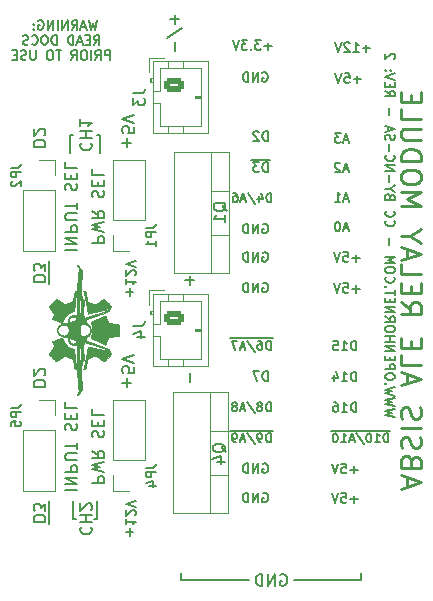
<source format=gbr>
%TF.GenerationSoftware,KiCad,Pcbnew,(6.0.9)*%
%TF.CreationDate,2023-03-27T14:38:09-08:00*%
%TF.ProjectId,ABSIS_ALE Relay Module,41425349-535f-4414-9c45-2052656c6179,1*%
%TF.SameCoordinates,Original*%
%TF.FileFunction,Legend,Bot*%
%TF.FilePolarity,Positive*%
%FSLAX46Y46*%
G04 Gerber Fmt 4.6, Leading zero omitted, Abs format (unit mm)*
G04 Created by KiCad (PCBNEW (6.0.9)) date 2023-03-27 14:38:09*
%MOMM*%
%LPD*%
G01*
G04 APERTURE LIST*
G04 Aperture macros list*
%AMRoundRect*
0 Rectangle with rounded corners*
0 $1 Rounding radius*
0 $2 $3 $4 $5 $6 $7 $8 $9 X,Y pos of 4 corners*
0 Add a 4 corners polygon primitive as box body*
4,1,4,$2,$3,$4,$5,$6,$7,$8,$9,$2,$3,0*
0 Add four circle primitives for the rounded corners*
1,1,$1+$1,$2,$3*
1,1,$1+$1,$4,$5*
1,1,$1+$1,$6,$7*
1,1,$1+$1,$8,$9*
0 Add four rect primitives between the rounded corners*
20,1,$1+$1,$2,$3,$4,$5,0*
20,1,$1+$1,$4,$5,$6,$7,0*
20,1,$1+$1,$6,$7,$8,$9,0*
20,1,$1+$1,$8,$9,$2,$3,0*%
G04 Aperture macros list end*
%ADD10C,0.150000*%
%ADD11C,0.250000*%
%ADD12C,0.200000*%
%ADD13C,0.120000*%
%ADD14C,0.010000*%
%ADD15R,1.700000X1.700000*%
%ADD16O,1.700000X1.700000*%
%ADD17C,3.200000*%
%ADD18RoundRect,0.250000X-0.625000X0.350000X-0.625000X-0.350000X0.625000X-0.350000X0.625000X0.350000X0*%
%ADD19O,1.750000X1.200000*%
%ADD20R,2.000000X1.905000*%
%ADD21O,2.000000X1.905000*%
G04 APERTURE END LIST*
D10*
X29869833Y15593096D02*
X29869833Y16393096D01*
X29679357Y16393096D01*
X29565071Y16355000D01*
X29488880Y16278810D01*
X29450785Y16202620D01*
X29412690Y16050239D01*
X29412690Y15935953D01*
X29450785Y15783572D01*
X29488880Y15707381D01*
X29565071Y15631191D01*
X29679357Y15593096D01*
X29869833Y15593096D01*
X28650785Y15593096D02*
X29107928Y15593096D01*
X28879357Y15593096D02*
X28879357Y16393096D01*
X28955547Y16278810D01*
X29031738Y16202620D01*
X29107928Y16164524D01*
X27965071Y16393096D02*
X28117452Y16393096D01*
X28193642Y16355000D01*
X28231738Y16316905D01*
X28307928Y16202620D01*
X28346023Y16050239D01*
X28346023Y15745477D01*
X28307928Y15669286D01*
X28269833Y15631191D01*
X28193642Y15593096D01*
X28041261Y15593096D01*
X27965071Y15631191D01*
X27926976Y15669286D01*
X27888880Y15745477D01*
X27888880Y15935953D01*
X27926976Y16012143D01*
X27965071Y16050239D01*
X28041261Y16088334D01*
X28193642Y16088334D01*
X28269833Y16050239D01*
X28307928Y16012143D01*
X28346023Y15935953D01*
X29210428Y31121667D02*
X28829476Y31121667D01*
X29286619Y30893096D02*
X29019952Y31693096D01*
X28753285Y30893096D01*
X28334238Y31693096D02*
X28258047Y31693096D01*
X28181857Y31655000D01*
X28143761Y31616905D01*
X28105666Y31540715D01*
X28067571Y31388334D01*
X28067571Y31197858D01*
X28105666Y31045477D01*
X28143761Y30969286D01*
X28181857Y30931191D01*
X28258047Y30893096D01*
X28334238Y30893096D01*
X28410428Y30931191D01*
X28448523Y30969286D01*
X28486619Y31045477D01*
X28524714Y31197858D01*
X28524714Y31388334D01*
X28486619Y31540715D01*
X28448523Y31616905D01*
X28410428Y31655000D01*
X28334238Y31693096D01*
X29210428Y38621667D02*
X28829476Y38621667D01*
X29286619Y38393096D02*
X29019952Y39193096D01*
X28753285Y38393096D01*
X28562809Y39193096D02*
X28067571Y39193096D01*
X28334238Y38888334D01*
X28219952Y38888334D01*
X28143761Y38850239D01*
X28105666Y38812143D01*
X28067571Y38735953D01*
X28067571Y38545477D01*
X28105666Y38469286D01*
X28143761Y38431191D01*
X28219952Y38393096D01*
X28448523Y38393096D01*
X28524714Y38431191D01*
X28562809Y38469286D01*
X29984119Y8197858D02*
X29374595Y8197858D01*
X29679357Y7893096D02*
X29679357Y8502620D01*
X28612690Y8693096D02*
X28993642Y8693096D01*
X29031738Y8312143D01*
X28993642Y8350239D01*
X28917452Y8388334D01*
X28726976Y8388334D01*
X28650785Y8350239D01*
X28612690Y8312143D01*
X28574595Y8235953D01*
X28574595Y8045477D01*
X28612690Y7969286D01*
X28650785Y7931191D01*
X28726976Y7893096D01*
X28917452Y7893096D01*
X28993642Y7931191D01*
X29031738Y7969286D01*
X28346023Y8693096D02*
X28079357Y7893096D01*
X27812690Y8693096D01*
X30167571Y25997858D02*
X29558047Y25997858D01*
X29862809Y25693096D02*
X29862809Y26302620D01*
X28796142Y26493096D02*
X29177095Y26493096D01*
X29215190Y26112143D01*
X29177095Y26150239D01*
X29100904Y26188334D01*
X28910428Y26188334D01*
X28834238Y26150239D01*
X28796142Y26112143D01*
X28758047Y26035953D01*
X28758047Y25845477D01*
X28796142Y25769286D01*
X28834238Y25731191D01*
X28910428Y25693096D01*
X29100904Y25693096D01*
X29177095Y25731191D01*
X29215190Y25769286D01*
X28529476Y26493096D02*
X28262809Y25693096D01*
X27996142Y26493096D01*
X32772214Y13977500D02*
X32022214Y13977500D01*
X32593642Y13015715D02*
X32593642Y13765715D01*
X32415071Y13765715D01*
X32307928Y13730000D01*
X32236500Y13658572D01*
X32200785Y13587143D01*
X32165071Y13444286D01*
X32165071Y13337143D01*
X32200785Y13194286D01*
X32236500Y13122858D01*
X32307928Y13051429D01*
X32415071Y13015715D01*
X32593642Y13015715D01*
X32022214Y13977500D02*
X31307928Y13977500D01*
X31450785Y13015715D02*
X31879357Y13015715D01*
X31665071Y13015715D02*
X31665071Y13765715D01*
X31736500Y13658572D01*
X31807928Y13587143D01*
X31879357Y13551429D01*
X31307928Y13977500D02*
X30593642Y13977500D01*
X30986500Y13765715D02*
X30915071Y13765715D01*
X30843642Y13730000D01*
X30807928Y13694286D01*
X30772214Y13622858D01*
X30736500Y13480000D01*
X30736500Y13301429D01*
X30772214Y13158572D01*
X30807928Y13087143D01*
X30843642Y13051429D01*
X30915071Y13015715D01*
X30986500Y13015715D01*
X31057928Y13051429D01*
X31093642Y13087143D01*
X31129357Y13158572D01*
X31165071Y13301429D01*
X31165071Y13480000D01*
X31129357Y13622858D01*
X31093642Y13694286D01*
X31057928Y13730000D01*
X30986500Y13765715D01*
X30593642Y13977500D02*
X29807928Y13977500D01*
X29879357Y13801429D02*
X30522214Y12837143D01*
X29807928Y13977500D02*
X29165071Y13977500D01*
X29665071Y13230000D02*
X29307928Y13230000D01*
X29736500Y13015715D02*
X29486500Y13765715D01*
X29236500Y13015715D01*
X29165071Y13977500D02*
X28450785Y13977500D01*
X28593642Y13015715D02*
X29022214Y13015715D01*
X28807928Y13015715D02*
X28807928Y13765715D01*
X28879357Y13658572D01*
X28950785Y13587143D01*
X29022214Y13551429D01*
X28450785Y13977500D02*
X27736500Y13977500D01*
X28129357Y13765715D02*
X28057928Y13765715D01*
X27986500Y13730000D01*
X27950785Y13694286D01*
X27915071Y13622858D01*
X27879357Y13480000D01*
X27879357Y13301429D01*
X27915071Y13158572D01*
X27950785Y13087143D01*
X27986500Y13051429D01*
X28057928Y13015715D01*
X28129357Y13015715D01*
X28200785Y13051429D01*
X28236500Y13087143D01*
X28272214Y13158572D01*
X28307928Y13301429D01*
X28307928Y13480000D01*
X28272214Y13622858D01*
X28236500Y13694286D01*
X28200785Y13730000D01*
X28129357Y13765715D01*
X29210428Y36121667D02*
X28829476Y36121667D01*
X29286619Y35893096D02*
X29019952Y36693096D01*
X28753285Y35893096D01*
X28524714Y36616905D02*
X28486619Y36655000D01*
X28410428Y36693096D01*
X28219952Y36693096D01*
X28143761Y36655000D01*
X28105666Y36616905D01*
X28067571Y36540715D01*
X28067571Y36464524D01*
X28105666Y36350239D01*
X28562809Y35893096D01*
X28067571Y35893096D01*
X30167571Y28597858D02*
X29558047Y28597858D01*
X29862809Y28293096D02*
X29862809Y28902620D01*
X28796142Y29093096D02*
X29177095Y29093096D01*
X29215190Y28712143D01*
X29177095Y28750239D01*
X29100904Y28788334D01*
X28910428Y28788334D01*
X28834238Y28750239D01*
X28796142Y28712143D01*
X28758047Y28635953D01*
X28758047Y28445477D01*
X28796142Y28369286D01*
X28834238Y28331191D01*
X28910428Y28293096D01*
X29100904Y28293096D01*
X29177095Y28331191D01*
X29215190Y28369286D01*
X28529476Y29093096D02*
X28262809Y28293096D01*
X27996142Y29093096D01*
X29869833Y20793096D02*
X29869833Y21593096D01*
X29679357Y21593096D01*
X29565071Y21555000D01*
X29488880Y21478810D01*
X29450785Y21402620D01*
X29412690Y21250239D01*
X29412690Y21135953D01*
X29450785Y20983572D01*
X29488880Y20907381D01*
X29565071Y20831191D01*
X29679357Y20793096D01*
X29869833Y20793096D01*
X28650785Y20793096D02*
X29107928Y20793096D01*
X28879357Y20793096D02*
X28879357Y21593096D01*
X28955547Y21478810D01*
X29031738Y21402620D01*
X29107928Y21364524D01*
X27926976Y21593096D02*
X28307928Y21593096D01*
X28346023Y21212143D01*
X28307928Y21250239D01*
X28231738Y21288334D01*
X28041261Y21288334D01*
X27965071Y21250239D01*
X27926976Y21212143D01*
X27888880Y21135953D01*
X27888880Y20945477D01*
X27926976Y20869286D01*
X27965071Y20831191D01*
X28041261Y20793096D01*
X28231738Y20793096D01*
X28307928Y20831191D01*
X28346023Y20869286D01*
X31033723Y46368258D02*
X30424200Y46368258D01*
X30728961Y46063496D02*
X30728961Y46673020D01*
X29624200Y46063496D02*
X30081342Y46063496D01*
X29852771Y46063496D02*
X29852771Y46863496D01*
X29928961Y46749210D01*
X30005152Y46673020D01*
X30081342Y46634924D01*
X29319438Y46787305D02*
X29281342Y46825400D01*
X29205152Y46863496D01*
X29014676Y46863496D01*
X28938485Y46825400D01*
X28900390Y46787305D01*
X28862295Y46711115D01*
X28862295Y46634924D01*
X28900390Y46520639D01*
X29357533Y46063496D01*
X28862295Y46063496D01*
X28633723Y46863496D02*
X28367057Y46063496D01*
X28100390Y46863496D01*
X29210428Y33621667D02*
X28829476Y33621667D01*
X29286619Y33393096D02*
X29019952Y34193096D01*
X28753285Y33393096D01*
X28067571Y33393096D02*
X28524714Y33393096D01*
X28296142Y33393096D02*
X28296142Y34193096D01*
X28372333Y34078810D01*
X28448523Y34002620D01*
X28524714Y33964524D01*
X29869833Y18193096D02*
X29869833Y18993096D01*
X29679357Y18993096D01*
X29565071Y18955000D01*
X29488880Y18878810D01*
X29450785Y18802620D01*
X29412690Y18650239D01*
X29412690Y18535953D01*
X29450785Y18383572D01*
X29488880Y18307381D01*
X29565071Y18231191D01*
X29679357Y18193096D01*
X29869833Y18193096D01*
X28650785Y18193096D02*
X29107928Y18193096D01*
X28879357Y18193096D02*
X28879357Y18993096D01*
X28955547Y18878810D01*
X29031738Y18802620D01*
X29107928Y18764524D01*
X27965071Y18726429D02*
X27965071Y18193096D01*
X28155547Y19031191D02*
X28346023Y18459762D01*
X27850785Y18459762D01*
X29984119Y10697858D02*
X29374595Y10697858D01*
X29679357Y10393096D02*
X29679357Y11002620D01*
X28612690Y11193096D02*
X28993642Y11193096D01*
X29031738Y10812143D01*
X28993642Y10850239D01*
X28917452Y10888334D01*
X28726976Y10888334D01*
X28650785Y10850239D01*
X28612690Y10812143D01*
X28574595Y10735953D01*
X28574595Y10545477D01*
X28612690Y10469286D01*
X28650785Y10431191D01*
X28726976Y10393096D01*
X28917452Y10393096D01*
X28993642Y10431191D01*
X29031738Y10469286D01*
X28346023Y11193096D02*
X28079357Y10393096D01*
X27812690Y11193096D01*
X30271771Y43752058D02*
X29662247Y43752058D01*
X29967009Y43447296D02*
X29967009Y44056820D01*
X28900342Y44247296D02*
X29281295Y44247296D01*
X29319390Y43866343D01*
X29281295Y43904439D01*
X29205104Y43942534D01*
X29014628Y43942534D01*
X28938438Y43904439D01*
X28900342Y43866343D01*
X28862247Y43790153D01*
X28862247Y43599677D01*
X28900342Y43523486D01*
X28938438Y43485391D01*
X29014628Y43447296D01*
X29205104Y43447296D01*
X29281295Y43485391D01*
X29319390Y43523486D01*
X28633676Y44247296D02*
X28367009Y43447296D01*
X28100342Y44247296D01*
X22567100Y36929400D02*
X21767100Y36929400D01*
X22376623Y35903496D02*
X22376623Y36703496D01*
X22186147Y36703496D01*
X22071861Y36665400D01*
X21995671Y36589210D01*
X21957576Y36513020D01*
X21919480Y36360639D01*
X21919480Y36246353D01*
X21957576Y36093972D01*
X21995671Y36017781D01*
X22071861Y35941591D01*
X22186147Y35903496D01*
X22376623Y35903496D01*
X21767100Y36929400D02*
X21005195Y36929400D01*
X21652814Y36703496D02*
X21157576Y36703496D01*
X21424242Y36398734D01*
X21309957Y36398734D01*
X21233766Y36360639D01*
X21195671Y36322543D01*
X21157576Y36246353D01*
X21157576Y36055877D01*
X21195671Y35979686D01*
X21233766Y35941591D01*
X21309957Y35903496D01*
X21538528Y35903496D01*
X21614719Y35941591D01*
X21652814Y35979686D01*
X22688528Y33360715D02*
X22688528Y34110715D01*
X22509957Y34110715D01*
X22402814Y34075000D01*
X22331385Y34003572D01*
X22295671Y33932143D01*
X22259957Y33789286D01*
X22259957Y33682143D01*
X22295671Y33539286D01*
X22331385Y33467858D01*
X22402814Y33396429D01*
X22509957Y33360715D01*
X22688528Y33360715D01*
X21617100Y33860715D02*
X21617100Y33360715D01*
X21795671Y34146429D02*
X21974242Y33610715D01*
X21509957Y33610715D01*
X20688528Y34146429D02*
X21331385Y33182143D01*
X20474242Y33575000D02*
X20117100Y33575000D01*
X20545671Y33360715D02*
X20295671Y34110715D01*
X20045671Y33360715D01*
X19474242Y34110715D02*
X19617100Y34110715D01*
X19688528Y34075000D01*
X19724242Y34039286D01*
X19795671Y33932143D01*
X19831385Y33789286D01*
X19831385Y33503572D01*
X19795671Y33432143D01*
X19759957Y33396429D01*
X19688528Y33360715D01*
X19545671Y33360715D01*
X19474242Y33396429D01*
X19438528Y33432143D01*
X19402814Y33503572D01*
X19402814Y33682143D01*
X19438528Y33753572D01*
X19474242Y33789286D01*
X19545671Y33825000D01*
X19688528Y33825000D01*
X19759957Y33789286D01*
X19795671Y33753572D01*
X19831385Y33682143D01*
X21937523Y44310800D02*
X22013714Y44348896D01*
X22128000Y44348896D01*
X22242285Y44310800D01*
X22318476Y44234610D01*
X22356571Y44158420D01*
X22394666Y44006039D01*
X22394666Y43891753D01*
X22356571Y43739372D01*
X22318476Y43663181D01*
X22242285Y43586991D01*
X22128000Y43548896D01*
X22051809Y43548896D01*
X21937523Y43586991D01*
X21899428Y43625086D01*
X21899428Y43891753D01*
X22051809Y43891753D01*
X21556571Y43548896D02*
X21556571Y44348896D01*
X21099428Y43548896D01*
X21099428Y44348896D01*
X20718476Y43548896D02*
X20718476Y44348896D01*
X20528000Y44348896D01*
X20413714Y44310800D01*
X20337523Y44234610D01*
X20299428Y44158420D01*
X20261333Y44006039D01*
X20261333Y43891753D01*
X20299428Y43739372D01*
X20337523Y43663181D01*
X20413714Y43586991D01*
X20528000Y43548896D01*
X20718476Y43548896D01*
X22638528Y15641115D02*
X22638528Y16391115D01*
X22459957Y16391115D01*
X22352814Y16355400D01*
X22281385Y16283972D01*
X22245671Y16212543D01*
X22209957Y16069686D01*
X22209957Y15962543D01*
X22245671Y15819686D01*
X22281385Y15748258D01*
X22352814Y15676829D01*
X22459957Y15641115D01*
X22638528Y15641115D01*
X21781385Y16069686D02*
X21852814Y16105400D01*
X21888528Y16141115D01*
X21924242Y16212543D01*
X21924242Y16248258D01*
X21888528Y16319686D01*
X21852814Y16355400D01*
X21781385Y16391115D01*
X21638528Y16391115D01*
X21567100Y16355400D01*
X21531385Y16319686D01*
X21495671Y16248258D01*
X21495671Y16212543D01*
X21531385Y16141115D01*
X21567100Y16105400D01*
X21638528Y16069686D01*
X21781385Y16069686D01*
X21852814Y16033972D01*
X21888528Y15998258D01*
X21924242Y15926829D01*
X21924242Y15783972D01*
X21888528Y15712543D01*
X21852814Y15676829D01*
X21781385Y15641115D01*
X21638528Y15641115D01*
X21567100Y15676829D01*
X21531385Y15712543D01*
X21495671Y15783972D01*
X21495671Y15926829D01*
X21531385Y15998258D01*
X21567100Y16033972D01*
X21638528Y16069686D01*
X20638528Y16426829D02*
X21281385Y15462543D01*
X20424242Y15855400D02*
X20067100Y15855400D01*
X20495671Y15641115D02*
X20245671Y16391115D01*
X19995671Y15641115D01*
X19638528Y16069686D02*
X19709957Y16105400D01*
X19745671Y16141115D01*
X19781385Y16212543D01*
X19781385Y16248258D01*
X19745671Y16319686D01*
X19709957Y16355400D01*
X19638528Y16391115D01*
X19495671Y16391115D01*
X19424242Y16355400D01*
X19388528Y16319686D01*
X19352814Y16248258D01*
X19352814Y16212543D01*
X19388528Y16141115D01*
X19424242Y16105400D01*
X19495671Y16069686D01*
X19638528Y16069686D01*
X19709957Y16033972D01*
X19745671Y15998258D01*
X19781385Y15926829D01*
X19781385Y15783972D01*
X19745671Y15712543D01*
X19709957Y15676829D01*
X19638528Y15641115D01*
X19495671Y15641115D01*
X19424242Y15676829D01*
X19388528Y15712543D01*
X19352814Y15783972D01*
X19352814Y15926829D01*
X19388528Y15998258D01*
X19424242Y16033972D01*
X19495671Y16069686D01*
X21957576Y26480400D02*
X22033766Y26518496D01*
X22148052Y26518496D01*
X22262338Y26480400D01*
X22338528Y26404210D01*
X22376623Y26328020D01*
X22414719Y26175639D01*
X22414719Y26061353D01*
X22376623Y25908972D01*
X22338528Y25832781D01*
X22262338Y25756591D01*
X22148052Y25718496D01*
X22071861Y25718496D01*
X21957576Y25756591D01*
X21919480Y25794686D01*
X21919480Y26061353D01*
X22071861Y26061353D01*
X21576623Y25718496D02*
X21576623Y26518496D01*
X21119480Y25718496D01*
X21119480Y26518496D01*
X20738528Y25718496D02*
X20738528Y26518496D01*
X20548052Y26518496D01*
X20433766Y26480400D01*
X20357576Y26404210D01*
X20319480Y26328020D01*
X20281385Y26175639D01*
X20281385Y26061353D01*
X20319480Y25908972D01*
X20357576Y25832781D01*
X20433766Y25756591D01*
X20548052Y25718496D01*
X20738528Y25718496D01*
X22817100Y14002900D02*
X22067100Y14002900D01*
X22638528Y13041115D02*
X22638528Y13791115D01*
X22459957Y13791115D01*
X22352814Y13755400D01*
X22281385Y13683972D01*
X22245671Y13612543D01*
X22209957Y13469686D01*
X22209957Y13362543D01*
X22245671Y13219686D01*
X22281385Y13148258D01*
X22352814Y13076829D01*
X22459957Y13041115D01*
X22638528Y13041115D01*
X22067100Y14002900D02*
X21352814Y14002900D01*
X21852814Y13041115D02*
X21709957Y13041115D01*
X21638528Y13076829D01*
X21602814Y13112543D01*
X21531385Y13219686D01*
X21495671Y13362543D01*
X21495671Y13648258D01*
X21531385Y13719686D01*
X21567100Y13755400D01*
X21638528Y13791115D01*
X21781385Y13791115D01*
X21852814Y13755400D01*
X21888528Y13719686D01*
X21924242Y13648258D01*
X21924242Y13469686D01*
X21888528Y13398258D01*
X21852814Y13362543D01*
X21781385Y13326829D01*
X21638528Y13326829D01*
X21567100Y13362543D01*
X21531385Y13398258D01*
X21495671Y13469686D01*
X21352814Y14002900D02*
X20567100Y14002900D01*
X20638528Y13826829D02*
X21281385Y12862543D01*
X20567100Y14002900D02*
X19924242Y14002900D01*
X20424242Y13255400D02*
X20067100Y13255400D01*
X20495671Y13041115D02*
X20245671Y13791115D01*
X19995671Y13041115D01*
X19924242Y14002900D02*
X19209957Y14002900D01*
X19709957Y13041115D02*
X19567100Y13041115D01*
X19495671Y13076829D01*
X19459957Y13112543D01*
X19388528Y13219686D01*
X19352814Y13362543D01*
X19352814Y13648258D01*
X19388528Y13719686D01*
X19424242Y13755400D01*
X19495671Y13791115D01*
X19638528Y13791115D01*
X19709957Y13755400D01*
X19745671Y13719686D01*
X19781385Y13648258D01*
X19781385Y13469686D01*
X19745671Y13398258D01*
X19709957Y13362543D01*
X19638528Y13326829D01*
X19495671Y13326829D01*
X19424242Y13362543D01*
X19388528Y13398258D01*
X19352814Y13469686D01*
X22817100Y21802900D02*
X22067100Y21802900D01*
X22638528Y20841115D02*
X22638528Y21591115D01*
X22459957Y21591115D01*
X22352814Y21555400D01*
X22281385Y21483972D01*
X22245671Y21412543D01*
X22209957Y21269686D01*
X22209957Y21162543D01*
X22245671Y21019686D01*
X22281385Y20948258D01*
X22352814Y20876829D01*
X22459957Y20841115D01*
X22638528Y20841115D01*
X22067100Y21802900D02*
X21352814Y21802900D01*
X21567100Y21591115D02*
X21709957Y21591115D01*
X21781385Y21555400D01*
X21817100Y21519686D01*
X21888528Y21412543D01*
X21924242Y21269686D01*
X21924242Y20983972D01*
X21888528Y20912543D01*
X21852814Y20876829D01*
X21781385Y20841115D01*
X21638528Y20841115D01*
X21567100Y20876829D01*
X21531385Y20912543D01*
X21495671Y20983972D01*
X21495671Y21162543D01*
X21531385Y21233972D01*
X21567100Y21269686D01*
X21638528Y21305400D01*
X21781385Y21305400D01*
X21852814Y21269686D01*
X21888528Y21233972D01*
X21924242Y21162543D01*
X21352814Y21802900D02*
X20567100Y21802900D01*
X20638528Y21626829D02*
X21281385Y20662543D01*
X20567100Y21802900D02*
X19924242Y21802900D01*
X20424242Y21055400D02*
X20067100Y21055400D01*
X20495671Y20841115D02*
X20245671Y21591115D01*
X19995671Y20841115D01*
X19924242Y21802900D02*
X19209957Y21802900D01*
X19817100Y21591115D02*
X19317100Y21591115D01*
X19638528Y20841115D01*
X22376623Y18218496D02*
X22376623Y19018496D01*
X22186147Y19018496D01*
X22071861Y18980400D01*
X21995671Y18904210D01*
X21957576Y18828020D01*
X21919480Y18675639D01*
X21919480Y18561353D01*
X21957576Y18408972D01*
X21995671Y18332781D01*
X22071861Y18256591D01*
X22186147Y18218496D01*
X22376623Y18218496D01*
X21652814Y19018496D02*
X21119480Y19018496D01*
X21462338Y18218496D01*
X21957576Y8680400D02*
X22033766Y8718496D01*
X22148052Y8718496D01*
X22262338Y8680400D01*
X22338528Y8604210D01*
X22376623Y8528020D01*
X22414719Y8375639D01*
X22414719Y8261353D01*
X22376623Y8108972D01*
X22338528Y8032781D01*
X22262338Y7956591D01*
X22148052Y7918496D01*
X22071861Y7918496D01*
X21957576Y7956591D01*
X21919480Y7994686D01*
X21919480Y8261353D01*
X22071861Y8261353D01*
X21576623Y7918496D02*
X21576623Y8718496D01*
X21119480Y7918496D01*
X21119480Y8718496D01*
X20738528Y7918496D02*
X20738528Y8718496D01*
X20548052Y8718496D01*
X20433766Y8680400D01*
X20357576Y8604210D01*
X20319480Y8528020D01*
X20281385Y8375639D01*
X20281385Y8261353D01*
X20319480Y8108972D01*
X20357576Y8032781D01*
X20433766Y7956591D01*
X20548052Y7918496D01*
X20738528Y7918496D01*
X21957576Y29080400D02*
X22033766Y29118496D01*
X22148052Y29118496D01*
X22262338Y29080400D01*
X22338528Y29004210D01*
X22376623Y28928020D01*
X22414719Y28775639D01*
X22414719Y28661353D01*
X22376623Y28508972D01*
X22338528Y28432781D01*
X22262338Y28356591D01*
X22148052Y28318496D01*
X22071861Y28318496D01*
X21957576Y28356591D01*
X21919480Y28394686D01*
X21919480Y28661353D01*
X22071861Y28661353D01*
X21576623Y28318496D02*
X21576623Y29118496D01*
X21119480Y28318496D01*
X21119480Y29118496D01*
X20738528Y28318496D02*
X20738528Y29118496D01*
X20548052Y29118496D01*
X20433766Y29080400D01*
X20357576Y29004210D01*
X20319480Y28928020D01*
X20281385Y28775639D01*
X20281385Y28661353D01*
X20319480Y28508972D01*
X20357576Y28432781D01*
X20433766Y28356591D01*
X20548052Y28318496D01*
X20738528Y28318496D01*
X22376623Y38545096D02*
X22376623Y39345096D01*
X22186147Y39345096D01*
X22071861Y39307000D01*
X21995671Y39230810D01*
X21957576Y39154620D01*
X21919480Y39002239D01*
X21919480Y38887953D01*
X21957576Y38735572D01*
X21995671Y38659381D01*
X22071861Y38583191D01*
X22186147Y38545096D01*
X22376623Y38545096D01*
X21614719Y39268905D02*
X21576623Y39307000D01*
X21500433Y39345096D01*
X21309957Y39345096D01*
X21233766Y39307000D01*
X21195671Y39268905D01*
X21157576Y39192715D01*
X21157576Y39116524D01*
X21195671Y39002239D01*
X21652814Y38545096D01*
X21157576Y38545096D01*
X21957576Y31480400D02*
X22033766Y31518496D01*
X22148052Y31518496D01*
X22262338Y31480400D01*
X22338528Y31404210D01*
X22376623Y31328020D01*
X22414719Y31175639D01*
X22414719Y31061353D01*
X22376623Y30908972D01*
X22338528Y30832781D01*
X22262338Y30756591D01*
X22148052Y30718496D01*
X22071861Y30718496D01*
X21957576Y30756591D01*
X21919480Y30794686D01*
X21919480Y31061353D01*
X22071861Y31061353D01*
X21576623Y30718496D02*
X21576623Y31518496D01*
X21119480Y30718496D01*
X21119480Y31518496D01*
X20738528Y30718496D02*
X20738528Y31518496D01*
X20548052Y31518496D01*
X20433766Y31480400D01*
X20357576Y31404210D01*
X20319480Y31328020D01*
X20281385Y31175639D01*
X20281385Y31061353D01*
X20319480Y30908972D01*
X20357576Y30832781D01*
X20433766Y30756591D01*
X20548052Y30718496D01*
X20738528Y30718496D01*
X21957576Y11180400D02*
X22033766Y11218496D01*
X22148052Y11218496D01*
X22262338Y11180400D01*
X22338528Y11104210D01*
X22376623Y11028020D01*
X22414719Y10875639D01*
X22414719Y10761353D01*
X22376623Y10608972D01*
X22338528Y10532781D01*
X22262338Y10456591D01*
X22148052Y10418496D01*
X22071861Y10418496D01*
X21957576Y10456591D01*
X21919480Y10494686D01*
X21919480Y10761353D01*
X22071861Y10761353D01*
X21576623Y10418496D02*
X21576623Y11218496D01*
X21119480Y10418496D01*
X21119480Y11218496D01*
X20738528Y10418496D02*
X20738528Y11218496D01*
X20548052Y11218496D01*
X20433766Y11180400D01*
X20357576Y11104210D01*
X20319480Y11028020D01*
X20281385Y10875639D01*
X20281385Y10761353D01*
X20319480Y10608972D01*
X20357576Y10532781D01*
X20433766Y10456591D01*
X20548052Y10418496D01*
X20738528Y10418496D01*
X22715200Y46546058D02*
X22105676Y46546058D01*
X22410438Y46241296D02*
X22410438Y46850820D01*
X21800914Y47041296D02*
X21305676Y47041296D01*
X21572342Y46736534D01*
X21458057Y46736534D01*
X21381866Y46698439D01*
X21343771Y46660343D01*
X21305676Y46584153D01*
X21305676Y46393677D01*
X21343771Y46317486D01*
X21381866Y46279391D01*
X21458057Y46241296D01*
X21686628Y46241296D01*
X21762819Y46279391D01*
X21800914Y46317486D01*
X20962819Y46317486D02*
X20924723Y46279391D01*
X20962819Y46241296D01*
X21000914Y46279391D01*
X20962819Y46317486D01*
X20962819Y46241296D01*
X20658057Y47041296D02*
X20162819Y47041296D01*
X20429485Y46736534D01*
X20315200Y46736534D01*
X20239009Y46698439D01*
X20200914Y46660343D01*
X20162819Y46584153D01*
X20162819Y46393677D01*
X20200914Y46317486D01*
X20239009Y46279391D01*
X20315200Y46241296D01*
X20543771Y46241296D01*
X20619961Y46279391D01*
X20658057Y46317486D01*
X19934247Y47041296D02*
X19667580Y46241296D01*
X19400914Y47041296D01*
X30310000Y1315000D02*
X30310000Y1950000D01*
X24595000Y1315000D02*
X30310000Y1315000D01*
X7958000Y39034000D02*
X8212000Y39034000D01*
X5672000Y39034000D02*
X5672000Y37510000D01*
X6180000Y6522000D02*
X5926000Y6522000D01*
X7958000Y6522000D02*
X7958000Y8046000D01*
X7704000Y6522000D02*
X7958000Y6522000D01*
X8212000Y39034000D02*
X8212000Y37510000D01*
X15070000Y1315000D02*
X15070000Y1950000D01*
X5926000Y39034000D02*
X5672000Y39034000D01*
X20785000Y1315000D02*
X15070000Y1315000D01*
X5926000Y6522000D02*
X5926000Y8046000D01*
D11*
X34133133Y9244667D02*
X34133133Y10078000D01*
X33633133Y9078000D02*
X35383133Y9661334D01*
X33633133Y10244667D01*
X34549800Y11411334D02*
X34466466Y11661334D01*
X34383133Y11744667D01*
X34216466Y11828000D01*
X33966466Y11828000D01*
X33799800Y11744667D01*
X33716466Y11661334D01*
X33633133Y11494667D01*
X33633133Y10828000D01*
X35383133Y10828000D01*
X35383133Y11411334D01*
X35299800Y11578000D01*
X35216466Y11661334D01*
X35049800Y11744667D01*
X34883133Y11744667D01*
X34716466Y11661334D01*
X34633133Y11578000D01*
X34549800Y11411334D01*
X34549800Y10828000D01*
X33716466Y12494667D02*
X33633133Y12744667D01*
X33633133Y13161334D01*
X33716466Y13328000D01*
X33799800Y13411334D01*
X33966466Y13494667D01*
X34133133Y13494667D01*
X34299800Y13411334D01*
X34383133Y13328000D01*
X34466466Y13161334D01*
X34549800Y12828000D01*
X34633133Y12661334D01*
X34716466Y12578000D01*
X34883133Y12494667D01*
X35049800Y12494667D01*
X35216466Y12578000D01*
X35299800Y12661334D01*
X35383133Y12828000D01*
X35383133Y13244667D01*
X35299800Y13494667D01*
X33633133Y14244667D02*
X35383133Y14244667D01*
X33716466Y14994667D02*
X33633133Y15244667D01*
X33633133Y15661334D01*
X33716466Y15828000D01*
X33799800Y15911334D01*
X33966466Y15994667D01*
X34133133Y15994667D01*
X34299800Y15911334D01*
X34383133Y15828000D01*
X34466466Y15661334D01*
X34549800Y15328000D01*
X34633133Y15161334D01*
X34716466Y15078000D01*
X34883133Y14994667D01*
X35049800Y14994667D01*
X35216466Y15078000D01*
X35299800Y15161334D01*
X35383133Y15328000D01*
X35383133Y15744667D01*
X35299800Y15994667D01*
X34133133Y17994667D02*
X34133133Y18828000D01*
X33633133Y17828000D02*
X35383133Y18411334D01*
X33633133Y18994667D01*
X33633133Y20411334D02*
X33633133Y19578000D01*
X35383133Y19578000D01*
X34549800Y20994667D02*
X34549800Y21578000D01*
X33633133Y21828000D02*
X33633133Y20994667D01*
X35383133Y20994667D01*
X35383133Y21828000D01*
X33633133Y24911334D02*
X34466466Y24328000D01*
X33633133Y23911334D02*
X35383133Y23911334D01*
X35383133Y24578000D01*
X35299800Y24744667D01*
X35216466Y24828000D01*
X35049800Y24911334D01*
X34799800Y24911334D01*
X34633133Y24828000D01*
X34549800Y24744667D01*
X34466466Y24578000D01*
X34466466Y23911334D01*
X34549800Y25661334D02*
X34549800Y26244667D01*
X33633133Y26494667D02*
X33633133Y25661334D01*
X35383133Y25661334D01*
X35383133Y26494667D01*
X33633133Y28078000D02*
X33633133Y27244667D01*
X35383133Y27244667D01*
X34133133Y28578000D02*
X34133133Y29411334D01*
X33633133Y28411334D02*
X35383133Y28994667D01*
X33633133Y29578000D01*
X34466466Y30494667D02*
X33633133Y30494667D01*
X35383133Y29911334D02*
X34466466Y30494667D01*
X35383133Y31078000D01*
X33633133Y32994667D02*
X35383133Y32994667D01*
X34133133Y33578000D01*
X35383133Y34161334D01*
X33633133Y34161334D01*
X35383133Y35328000D02*
X35383133Y35661334D01*
X35299800Y35828000D01*
X35133133Y35994667D01*
X34799800Y36078000D01*
X34216466Y36078000D01*
X33883133Y35994667D01*
X33716466Y35828000D01*
X33633133Y35661334D01*
X33633133Y35328000D01*
X33716466Y35161334D01*
X33883133Y34994667D01*
X34216466Y34911334D01*
X34799800Y34911334D01*
X35133133Y34994667D01*
X35299800Y35161334D01*
X35383133Y35328000D01*
X33633133Y36828000D02*
X35383133Y36828000D01*
X35383133Y37244667D01*
X35299800Y37494667D01*
X35133133Y37661334D01*
X34966466Y37744667D01*
X34633133Y37828000D01*
X34383133Y37828000D01*
X34049800Y37744667D01*
X33883133Y37661334D01*
X33716466Y37494667D01*
X33633133Y37244667D01*
X33633133Y36828000D01*
X35383133Y38578000D02*
X33966466Y38578000D01*
X33799800Y38661334D01*
X33716466Y38744667D01*
X33633133Y38911334D01*
X33633133Y39244667D01*
X33716466Y39411334D01*
X33799800Y39494667D01*
X33966466Y39578000D01*
X35383133Y39578000D01*
X33633133Y41244667D02*
X33633133Y40411334D01*
X35383133Y40411334D01*
X34549800Y41828000D02*
X34549800Y42411334D01*
X33633133Y42661334D02*
X33633133Y41828000D01*
X35383133Y41828000D01*
X35383133Y42661334D01*
D10*
X3835000Y6053810D02*
X3835000Y7053810D01*
X2552619Y6291905D02*
X3552619Y6291905D01*
X3552619Y6530000D01*
X3505000Y6672858D01*
X3409761Y6768096D01*
X3314523Y6815715D01*
X3124047Y6863334D01*
X2981190Y6863334D01*
X2790714Y6815715D01*
X2695476Y6768096D01*
X2600238Y6672858D01*
X2552619Y6530000D01*
X2552619Y6291905D01*
X3835000Y7053810D02*
X3835000Y8006191D01*
X3552619Y7196667D02*
X3552619Y7815715D01*
X3171666Y7482381D01*
X3171666Y7625239D01*
X3124047Y7720477D01*
X3076428Y7768096D01*
X2981190Y7815715D01*
X2743095Y7815715D01*
X2647857Y7768096D01*
X2600238Y7720477D01*
X2552619Y7625239D01*
X2552619Y7339524D01*
X2600238Y7244286D01*
X2647857Y7196667D01*
X10426571Y17682286D02*
X10426571Y18444191D01*
X10045619Y18063239D02*
X10807523Y18063239D01*
X11045619Y19396572D02*
X11045619Y18920381D01*
X10569428Y18872762D01*
X10617047Y18920381D01*
X10664666Y19015620D01*
X10664666Y19253715D01*
X10617047Y19348953D01*
X10569428Y19396572D01*
X10474190Y19444191D01*
X10236095Y19444191D01*
X10140857Y19396572D01*
X10093238Y19348953D01*
X10045619Y19253715D01*
X10045619Y19015620D01*
X10093238Y18920381D01*
X10140857Y18872762D01*
X11045619Y19729905D02*
X10045619Y20063239D01*
X11045619Y20396572D01*
X10694857Y5112477D02*
X10694857Y5722000D01*
X10390095Y5417239D02*
X10999619Y5417239D01*
X10390095Y6522000D02*
X10390095Y6064858D01*
X10390095Y6293429D02*
X11190095Y6293429D01*
X11075809Y6217239D01*
X10999619Y6141048D01*
X10961523Y6064858D01*
X11113904Y6826762D02*
X11152000Y6864858D01*
X11190095Y6941048D01*
X11190095Y7131524D01*
X11152000Y7207715D01*
X11113904Y7245810D01*
X11037714Y7283905D01*
X10961523Y7283905D01*
X10847238Y7245810D01*
X10390095Y6788667D01*
X10390095Y7283905D01*
X11190095Y7512477D02*
X10390095Y7779143D01*
X11190095Y8045810D01*
D12*
X15776428Y27095953D02*
X15776428Y26334048D01*
X16157380Y26715000D02*
X15395476Y26715000D01*
X15776428Y18840953D02*
X15776428Y18079048D01*
D10*
X10694857Y25432477D02*
X10694857Y26042000D01*
X10390095Y25737239D02*
X10999619Y25737239D01*
X10390095Y26842000D02*
X10390095Y26384858D01*
X10390095Y26613429D02*
X11190095Y26613429D01*
X11075809Y26537239D01*
X10999619Y26461048D01*
X10961523Y26384858D01*
X11113904Y27146762D02*
X11152000Y27184858D01*
X11190095Y27261048D01*
X11190095Y27451524D01*
X11152000Y27527715D01*
X11113904Y27565810D01*
X11037714Y27603905D01*
X10961523Y27603905D01*
X10847238Y27565810D01*
X10390095Y27108667D01*
X10390095Y27603905D01*
X11190095Y27832477D02*
X10390095Y28099143D01*
X11190095Y28365810D01*
X10426571Y38002286D02*
X10426571Y38764191D01*
X10045619Y38383239D02*
X10807523Y38383239D01*
X11045619Y39716572D02*
X11045619Y39240381D01*
X10569428Y39192762D01*
X10617047Y39240381D01*
X10664666Y39335620D01*
X10664666Y39573715D01*
X10617047Y39668953D01*
X10569428Y39716572D01*
X10474190Y39764191D01*
X10236095Y39764191D01*
X10140857Y39716572D01*
X10093238Y39668953D01*
X10045619Y39573715D01*
X10045619Y39335620D01*
X10093238Y39240381D01*
X10140857Y39192762D01*
X11045619Y40049905D02*
X10045619Y40383239D01*
X11045619Y40716572D01*
X7505619Y29890381D02*
X8505619Y29890381D01*
X8505619Y30271334D01*
X8458000Y30366572D01*
X8410380Y30414191D01*
X8315142Y30461810D01*
X8172285Y30461810D01*
X8077047Y30414191D01*
X8029428Y30366572D01*
X7981809Y30271334D01*
X7981809Y29890381D01*
X8505619Y30795143D02*
X7505619Y31033239D01*
X8219904Y31223715D01*
X7505619Y31414191D01*
X8505619Y31652286D01*
X7505619Y32604667D02*
X7981809Y32271334D01*
X7505619Y32033239D02*
X8505619Y32033239D01*
X8505619Y32414191D01*
X8458000Y32509429D01*
X8410380Y32557048D01*
X8315142Y32604667D01*
X8172285Y32604667D01*
X8077047Y32557048D01*
X8029428Y32509429D01*
X7981809Y32414191D01*
X7981809Y32033239D01*
X7553238Y33747524D02*
X7505619Y33890381D01*
X7505619Y34128477D01*
X7553238Y34223715D01*
X7600857Y34271334D01*
X7696095Y34318953D01*
X7791333Y34318953D01*
X7886571Y34271334D01*
X7934190Y34223715D01*
X7981809Y34128477D01*
X8029428Y33938000D01*
X8077047Y33842762D01*
X8124666Y33795143D01*
X8219904Y33747524D01*
X8315142Y33747524D01*
X8410380Y33795143D01*
X8458000Y33842762D01*
X8505619Y33938000D01*
X8505619Y34176096D01*
X8458000Y34318953D01*
X8029428Y34747524D02*
X8029428Y35080858D01*
X7505619Y35223715D02*
X7505619Y34747524D01*
X8505619Y34747524D01*
X8505619Y35223715D01*
X7505619Y36128477D02*
X7505619Y35652286D01*
X8505619Y35652286D01*
X2552619Y38041905D02*
X3552619Y38041905D01*
X3552619Y38280000D01*
X3505000Y38422858D01*
X3409761Y38518096D01*
X3314523Y38565715D01*
X3124047Y38613334D01*
X2981190Y38613334D01*
X2790714Y38565715D01*
X2695476Y38518096D01*
X2600238Y38422858D01*
X2552619Y38280000D01*
X2552619Y38041905D01*
X3457380Y38994286D02*
X3505000Y39041905D01*
X3552619Y39137143D01*
X3552619Y39375239D01*
X3505000Y39470477D01*
X3457380Y39518096D01*
X3362142Y39565715D01*
X3266904Y39565715D01*
X3124047Y39518096D01*
X2552619Y38946667D01*
X2552619Y39565715D01*
X3835000Y26373810D02*
X3835000Y27373810D01*
X2552619Y26611905D02*
X3552619Y26611905D01*
X3552619Y26850000D01*
X3505000Y26992858D01*
X3409761Y27088096D01*
X3314523Y27135715D01*
X3124047Y27183334D01*
X2981190Y27183334D01*
X2790714Y27135715D01*
X2695476Y27088096D01*
X2600238Y26992858D01*
X2552619Y26850000D01*
X2552619Y26611905D01*
X3835000Y27373810D02*
X3835000Y28326191D01*
X3552619Y27516667D02*
X3552619Y28135715D01*
X3171666Y27802381D01*
X3171666Y27945239D01*
X3124047Y28040477D01*
X3076428Y28088096D01*
X2981190Y28135715D01*
X2743095Y28135715D01*
X2647857Y28088096D01*
X2600238Y28040477D01*
X2552619Y27945239D01*
X2552619Y27659524D01*
X2600238Y27564286D01*
X2647857Y27516667D01*
X5219619Y29295143D02*
X6219619Y29295143D01*
X5219619Y29771334D02*
X6219619Y29771334D01*
X5219619Y30342762D01*
X6219619Y30342762D01*
X5219619Y30818953D02*
X6219619Y30818953D01*
X6219619Y31199905D01*
X6172000Y31295143D01*
X6124380Y31342762D01*
X6029142Y31390381D01*
X5886285Y31390381D01*
X5791047Y31342762D01*
X5743428Y31295143D01*
X5695809Y31199905D01*
X5695809Y30818953D01*
X6219619Y31818953D02*
X5410095Y31818953D01*
X5314857Y31866572D01*
X5267238Y31914191D01*
X5219619Y32009429D01*
X5219619Y32199905D01*
X5267238Y32295143D01*
X5314857Y32342762D01*
X5410095Y32390381D01*
X6219619Y32390381D01*
X6219619Y32723715D02*
X6219619Y33295143D01*
X5219619Y33009429D02*
X6219619Y33009429D01*
X5267238Y34342762D02*
X5219619Y34485620D01*
X5219619Y34723715D01*
X5267238Y34818953D01*
X5314857Y34866572D01*
X5410095Y34914191D01*
X5505333Y34914191D01*
X5600571Y34866572D01*
X5648190Y34818953D01*
X5695809Y34723715D01*
X5743428Y34533239D01*
X5791047Y34438000D01*
X5838666Y34390381D01*
X5933904Y34342762D01*
X6029142Y34342762D01*
X6124380Y34390381D01*
X6172000Y34438000D01*
X6219619Y34533239D01*
X6219619Y34771334D01*
X6172000Y34914191D01*
X5743428Y35342762D02*
X5743428Y35676096D01*
X5219619Y35818953D02*
X5219619Y35342762D01*
X6219619Y35342762D01*
X6219619Y35818953D01*
X5219619Y36723715D02*
X5219619Y36247524D01*
X6219619Y36247524D01*
X6584857Y38343524D02*
X6537238Y38295905D01*
X6489619Y38153048D01*
X6489619Y38057810D01*
X6537238Y37914953D01*
X6632476Y37819715D01*
X6727714Y37772096D01*
X6918190Y37724477D01*
X7061047Y37724477D01*
X7251523Y37772096D01*
X7346761Y37819715D01*
X7442000Y37914953D01*
X7489619Y38057810D01*
X7489619Y38153048D01*
X7442000Y38295905D01*
X7394380Y38343524D01*
X6489619Y38772096D02*
X7489619Y38772096D01*
X7013428Y38772096D02*
X7013428Y39343524D01*
X6489619Y39343524D02*
X7489619Y39343524D01*
X6489619Y40343524D02*
X6489619Y39772096D01*
X6489619Y40057810D02*
X7489619Y40057810D01*
X7346761Y39962572D01*
X7251523Y39867334D01*
X7203904Y39772096D01*
X6584857Y5831524D02*
X6537238Y5783905D01*
X6489619Y5641048D01*
X6489619Y5545810D01*
X6537238Y5402953D01*
X6632476Y5307715D01*
X6727714Y5260096D01*
X6918190Y5212477D01*
X7061047Y5212477D01*
X7251523Y5260096D01*
X7346761Y5307715D01*
X7442000Y5402953D01*
X7489619Y5545810D01*
X7489619Y5641048D01*
X7442000Y5783905D01*
X7394380Y5831524D01*
X6489619Y6260096D02*
X7489619Y6260096D01*
X7013428Y6260096D02*
X7013428Y6831524D01*
X6489619Y6831524D02*
X7489619Y6831524D01*
X7394380Y7260096D02*
X7442000Y7307715D01*
X7489619Y7402953D01*
X7489619Y7641048D01*
X7442000Y7736286D01*
X7394380Y7783905D01*
X7299142Y7831524D01*
X7203904Y7831524D01*
X7061047Y7783905D01*
X6489619Y7212477D01*
X6489619Y7831524D01*
X7505619Y9570381D02*
X8505619Y9570381D01*
X8505619Y9951334D01*
X8458000Y10046572D01*
X8410380Y10094191D01*
X8315142Y10141810D01*
X8172285Y10141810D01*
X8077047Y10094191D01*
X8029428Y10046572D01*
X7981809Y9951334D01*
X7981809Y9570381D01*
X8505619Y10475143D02*
X7505619Y10713239D01*
X8219904Y10903715D01*
X7505619Y11094191D01*
X8505619Y11332286D01*
X7505619Y12284667D02*
X7981809Y11951334D01*
X7505619Y11713239D02*
X8505619Y11713239D01*
X8505619Y12094191D01*
X8458000Y12189429D01*
X8410380Y12237048D01*
X8315142Y12284667D01*
X8172285Y12284667D01*
X8077047Y12237048D01*
X8029428Y12189429D01*
X7981809Y12094191D01*
X7981809Y11713239D01*
X7553238Y13427524D02*
X7505619Y13570381D01*
X7505619Y13808477D01*
X7553238Y13903715D01*
X7600857Y13951334D01*
X7696095Y13998953D01*
X7791333Y13998953D01*
X7886571Y13951334D01*
X7934190Y13903715D01*
X7981809Y13808477D01*
X8029428Y13618000D01*
X8077047Y13522762D01*
X8124666Y13475143D01*
X8219904Y13427524D01*
X8315142Y13427524D01*
X8410380Y13475143D01*
X8458000Y13522762D01*
X8505619Y13618000D01*
X8505619Y13856096D01*
X8458000Y13998953D01*
X8029428Y14427524D02*
X8029428Y14760858D01*
X7505619Y14903715D02*
X7505619Y14427524D01*
X8505619Y14427524D01*
X8505619Y14903715D01*
X7505619Y15808477D02*
X7505619Y15332286D01*
X8505619Y15332286D01*
X33135695Y15140877D02*
X32335695Y15331353D01*
X32907123Y15483734D01*
X32335695Y15636115D01*
X33135695Y15826591D01*
X33135695Y16055162D02*
X32335695Y16245639D01*
X32907123Y16398020D01*
X32335695Y16550400D01*
X33135695Y16740877D01*
X33135695Y16969448D02*
X32335695Y17159924D01*
X32907123Y17312305D01*
X32335695Y17464686D01*
X33135695Y17655162D01*
X32411885Y17959924D02*
X32373790Y17998020D01*
X32335695Y17959924D01*
X32373790Y17921829D01*
X32411885Y17959924D01*
X32335695Y17959924D01*
X33135695Y18493258D02*
X33135695Y18645639D01*
X33097600Y18721829D01*
X33021409Y18798020D01*
X32869028Y18836115D01*
X32602361Y18836115D01*
X32449980Y18798020D01*
X32373790Y18721829D01*
X32335695Y18645639D01*
X32335695Y18493258D01*
X32373790Y18417067D01*
X32449980Y18340877D01*
X32602361Y18302781D01*
X32869028Y18302781D01*
X33021409Y18340877D01*
X33097600Y18417067D01*
X33135695Y18493258D01*
X32335695Y19178972D02*
X33135695Y19178972D01*
X33135695Y19483734D01*
X33097600Y19559924D01*
X33059504Y19598020D01*
X32983314Y19636115D01*
X32869028Y19636115D01*
X32792838Y19598020D01*
X32754742Y19559924D01*
X32716647Y19483734D01*
X32716647Y19178972D01*
X32754742Y19978972D02*
X32754742Y20245639D01*
X32335695Y20359924D02*
X32335695Y19978972D01*
X33135695Y19978972D01*
X33135695Y20359924D01*
X32335695Y20702781D02*
X33135695Y20702781D01*
X32335695Y21159924D01*
X33135695Y21159924D01*
X32335695Y21540877D02*
X33135695Y21540877D01*
X32754742Y21540877D02*
X32754742Y21998020D01*
X32335695Y21998020D02*
X33135695Y21998020D01*
X33135695Y22531353D02*
X33135695Y22683734D01*
X33097600Y22759924D01*
X33021409Y22836115D01*
X32869028Y22874210D01*
X32602361Y22874210D01*
X32449980Y22836115D01*
X32373790Y22759924D01*
X32335695Y22683734D01*
X32335695Y22531353D01*
X32373790Y22455162D01*
X32449980Y22378972D01*
X32602361Y22340877D01*
X32869028Y22340877D01*
X33021409Y22378972D01*
X33097600Y22455162D01*
X33135695Y22531353D01*
X32335695Y23674210D02*
X32716647Y23407543D01*
X32335695Y23217067D02*
X33135695Y23217067D01*
X33135695Y23521829D01*
X33097600Y23598020D01*
X33059504Y23636115D01*
X32983314Y23674210D01*
X32869028Y23674210D01*
X32792838Y23636115D01*
X32754742Y23598020D01*
X32716647Y23521829D01*
X32716647Y23217067D01*
X32335695Y24017067D02*
X33135695Y24017067D01*
X32335695Y24474210D01*
X33135695Y24474210D01*
X32754742Y24855162D02*
X32754742Y25121829D01*
X32335695Y25236115D02*
X32335695Y24855162D01*
X33135695Y24855162D01*
X33135695Y25236115D01*
X33135695Y25464686D02*
X33135695Y25921829D01*
X32335695Y25693258D02*
X33135695Y25693258D01*
X32411885Y26188496D02*
X32373790Y26226591D01*
X32335695Y26188496D01*
X32373790Y26150400D01*
X32411885Y26188496D01*
X32335695Y26188496D01*
X32411885Y27026591D02*
X32373790Y26988496D01*
X32335695Y26874210D01*
X32335695Y26798020D01*
X32373790Y26683734D01*
X32449980Y26607543D01*
X32526171Y26569448D01*
X32678552Y26531353D01*
X32792838Y26531353D01*
X32945219Y26569448D01*
X33021409Y26607543D01*
X33097600Y26683734D01*
X33135695Y26798020D01*
X33135695Y26874210D01*
X33097600Y26988496D01*
X33059504Y27026591D01*
X33135695Y27521829D02*
X33135695Y27674210D01*
X33097600Y27750400D01*
X33021409Y27826591D01*
X32869028Y27864686D01*
X32602361Y27864686D01*
X32449980Y27826591D01*
X32373790Y27750400D01*
X32335695Y27674210D01*
X32335695Y27521829D01*
X32373790Y27445639D01*
X32449980Y27369448D01*
X32602361Y27331353D01*
X32869028Y27331353D01*
X33021409Y27369448D01*
X33097600Y27445639D01*
X33135695Y27521829D01*
X32335695Y28207543D02*
X33135695Y28207543D01*
X32564266Y28474210D01*
X33135695Y28740877D01*
X32335695Y28740877D01*
X32640457Y29731353D02*
X32640457Y30340877D01*
X32411885Y31788496D02*
X32373790Y31750400D01*
X32335695Y31636115D01*
X32335695Y31559924D01*
X32373790Y31445639D01*
X32449980Y31369448D01*
X32526171Y31331353D01*
X32678552Y31293258D01*
X32792838Y31293258D01*
X32945219Y31331353D01*
X33021409Y31369448D01*
X33097600Y31445639D01*
X33135695Y31559924D01*
X33135695Y31636115D01*
X33097600Y31750400D01*
X33059504Y31788496D01*
X32411885Y32588496D02*
X32373790Y32550400D01*
X32335695Y32436115D01*
X32335695Y32359924D01*
X32373790Y32245639D01*
X32449980Y32169448D01*
X32526171Y32131353D01*
X32678552Y32093258D01*
X32792838Y32093258D01*
X32945219Y32131353D01*
X33021409Y32169448D01*
X33097600Y32245639D01*
X33135695Y32359924D01*
X33135695Y32436115D01*
X33097600Y32550400D01*
X33059504Y32588496D01*
X32754742Y33807543D02*
X32716647Y33921829D01*
X32678552Y33959924D01*
X32602361Y33998020D01*
X32488076Y33998020D01*
X32411885Y33959924D01*
X32373790Y33921829D01*
X32335695Y33845639D01*
X32335695Y33540877D01*
X33135695Y33540877D01*
X33135695Y33807543D01*
X33097600Y33883734D01*
X33059504Y33921829D01*
X32983314Y33959924D01*
X32907123Y33959924D01*
X32830933Y33921829D01*
X32792838Y33883734D01*
X32754742Y33807543D01*
X32754742Y33540877D01*
X32716647Y34493258D02*
X32335695Y34493258D01*
X33135695Y34226591D02*
X32716647Y34493258D01*
X33135695Y34759924D01*
X32640457Y35026591D02*
X32640457Y35636115D01*
X32335695Y36017067D02*
X33135695Y36017067D01*
X32335695Y36474210D01*
X33135695Y36474210D01*
X32411885Y37312305D02*
X32373790Y37274210D01*
X32335695Y37159924D01*
X32335695Y37083734D01*
X32373790Y36969448D01*
X32449980Y36893258D01*
X32526171Y36855162D01*
X32678552Y36817067D01*
X32792838Y36817067D01*
X32945219Y36855162D01*
X33021409Y36893258D01*
X33097600Y36969448D01*
X33135695Y37083734D01*
X33135695Y37159924D01*
X33097600Y37274210D01*
X33059504Y37312305D01*
X32640457Y37655162D02*
X32640457Y38264686D01*
X32373790Y38607543D02*
X32335695Y38721829D01*
X32335695Y38912305D01*
X32373790Y38988496D01*
X32411885Y39026591D01*
X32488076Y39064686D01*
X32564266Y39064686D01*
X32640457Y39026591D01*
X32678552Y38988496D01*
X32716647Y38912305D01*
X32754742Y38759924D01*
X32792838Y38683734D01*
X32830933Y38645639D01*
X32907123Y38607543D01*
X32983314Y38607543D01*
X33059504Y38645639D01*
X33097600Y38683734D01*
X33135695Y38759924D01*
X33135695Y38950400D01*
X33097600Y39064686D01*
X32564266Y39369448D02*
X32564266Y39750400D01*
X32335695Y39293258D02*
X33135695Y39559924D01*
X32335695Y39826591D01*
X32640457Y40702781D02*
X32640457Y41312305D01*
X32335695Y42759924D02*
X32716647Y42493258D01*
X32335695Y42302781D02*
X33135695Y42302781D01*
X33135695Y42607543D01*
X33097600Y42683734D01*
X33059504Y42721829D01*
X32983314Y42759924D01*
X32869028Y42759924D01*
X32792838Y42721829D01*
X32754742Y42683734D01*
X32716647Y42607543D01*
X32716647Y42302781D01*
X32754742Y43102781D02*
X32754742Y43369448D01*
X32335695Y43483734D02*
X32335695Y43102781D01*
X33135695Y43102781D01*
X33135695Y43483734D01*
X33135695Y43712305D02*
X32335695Y43978972D01*
X33135695Y44245639D01*
X32411885Y44512305D02*
X32373790Y44550400D01*
X32335695Y44512305D01*
X32373790Y44474210D01*
X32411885Y44512305D01*
X32335695Y44512305D01*
X32830933Y44512305D02*
X32792838Y44550400D01*
X32754742Y44512305D01*
X32792838Y44474210D01*
X32830933Y44512305D01*
X32754742Y44512305D01*
X33059504Y45464686D02*
X33097600Y45502781D01*
X33135695Y45578972D01*
X33135695Y45769448D01*
X33097600Y45845639D01*
X33059504Y45883734D01*
X32983314Y45921829D01*
X32907123Y45921829D01*
X32792838Y45883734D01*
X32335695Y45426591D01*
X32335695Y45921829D01*
D12*
X14506428Y49193810D02*
X14506428Y48431905D01*
X14887380Y48812858D02*
X14125476Y48812858D01*
X13839761Y47241429D02*
X15125476Y48098572D01*
X14506428Y46908096D02*
X14506428Y46146191D01*
D10*
X5219619Y8975143D02*
X6219619Y8975143D01*
X5219619Y9451334D02*
X6219619Y9451334D01*
X5219619Y10022762D01*
X6219619Y10022762D01*
X5219619Y10498953D02*
X6219619Y10498953D01*
X6219619Y10879905D01*
X6172000Y10975143D01*
X6124380Y11022762D01*
X6029142Y11070381D01*
X5886285Y11070381D01*
X5791047Y11022762D01*
X5743428Y10975143D01*
X5695809Y10879905D01*
X5695809Y10498953D01*
X6219619Y11498953D02*
X5410095Y11498953D01*
X5314857Y11546572D01*
X5267238Y11594191D01*
X5219619Y11689429D01*
X5219619Y11879905D01*
X5267238Y11975143D01*
X5314857Y12022762D01*
X5410095Y12070381D01*
X6219619Y12070381D01*
X6219619Y12403715D02*
X6219619Y12975143D01*
X5219619Y12689429D02*
X6219619Y12689429D01*
X5267238Y14022762D02*
X5219619Y14165620D01*
X5219619Y14403715D01*
X5267238Y14498953D01*
X5314857Y14546572D01*
X5410095Y14594191D01*
X5505333Y14594191D01*
X5600571Y14546572D01*
X5648190Y14498953D01*
X5695809Y14403715D01*
X5743428Y14213239D01*
X5791047Y14118000D01*
X5838666Y14070381D01*
X5933904Y14022762D01*
X6029142Y14022762D01*
X6124380Y14070381D01*
X6172000Y14118000D01*
X6219619Y14213239D01*
X6219619Y14451334D01*
X6172000Y14594191D01*
X5743428Y15022762D02*
X5743428Y15356096D01*
X5219619Y15498953D02*
X5219619Y15022762D01*
X6219619Y15022762D01*
X6219619Y15498953D01*
X5219619Y16403715D02*
X5219619Y15927524D01*
X6219619Y15927524D01*
X7919523Y48761096D02*
X7729047Y47961096D01*
X7576666Y48532524D01*
X7424285Y47961096D01*
X7233809Y48761096D01*
X6967142Y48189667D02*
X6586190Y48189667D01*
X7043333Y47961096D02*
X6776666Y48761096D01*
X6510000Y47961096D01*
X5786190Y47961096D02*
X6052857Y48342048D01*
X6243333Y47961096D02*
X6243333Y48761096D01*
X5938571Y48761096D01*
X5862380Y48723000D01*
X5824285Y48684905D01*
X5786190Y48608715D01*
X5786190Y48494429D01*
X5824285Y48418239D01*
X5862380Y48380143D01*
X5938571Y48342048D01*
X6243333Y48342048D01*
X5443333Y47961096D02*
X5443333Y48761096D01*
X4986190Y47961096D01*
X4986190Y48761096D01*
X4605238Y47961096D02*
X4605238Y48761096D01*
X4224285Y47961096D02*
X4224285Y48761096D01*
X3767142Y47961096D01*
X3767142Y48761096D01*
X2967142Y48723000D02*
X3043333Y48761096D01*
X3157619Y48761096D01*
X3271904Y48723000D01*
X3348095Y48646810D01*
X3386190Y48570620D01*
X3424285Y48418239D01*
X3424285Y48303953D01*
X3386190Y48151572D01*
X3348095Y48075381D01*
X3271904Y47999191D01*
X3157619Y47961096D01*
X3081428Y47961096D01*
X2967142Y47999191D01*
X2929047Y48037286D01*
X2929047Y48303953D01*
X3081428Y48303953D01*
X2586190Y48037286D02*
X2548095Y47999191D01*
X2586190Y47961096D01*
X2624285Y47999191D01*
X2586190Y48037286D01*
X2586190Y47961096D01*
X2586190Y48456334D02*
X2548095Y48418239D01*
X2586190Y48380143D01*
X2624285Y48418239D01*
X2586190Y48456334D01*
X2586190Y48380143D01*
X7671904Y46673096D02*
X7938571Y47054048D01*
X8129047Y46673096D02*
X8129047Y47473096D01*
X7824285Y47473096D01*
X7748095Y47435000D01*
X7710000Y47396905D01*
X7671904Y47320715D01*
X7671904Y47206429D01*
X7710000Y47130239D01*
X7748095Y47092143D01*
X7824285Y47054048D01*
X8129047Y47054048D01*
X7329047Y47092143D02*
X7062380Y47092143D01*
X6948095Y46673096D02*
X7329047Y46673096D01*
X7329047Y47473096D01*
X6948095Y47473096D01*
X6643333Y46901667D02*
X6262380Y46901667D01*
X6719523Y46673096D02*
X6452857Y47473096D01*
X6186190Y46673096D01*
X5919523Y46673096D02*
X5919523Y47473096D01*
X5729047Y47473096D01*
X5614761Y47435000D01*
X5538571Y47358810D01*
X5500476Y47282620D01*
X5462380Y47130239D01*
X5462380Y47015953D01*
X5500476Y46863572D01*
X5538571Y46787381D01*
X5614761Y46711191D01*
X5729047Y46673096D01*
X5919523Y46673096D01*
X4510000Y46673096D02*
X4510000Y47473096D01*
X4319523Y47473096D01*
X4205238Y47435000D01*
X4129047Y47358810D01*
X4090952Y47282620D01*
X4052857Y47130239D01*
X4052857Y47015953D01*
X4090952Y46863572D01*
X4129047Y46787381D01*
X4205238Y46711191D01*
X4319523Y46673096D01*
X4510000Y46673096D01*
X3557619Y47473096D02*
X3405238Y47473096D01*
X3329047Y47435000D01*
X3252857Y47358810D01*
X3214761Y47206429D01*
X3214761Y46939762D01*
X3252857Y46787381D01*
X3329047Y46711191D01*
X3405238Y46673096D01*
X3557619Y46673096D01*
X3633809Y46711191D01*
X3710000Y46787381D01*
X3748095Y46939762D01*
X3748095Y47206429D01*
X3710000Y47358810D01*
X3633809Y47435000D01*
X3557619Y47473096D01*
X2414761Y46749286D02*
X2452857Y46711191D01*
X2567142Y46673096D01*
X2643333Y46673096D01*
X2757619Y46711191D01*
X2833809Y46787381D01*
X2871904Y46863572D01*
X2910000Y47015953D01*
X2910000Y47130239D01*
X2871904Y47282620D01*
X2833809Y47358810D01*
X2757619Y47435000D01*
X2643333Y47473096D01*
X2567142Y47473096D01*
X2452857Y47435000D01*
X2414761Y47396905D01*
X2110000Y46711191D02*
X1995714Y46673096D01*
X1805238Y46673096D01*
X1729047Y46711191D01*
X1690952Y46749286D01*
X1652857Y46825477D01*
X1652857Y46901667D01*
X1690952Y46977858D01*
X1729047Y47015953D01*
X1805238Y47054048D01*
X1957619Y47092143D01*
X2033809Y47130239D01*
X2071904Y47168334D01*
X2110000Y47244524D01*
X2110000Y47320715D01*
X2071904Y47396905D01*
X2033809Y47435000D01*
X1957619Y47473096D01*
X1767142Y47473096D01*
X1652857Y47435000D01*
X9024285Y45385096D02*
X9024285Y46185096D01*
X8719523Y46185096D01*
X8643333Y46147000D01*
X8605238Y46108905D01*
X8567142Y46032715D01*
X8567142Y45918429D01*
X8605238Y45842239D01*
X8643333Y45804143D01*
X8719523Y45766048D01*
X9024285Y45766048D01*
X7767142Y45385096D02*
X8033809Y45766048D01*
X8224285Y45385096D02*
X8224285Y46185096D01*
X7919523Y46185096D01*
X7843333Y46147000D01*
X7805238Y46108905D01*
X7767142Y46032715D01*
X7767142Y45918429D01*
X7805238Y45842239D01*
X7843333Y45804143D01*
X7919523Y45766048D01*
X8224285Y45766048D01*
X7424285Y45385096D02*
X7424285Y46185096D01*
X6890952Y46185096D02*
X6738571Y46185096D01*
X6662380Y46147000D01*
X6586190Y46070810D01*
X6548095Y45918429D01*
X6548095Y45651762D01*
X6586190Y45499381D01*
X6662380Y45423191D01*
X6738571Y45385096D01*
X6890952Y45385096D01*
X6967142Y45423191D01*
X7043333Y45499381D01*
X7081428Y45651762D01*
X7081428Y45918429D01*
X7043333Y46070810D01*
X6967142Y46147000D01*
X6890952Y46185096D01*
X5748095Y45385096D02*
X6014761Y45766048D01*
X6205238Y45385096D02*
X6205238Y46185096D01*
X5900476Y46185096D01*
X5824285Y46147000D01*
X5786190Y46108905D01*
X5748095Y46032715D01*
X5748095Y45918429D01*
X5786190Y45842239D01*
X5824285Y45804143D01*
X5900476Y45766048D01*
X6205238Y45766048D01*
X4910000Y46185096D02*
X4452857Y46185096D01*
X4681428Y45385096D02*
X4681428Y46185096D01*
X4033809Y46185096D02*
X3881428Y46185096D01*
X3805238Y46147000D01*
X3729047Y46070810D01*
X3690952Y45918429D01*
X3690952Y45651762D01*
X3729047Y45499381D01*
X3805238Y45423191D01*
X3881428Y45385096D01*
X4033809Y45385096D01*
X4110000Y45423191D01*
X4186190Y45499381D01*
X4224285Y45651762D01*
X4224285Y45918429D01*
X4186190Y46070810D01*
X4110000Y46147000D01*
X4033809Y46185096D01*
X2738571Y46185096D02*
X2738571Y45537477D01*
X2700476Y45461286D01*
X2662380Y45423191D01*
X2586190Y45385096D01*
X2433809Y45385096D01*
X2357619Y45423191D01*
X2319523Y45461286D01*
X2281428Y45537477D01*
X2281428Y46185096D01*
X1938571Y45423191D02*
X1824285Y45385096D01*
X1633809Y45385096D01*
X1557619Y45423191D01*
X1519523Y45461286D01*
X1481428Y45537477D01*
X1481428Y45613667D01*
X1519523Y45689858D01*
X1557619Y45727953D01*
X1633809Y45766048D01*
X1786190Y45804143D01*
X1862380Y45842239D01*
X1900476Y45880334D01*
X1938571Y45956524D01*
X1938571Y46032715D01*
X1900476Y46108905D01*
X1862380Y46147000D01*
X1786190Y46185096D01*
X1595714Y46185096D01*
X1481428Y46147000D01*
X1138571Y45804143D02*
X871904Y45804143D01*
X757619Y45385096D02*
X1138571Y45385096D01*
X1138571Y46185096D01*
X757619Y46185096D01*
X23451904Y1815000D02*
X23547142Y1862620D01*
X23690000Y1862620D01*
X23832857Y1815000D01*
X23928095Y1719762D01*
X23975714Y1624524D01*
X24023333Y1434048D01*
X24023333Y1291191D01*
X23975714Y1100715D01*
X23928095Y1005477D01*
X23832857Y910239D01*
X23690000Y862620D01*
X23594761Y862620D01*
X23451904Y910239D01*
X23404285Y957858D01*
X23404285Y1291191D01*
X23594761Y1291191D01*
X22975714Y862620D02*
X22975714Y1862620D01*
X22404285Y862620D01*
X22404285Y1862620D01*
X21928095Y862620D02*
X21928095Y1862620D01*
X21690000Y1862620D01*
X21547142Y1815000D01*
X21451904Y1719762D01*
X21404285Y1624524D01*
X21356666Y1434048D01*
X21356666Y1291191D01*
X21404285Y1100715D01*
X21451904Y1005477D01*
X21547142Y910239D01*
X21690000Y862620D01*
X21928095Y862620D01*
X2552619Y17721905D02*
X3552619Y17721905D01*
X3552619Y17960000D01*
X3505000Y18102858D01*
X3409761Y18198096D01*
X3314523Y18245715D01*
X3124047Y18293334D01*
X2981190Y18293334D01*
X2790714Y18245715D01*
X2695476Y18198096D01*
X2600238Y18102858D01*
X2552619Y17960000D01*
X2552619Y17721905D01*
X3457380Y18674286D02*
X3505000Y18721905D01*
X3552619Y18817143D01*
X3552619Y19055239D01*
X3505000Y19150477D01*
X3457380Y19198096D01*
X3362142Y19245715D01*
X3266904Y19245715D01*
X3124047Y19198096D01*
X2552619Y18626667D01*
X2552619Y19245715D01*
%TO.C,J3*%
X10987380Y42558334D02*
X11701666Y42558334D01*
X11844523Y42605953D01*
X11939761Y42701191D01*
X11987380Y42844048D01*
X11987380Y42939286D01*
X10987380Y42177381D02*
X10987380Y41558334D01*
X11368333Y41891667D01*
X11368333Y41748810D01*
X11415952Y41653572D01*
X11463571Y41605953D01*
X11558809Y41558334D01*
X11796904Y41558334D01*
X11892142Y41605953D01*
X11939761Y41653572D01*
X11987380Y41748810D01*
X11987380Y42034524D01*
X11939761Y42129762D01*
X11892142Y42177381D01*
%TO.C,J4*%
X10987380Y22873334D02*
X11701666Y22873334D01*
X11844523Y22920953D01*
X11939761Y23016191D01*
X11987380Y23159048D01*
X11987380Y23254286D01*
X11320714Y21968572D02*
X11987380Y21968572D01*
X10939761Y22206667D02*
X11654047Y22444762D01*
X11654047Y21825715D01*
%TO.C,Q1*%
X18894219Y32576039D02*
X18846600Y32671277D01*
X18751361Y32766515D01*
X18608504Y32909372D01*
X18560885Y33004610D01*
X18560885Y33099848D01*
X18798980Y33052229D02*
X18751361Y33147467D01*
X18656123Y33242705D01*
X18465647Y33290324D01*
X18132314Y33290324D01*
X17941838Y33242705D01*
X17846600Y33147467D01*
X17798980Y33052229D01*
X17798980Y32861753D01*
X17846600Y32766515D01*
X17941838Y32671277D01*
X18132314Y32623658D01*
X18465647Y32623658D01*
X18656123Y32671277D01*
X18751361Y32766515D01*
X18798980Y32861753D01*
X18798980Y33052229D01*
X18798980Y31671277D02*
X18798980Y32242705D01*
X18798980Y31956991D02*
X17798980Y31956991D01*
X17941838Y32052229D01*
X18037076Y32147467D01*
X18084695Y32242705D01*
%TO.C,Q4*%
X18818019Y12154439D02*
X18770400Y12249677D01*
X18675161Y12344915D01*
X18532304Y12487772D01*
X18484685Y12583010D01*
X18484685Y12678248D01*
X18722780Y12630629D02*
X18675161Y12725867D01*
X18579923Y12821105D01*
X18389447Y12868724D01*
X18056114Y12868724D01*
X17865638Y12821105D01*
X17770400Y12725867D01*
X17722780Y12630629D01*
X17722780Y12440153D01*
X17770400Y12344915D01*
X17865638Y12249677D01*
X18056114Y12202058D01*
X18389447Y12202058D01*
X18579923Y12249677D01*
X18675161Y12344915D01*
X18722780Y12440153D01*
X18722780Y12630629D01*
X18056114Y11344915D02*
X18722780Y11344915D01*
X17675161Y11583010D02*
X18389447Y11821105D01*
X18389447Y11202058D01*
%TO.C,JP1*%
X12091904Y31191667D02*
X12663333Y31191667D01*
X12777619Y31229762D01*
X12853809Y31305953D01*
X12891904Y31420239D01*
X12891904Y31496429D01*
X12891904Y30810715D02*
X12091904Y30810715D01*
X12091904Y30505953D01*
X12130000Y30429762D01*
X12168095Y30391667D01*
X12244285Y30353572D01*
X12358571Y30353572D01*
X12434761Y30391667D01*
X12472857Y30429762D01*
X12510952Y30505953D01*
X12510952Y30810715D01*
X12891904Y29591667D02*
X12891904Y30048810D01*
X12891904Y29820239D02*
X12091904Y29820239D01*
X12206190Y29896429D01*
X12282380Y29972620D01*
X12320476Y30048810D01*
%TO.C,JP2*%
X661904Y36271667D02*
X1233333Y36271667D01*
X1347619Y36309762D01*
X1423809Y36385953D01*
X1461904Y36500239D01*
X1461904Y36576429D01*
X1461904Y35890715D02*
X661904Y35890715D01*
X661904Y35585953D01*
X700000Y35509762D01*
X738095Y35471667D01*
X814285Y35433572D01*
X928571Y35433572D01*
X1004761Y35471667D01*
X1042857Y35509762D01*
X1080952Y35585953D01*
X1080952Y35890715D01*
X738095Y35128810D02*
X700000Y35090715D01*
X661904Y35014524D01*
X661904Y34824048D01*
X700000Y34747858D01*
X738095Y34709762D01*
X814285Y34671667D01*
X890476Y34671667D01*
X1004761Y34709762D01*
X1461904Y35166905D01*
X1461904Y34671667D01*
%TO.C,JP5*%
X661904Y15951667D02*
X1233333Y15951667D01*
X1347619Y15989762D01*
X1423809Y16065953D01*
X1461904Y16180239D01*
X1461904Y16256429D01*
X1461904Y15570715D02*
X661904Y15570715D01*
X661904Y15265953D01*
X700000Y15189762D01*
X738095Y15151667D01*
X814285Y15113572D01*
X928571Y15113572D01*
X1004761Y15151667D01*
X1042857Y15189762D01*
X1080952Y15265953D01*
X1080952Y15570715D01*
X661904Y14389762D02*
X661904Y14770715D01*
X1042857Y14808810D01*
X1004761Y14770715D01*
X966666Y14694524D01*
X966666Y14504048D01*
X1004761Y14427858D01*
X1042857Y14389762D01*
X1119047Y14351667D01*
X1309523Y14351667D01*
X1385714Y14389762D01*
X1423809Y14427858D01*
X1461904Y14504048D01*
X1461904Y14694524D01*
X1423809Y14770715D01*
X1385714Y14808810D01*
%TO.C,JP4*%
X12091904Y10871667D02*
X12663333Y10871667D01*
X12777619Y10909762D01*
X12853809Y10985953D01*
X12891904Y11100239D01*
X12891904Y11176429D01*
X12891904Y10490715D02*
X12091904Y10490715D01*
X12091904Y10185953D01*
X12130000Y10109762D01*
X12168095Y10071667D01*
X12244285Y10033572D01*
X12358571Y10033572D01*
X12434761Y10071667D01*
X12472857Y10109762D01*
X12510952Y10185953D01*
X12510952Y10490715D01*
X12358571Y9347858D02*
X12891904Y9347858D01*
X12053809Y9538334D02*
X12625238Y9728810D01*
X12625238Y9233572D01*
D13*
%TO.C,J3*%
X12425000Y43825000D02*
X12625000Y43825000D01*
X16735000Y44675000D02*
X16735000Y39775000D01*
X16735000Y39775000D02*
X13235000Y39775000D01*
X15235000Y45285000D02*
X15235000Y44675000D01*
X16235000Y42125000D02*
X16735000Y42125000D01*
X12625000Y42725000D02*
X13235000Y42725000D01*
X13235000Y44675000D02*
X16735000Y44675000D01*
X12625000Y43525000D02*
X12425000Y43525000D01*
X12625000Y45285000D02*
X17345000Y45285000D01*
X12625000Y39165000D02*
X12625000Y45285000D01*
X13235000Y42725000D02*
X13235000Y44675000D01*
X15235000Y39165000D02*
X15235000Y39775000D01*
X13235000Y39775000D02*
X13235000Y41725000D01*
X13935000Y45285000D02*
X13935000Y44675000D01*
X16735000Y42225000D02*
X16235000Y42225000D01*
X16235000Y42325000D02*
X16235000Y42125000D01*
X17345000Y39165000D02*
X12625000Y39165000D01*
X12525000Y43525000D02*
X12525000Y43825000D01*
X13235000Y41725000D02*
X12625000Y41725000D01*
X12325000Y45585000D02*
X13575000Y45585000D01*
X12325000Y44335000D02*
X12325000Y45585000D01*
X17345000Y45285000D02*
X17345000Y39165000D01*
X13935000Y39165000D02*
X13935000Y39775000D01*
X12425000Y43525000D02*
X12425000Y43825000D01*
X16735000Y42325000D02*
X16235000Y42325000D01*
%TO.C,J4*%
X12425000Y24140000D02*
X12625000Y24140000D01*
X16735000Y24990000D02*
X16735000Y20090000D01*
X16735000Y20090000D02*
X13235000Y20090000D01*
X15235000Y25600000D02*
X15235000Y24990000D01*
X16235000Y22440000D02*
X16735000Y22440000D01*
X12625000Y23040000D02*
X13235000Y23040000D01*
X13235000Y24990000D02*
X16735000Y24990000D01*
X12625000Y23840000D02*
X12425000Y23840000D01*
X12625000Y25600000D02*
X17345000Y25600000D01*
X12625000Y19480000D02*
X12625000Y25600000D01*
X13235000Y23040000D02*
X13235000Y24990000D01*
X15235000Y19480000D02*
X15235000Y20090000D01*
X13235000Y20090000D02*
X13235000Y22040000D01*
X13935000Y25600000D02*
X13935000Y24990000D01*
X16735000Y22540000D02*
X16235000Y22540000D01*
X16235000Y22640000D02*
X16235000Y22440000D01*
X17345000Y19480000D02*
X12625000Y19480000D01*
X12525000Y23840000D02*
X12525000Y24140000D01*
X13235000Y22040000D02*
X12625000Y22040000D01*
X12325000Y25900000D02*
X13575000Y25900000D01*
X12325000Y24650000D02*
X12325000Y25900000D01*
X17345000Y25600000D02*
X17345000Y19480000D01*
X13935000Y19480000D02*
X13935000Y20090000D01*
X12425000Y23840000D02*
X12425000Y24140000D01*
X16735000Y22640000D02*
X16235000Y22640000D01*
%TO.C,Q1*%
X19102000Y27310000D02*
X19102000Y37550000D01*
X19102000Y30580000D02*
X17592000Y30580000D01*
X19102000Y34281000D02*
X17592000Y34281000D01*
X19102000Y27310000D02*
X14461000Y27310000D01*
X14461000Y27310000D02*
X14461000Y37550000D01*
X19102000Y37550000D02*
X14461000Y37550000D01*
X17592000Y27310000D02*
X17592000Y37550000D01*
%TO.C,Q4*%
X18975000Y6990000D02*
X18975000Y17230000D01*
X18975000Y10260000D02*
X17465000Y10260000D01*
X18975000Y13961000D02*
X17465000Y13961000D01*
X18975000Y6990000D02*
X14334000Y6990000D01*
X14334000Y6990000D02*
X14334000Y17230000D01*
X18975000Y17230000D02*
X14334000Y17230000D01*
X17465000Y6990000D02*
X17465000Y17230000D01*
%TO.C,JP1*%
X9295000Y30525000D02*
X9295000Y29195000D01*
X9295000Y29195000D02*
X10625000Y29195000D01*
X9295000Y31795000D02*
X11955000Y31795000D01*
X11955000Y31795000D02*
X11955000Y36935000D01*
X9295000Y31795000D02*
X9295000Y36935000D01*
X9295000Y36935000D02*
X11955000Y36935000D01*
%TO.C,JP2*%
X4335000Y35605000D02*
X4335000Y36935000D01*
X4335000Y36935000D02*
X3005000Y36935000D01*
X4335000Y34335000D02*
X1675000Y34335000D01*
X1675000Y34335000D02*
X1675000Y29195000D01*
X4335000Y34335000D02*
X4335000Y29195000D01*
X4335000Y29195000D02*
X1675000Y29195000D01*
%TO.C,JP5*%
X4335000Y15285000D02*
X4335000Y16615000D01*
X4335000Y16615000D02*
X3005000Y16615000D01*
X4335000Y14015000D02*
X1675000Y14015000D01*
X1675000Y14015000D02*
X1675000Y8875000D01*
X4335000Y14015000D02*
X4335000Y8875000D01*
X4335000Y8875000D02*
X1675000Y8875000D01*
%TO.C,JP4*%
X9295000Y10205000D02*
X9295000Y8875000D01*
X9295000Y8875000D02*
X10625000Y8875000D01*
X9295000Y11475000D02*
X11955000Y11475000D01*
X11955000Y11475000D02*
X11955000Y16615000D01*
X9295000Y11475000D02*
X9295000Y16615000D01*
X9295000Y16615000D02*
X11955000Y16615000D01*
%TO.C,LOGO1*%
G36*
X7169249Y21117432D02*
G01*
X7180805Y21113891D01*
X7194944Y21109635D01*
X7200861Y21108180D01*
X7214771Y21104998D01*
X7236191Y21100202D01*
X7264729Y21093878D01*
X7299994Y21086111D01*
X7341592Y21076986D01*
X7389133Y21066589D01*
X7442223Y21055005D01*
X7500472Y21042319D01*
X7563487Y21028617D01*
X7630875Y21013985D01*
X7702246Y20998507D01*
X7777207Y20982269D01*
X7855366Y20965356D01*
X7936331Y20947854D01*
X8019709Y20929848D01*
X8105110Y20911423D01*
X8991817Y20720215D01*
X9060465Y20620832D01*
X9070386Y20606455D01*
X9088425Y20580151D01*
X9102364Y20559453D01*
X9112727Y20543459D01*
X9120038Y20531267D01*
X9124823Y20521974D01*
X9127604Y20514678D01*
X9128908Y20508477D01*
X9129257Y20502469D01*
X9129400Y20483488D01*
X8825700Y20179678D01*
X8814137Y20168111D01*
X8765094Y20119051D01*
X8721599Y20075574D01*
X8683287Y20037357D01*
X8649792Y20004075D01*
X8620749Y19975403D01*
X8595792Y19951017D01*
X8574555Y19930592D01*
X8556673Y19913805D01*
X8541781Y19900330D01*
X8529512Y19889843D01*
X8519501Y19882020D01*
X8511383Y19876536D01*
X8504793Y19873067D01*
X8499363Y19871288D01*
X8494730Y19870875D01*
X8490527Y19871504D01*
X8486389Y19872849D01*
X8481950Y19874587D01*
X8480587Y19875318D01*
X8472698Y19880284D01*
X8458547Y19889571D01*
X8438625Y19902846D01*
X8413425Y19919775D01*
X8383440Y19940024D01*
X8349162Y19963260D01*
X8311085Y19989149D01*
X8269700Y20017358D01*
X8225500Y20047552D01*
X8178978Y20079399D01*
X8130626Y20112564D01*
X8109338Y20127177D01*
X8061684Y20159858D01*
X8016061Y20191108D01*
X7972963Y20220591D01*
X7932884Y20247969D01*
X7896318Y20272906D01*
X7863762Y20295065D01*
X7835708Y20314109D01*
X7812651Y20329702D01*
X7795087Y20341507D01*
X7783509Y20349186D01*
X7778412Y20352404D01*
X7775721Y20353768D01*
X7770709Y20355971D01*
X7765420Y20357485D01*
X7759317Y20358119D01*
X7751866Y20357684D01*
X7742530Y20355988D01*
X7730775Y20352843D01*
X7716065Y20348057D01*
X7697864Y20341441D01*
X7675637Y20332805D01*
X7648847Y20321958D01*
X7616961Y20308710D01*
X7579441Y20292872D01*
X7535753Y20274253D01*
X7485361Y20252663D01*
X7427729Y20227911D01*
X7381258Y20207938D01*
X7331593Y20186568D01*
X7288744Y20168080D01*
X7252184Y20152229D01*
X7221382Y20138766D01*
X7195809Y20127444D01*
X7174936Y20118016D01*
X7158235Y20110234D01*
X7145175Y20103851D01*
X7135229Y20098620D01*
X7127866Y20094293D01*
X7122557Y20090623D01*
X7118775Y20087362D01*
X7115988Y20084264D01*
X7113669Y20081080D01*
X7112503Y20079252D01*
X7110492Y20075379D01*
X7108385Y20070155D01*
X7106081Y20063082D01*
X7103477Y20053662D01*
X7100470Y20041395D01*
X7096959Y20025784D01*
X7092841Y20006331D01*
X7088015Y19982536D01*
X7082377Y19953902D01*
X7075827Y19919931D01*
X7068261Y19880123D01*
X7059577Y19833981D01*
X7049674Y19781005D01*
X7038449Y19720699D01*
X7025799Y19652563D01*
X7014474Y19591729D01*
X7002978Y19530462D01*
X6992220Y19473641D01*
X6982285Y19421698D01*
X6973259Y19375064D01*
X6965226Y19334171D01*
X6958270Y19299451D01*
X6952477Y19271337D01*
X6947932Y19250259D01*
X6944720Y19236649D01*
X6942925Y19230941D01*
X6939815Y19226655D01*
X6933698Y19220886D01*
X6925403Y19216735D01*
X6913674Y19213947D01*
X6897254Y19212271D01*
X6874888Y19211450D01*
X6845318Y19211234D01*
X6834907Y19211250D01*
X6810888Y19211493D01*
X6793964Y19212094D01*
X6783126Y19213132D01*
X6777364Y19214691D01*
X6775667Y19216850D01*
X6775829Y19217910D01*
X6777571Y19226013D01*
X6781091Y19241362D01*
X6786221Y19263259D01*
X6792796Y19291005D01*
X6800649Y19323904D01*
X6809614Y19361258D01*
X6819525Y19402370D01*
X6830215Y19446541D01*
X6841519Y19493075D01*
X6845756Y19510486D01*
X6860512Y19571164D01*
X6873947Y19626565D01*
X6886196Y19677371D01*
X6897396Y19724263D01*
X6907682Y19767922D01*
X6917190Y19809030D01*
X6926057Y19848269D01*
X6934418Y19886318D01*
X6942409Y19923861D01*
X6950166Y19961578D01*
X6957825Y20000151D01*
X6965522Y20040260D01*
X6973393Y20082588D01*
X6981574Y20127816D01*
X6990201Y20176624D01*
X6999409Y20229695D01*
X7009335Y20287710D01*
X7020115Y20351350D01*
X7031884Y20421296D01*
X7044778Y20498230D01*
X7058934Y20582833D01*
X7062975Y20606962D01*
X7073511Y20669564D01*
X7083754Y20730018D01*
X7093607Y20787758D01*
X7102969Y20842223D01*
X7111744Y20892846D01*
X7119830Y20939065D01*
X7127129Y20980315D01*
X7133543Y21016031D01*
X7138972Y21045651D01*
X7143317Y21068610D01*
X7146480Y21084344D01*
X7148360Y21092288D01*
X7151582Y21102163D01*
X7156145Y21113422D01*
X7160160Y21118565D01*
X7164447Y21118949D01*
X7169249Y21117432D01*
G37*
D14*
X7169249Y21117432D02*
X7180805Y21113891D01*
X7194944Y21109635D01*
X7200861Y21108180D01*
X7214771Y21104998D01*
X7236191Y21100202D01*
X7264729Y21093878D01*
X7299994Y21086111D01*
X7341592Y21076986D01*
X7389133Y21066589D01*
X7442223Y21055005D01*
X7500472Y21042319D01*
X7563487Y21028617D01*
X7630875Y21013985D01*
X7702246Y20998507D01*
X7777207Y20982269D01*
X7855366Y20965356D01*
X7936331Y20947854D01*
X8019709Y20929848D01*
X8105110Y20911423D01*
X8991817Y20720215D01*
X9060465Y20620832D01*
X9070386Y20606455D01*
X9088425Y20580151D01*
X9102364Y20559453D01*
X9112727Y20543459D01*
X9120038Y20531267D01*
X9124823Y20521974D01*
X9127604Y20514678D01*
X9128908Y20508477D01*
X9129257Y20502469D01*
X9129400Y20483488D01*
X8825700Y20179678D01*
X8814137Y20168111D01*
X8765094Y20119051D01*
X8721599Y20075574D01*
X8683287Y20037357D01*
X8649792Y20004075D01*
X8620749Y19975403D01*
X8595792Y19951017D01*
X8574555Y19930592D01*
X8556673Y19913805D01*
X8541781Y19900330D01*
X8529512Y19889843D01*
X8519501Y19882020D01*
X8511383Y19876536D01*
X8504793Y19873067D01*
X8499363Y19871288D01*
X8494730Y19870875D01*
X8490527Y19871504D01*
X8486389Y19872849D01*
X8481950Y19874587D01*
X8480587Y19875318D01*
X8472698Y19880284D01*
X8458547Y19889571D01*
X8438625Y19902846D01*
X8413425Y19919775D01*
X8383440Y19940024D01*
X8349162Y19963260D01*
X8311085Y19989149D01*
X8269700Y20017358D01*
X8225500Y20047552D01*
X8178978Y20079399D01*
X8130626Y20112564D01*
X8109338Y20127177D01*
X8061684Y20159858D01*
X8016061Y20191108D01*
X7972963Y20220591D01*
X7932884Y20247969D01*
X7896318Y20272906D01*
X7863762Y20295065D01*
X7835708Y20314109D01*
X7812651Y20329702D01*
X7795087Y20341507D01*
X7783509Y20349186D01*
X7778412Y20352404D01*
X7775721Y20353768D01*
X7770709Y20355971D01*
X7765420Y20357485D01*
X7759317Y20358119D01*
X7751866Y20357684D01*
X7742530Y20355988D01*
X7730775Y20352843D01*
X7716065Y20348057D01*
X7697864Y20341441D01*
X7675637Y20332805D01*
X7648847Y20321958D01*
X7616961Y20308710D01*
X7579441Y20292872D01*
X7535753Y20274253D01*
X7485361Y20252663D01*
X7427729Y20227911D01*
X7381258Y20207938D01*
X7331593Y20186568D01*
X7288744Y20168080D01*
X7252184Y20152229D01*
X7221382Y20138766D01*
X7195809Y20127444D01*
X7174936Y20118016D01*
X7158235Y20110234D01*
X7145175Y20103851D01*
X7135229Y20098620D01*
X7127866Y20094293D01*
X7122557Y20090623D01*
X7118775Y20087362D01*
X7115988Y20084264D01*
X7113669Y20081080D01*
X7112503Y20079252D01*
X7110492Y20075379D01*
X7108385Y20070155D01*
X7106081Y20063082D01*
X7103477Y20053662D01*
X7100470Y20041395D01*
X7096959Y20025784D01*
X7092841Y20006331D01*
X7088015Y19982536D01*
X7082377Y19953902D01*
X7075827Y19919931D01*
X7068261Y19880123D01*
X7059577Y19833981D01*
X7049674Y19781005D01*
X7038449Y19720699D01*
X7025799Y19652563D01*
X7014474Y19591729D01*
X7002978Y19530462D01*
X6992220Y19473641D01*
X6982285Y19421698D01*
X6973259Y19375064D01*
X6965226Y19334171D01*
X6958270Y19299451D01*
X6952477Y19271337D01*
X6947932Y19250259D01*
X6944720Y19236649D01*
X6942925Y19230941D01*
X6939815Y19226655D01*
X6933698Y19220886D01*
X6925403Y19216735D01*
X6913674Y19213947D01*
X6897254Y19212271D01*
X6874888Y19211450D01*
X6845318Y19211234D01*
X6834907Y19211250D01*
X6810888Y19211493D01*
X6793964Y19212094D01*
X6783126Y19213132D01*
X6777364Y19214691D01*
X6775667Y19216850D01*
X6775829Y19217910D01*
X6777571Y19226013D01*
X6781091Y19241362D01*
X6786221Y19263259D01*
X6792796Y19291005D01*
X6800649Y19323904D01*
X6809614Y19361258D01*
X6819525Y19402370D01*
X6830215Y19446541D01*
X6841519Y19493075D01*
X6845756Y19510486D01*
X6860512Y19571164D01*
X6873947Y19626565D01*
X6886196Y19677371D01*
X6897396Y19724263D01*
X6907682Y19767922D01*
X6917190Y19809030D01*
X6926057Y19848269D01*
X6934418Y19886318D01*
X6942409Y19923861D01*
X6950166Y19961578D01*
X6957825Y20000151D01*
X6965522Y20040260D01*
X6973393Y20082588D01*
X6981574Y20127816D01*
X6990201Y20176624D01*
X6999409Y20229695D01*
X7009335Y20287710D01*
X7020115Y20351350D01*
X7031884Y20421296D01*
X7044778Y20498230D01*
X7058934Y20582833D01*
X7062975Y20606962D01*
X7073511Y20669564D01*
X7083754Y20730018D01*
X7093607Y20787758D01*
X7102969Y20842223D01*
X7111744Y20892846D01*
X7119830Y20939065D01*
X7127129Y20980315D01*
X7133543Y21016031D01*
X7138972Y21045651D01*
X7143317Y21068610D01*
X7146480Y21084344D01*
X7148360Y21092288D01*
X7151582Y21102163D01*
X7156145Y21113422D01*
X7160160Y21118565D01*
X7164447Y21118949D01*
X7169249Y21117432D01*
G36*
X8633490Y23745866D02*
G01*
X8634687Y23742003D01*
X8638950Y23730429D01*
X8645927Y23712454D01*
X8655307Y23688828D01*
X8666779Y23660301D01*
X8680032Y23627621D01*
X8694756Y23591539D01*
X8710638Y23552804D01*
X8727370Y23512165D01*
X8744638Y23470373D01*
X8762133Y23428177D01*
X8779544Y23386326D01*
X8796559Y23345570D01*
X8812868Y23306658D01*
X8828160Y23270341D01*
X8842123Y23237367D01*
X8854447Y23208487D01*
X8864821Y23184450D01*
X8872934Y23166004D01*
X8878475Y23153901D01*
X8881133Y23148890D01*
X8890026Y23140808D01*
X8901469Y23133107D01*
X8904283Y23132238D01*
X8915099Y23129715D01*
X8933292Y23125844D01*
X8958286Y23120736D01*
X8989509Y23114504D01*
X9026386Y23107259D01*
X9068344Y23099113D01*
X9114810Y23090178D01*
X9165208Y23080566D01*
X9218965Y23070387D01*
X9275508Y23059756D01*
X9334262Y23048782D01*
X9373316Y23041501D01*
X9430621Y23030774D01*
X9485315Y23020486D01*
X9536826Y23010747D01*
X9584583Y23001666D01*
X9628013Y22993354D01*
X9666546Y22985921D01*
X9699611Y22979476D01*
X9726635Y22974129D01*
X9747048Y22969990D01*
X9760277Y22967170D01*
X9765753Y22965778D01*
X9774623Y22959290D01*
X9782751Y22949311D01*
X9783698Y22947380D01*
X9784745Y22944035D01*
X9785666Y22939163D01*
X9786469Y22932268D01*
X9787162Y22922855D01*
X9787753Y22910427D01*
X9788250Y22894489D01*
X9788660Y22874545D01*
X9788993Y22850100D01*
X9789255Y22820658D01*
X9789455Y22785724D01*
X9789601Y22744801D01*
X9789700Y22697394D01*
X9789761Y22643007D01*
X9789792Y22581145D01*
X9789800Y22511312D01*
X9789800Y22490631D01*
X9789801Y22421970D01*
X9789786Y22361152D01*
X9789731Y22307687D01*
X9789615Y22261089D01*
X9789414Y22220867D01*
X9789108Y22186536D01*
X9788673Y22157606D01*
X9788089Y22133589D01*
X9787331Y22113997D01*
X9786379Y22098343D01*
X9785209Y22086137D01*
X9783800Y22076893D01*
X9782129Y22070121D01*
X9780175Y22065334D01*
X9777915Y22062043D01*
X9775326Y22059761D01*
X9772387Y22057999D01*
X9769075Y22056270D01*
X9766394Y22055508D01*
X9755838Y22053177D01*
X9737910Y22049498D01*
X9713177Y22044579D01*
X9682206Y22038531D01*
X9645564Y22031461D01*
X9603817Y22023478D01*
X9557534Y22014691D01*
X9507282Y22005209D01*
X9453627Y21995140D01*
X9397136Y21984594D01*
X9338377Y21973678D01*
X9275822Y21962046D01*
X9212124Y21950110D01*
X9153194Y21938970D01*
X9099427Y21928705D01*
X9051221Y21919391D01*
X9008971Y21911106D01*
X8973073Y21903928D01*
X8943924Y21897935D01*
X8921920Y21893205D01*
X8907457Y21889815D01*
X8900932Y21887842D01*
X8899972Y21887336D01*
X8887534Y21878343D01*
X8877627Y21867505D01*
X8875284Y21862924D01*
X8869804Y21850817D01*
X8861645Y21832076D01*
X8851083Y21807353D01*
X8838391Y21777303D01*
X8823845Y21742580D01*
X8807719Y21703838D01*
X8790288Y21661730D01*
X8771828Y21616911D01*
X8752613Y21570035D01*
X8747861Y21558424D01*
X8725943Y21505086D01*
X8705893Y21456672D01*
X8687871Y21413551D01*
X8672033Y21376088D01*
X8658537Y21344654D01*
X8647541Y21319614D01*
X8639202Y21301338D01*
X8633678Y21290193D01*
X8631127Y21286547D01*
X8629254Y21287288D01*
X8620211Y21291116D01*
X8604087Y21298038D01*
X8581299Y21307873D01*
X8552265Y21320439D01*
X8517400Y21335556D01*
X8477121Y21353042D01*
X8431845Y21372717D01*
X8381990Y21394399D01*
X8327970Y21417907D01*
X8270204Y21443060D01*
X8209108Y21469677D01*
X8145099Y21497577D01*
X8078593Y21526578D01*
X8010008Y21556500D01*
X7966128Y21575655D01*
X7898929Y21605020D01*
X7834130Y21633371D01*
X7772142Y21660528D01*
X7713378Y21686308D01*
X7658251Y21710528D01*
X7607174Y21733008D01*
X7560559Y21753564D01*
X7518819Y21772016D01*
X7482367Y21788180D01*
X7451614Y21801875D01*
X7426974Y21812919D01*
X7408859Y21821130D01*
X7397682Y21826326D01*
X7393856Y21828324D01*
X7394525Y21831428D01*
X7397277Y21841582D01*
X7401785Y21857371D01*
X7407653Y21877405D01*
X7414481Y21900291D01*
X7426926Y21943036D01*
X7443593Y22004595D01*
X7459482Y22068095D01*
X7474232Y22131891D01*
X7487482Y22194335D01*
X7498871Y22253781D01*
X7508037Y22308582D01*
X7514621Y22357091D01*
X7516242Y22373860D01*
X7518238Y22405971D01*
X7519524Y22443163D01*
X7520121Y22483747D01*
X7520049Y22526029D01*
X7519329Y22568320D01*
X7517982Y22608927D01*
X7516029Y22646159D01*
X7513489Y22678325D01*
X7510384Y22703734D01*
X7502996Y22747359D01*
X7491230Y22808734D01*
X7477347Y22874249D01*
X7461837Y22941782D01*
X7445192Y23009208D01*
X7427903Y23074404D01*
X7410464Y23135247D01*
X7406528Y23148505D01*
X7400728Y23168899D01*
X7397225Y23183057D01*
X7395794Y23192176D01*
X7396209Y23197452D01*
X7398245Y23200082D01*
X7400175Y23201017D01*
X7409287Y23205204D01*
X7425453Y23212543D01*
X7448255Y23222845D01*
X7477279Y23235925D01*
X7512108Y23251595D01*
X7552325Y23269669D01*
X7597516Y23289960D01*
X7647264Y23312281D01*
X7701153Y23336446D01*
X7758766Y23362267D01*
X7819689Y23389559D01*
X7883505Y23418133D01*
X7949797Y23447804D01*
X8018151Y23478384D01*
X8034995Y23485919D01*
X8116461Y23522336D01*
X8190582Y23555433D01*
X8257672Y23585347D01*
X8318042Y23612213D01*
X8372005Y23636166D01*
X8419873Y23657343D01*
X8461959Y23675879D01*
X8498575Y23691911D01*
X8530032Y23705572D01*
X8556645Y23717001D01*
X8578724Y23726332D01*
X8596582Y23733700D01*
X8610531Y23739243D01*
X8620885Y23743095D01*
X8627954Y23745392D01*
X8632052Y23746271D01*
X8633490Y23745866D01*
G37*
X8633490Y23745866D02*
X8634687Y23742003D01*
X8638950Y23730429D01*
X8645927Y23712454D01*
X8655307Y23688828D01*
X8666779Y23660301D01*
X8680032Y23627621D01*
X8694756Y23591539D01*
X8710638Y23552804D01*
X8727370Y23512165D01*
X8744638Y23470373D01*
X8762133Y23428177D01*
X8779544Y23386326D01*
X8796559Y23345570D01*
X8812868Y23306658D01*
X8828160Y23270341D01*
X8842123Y23237367D01*
X8854447Y23208487D01*
X8864821Y23184450D01*
X8872934Y23166004D01*
X8878475Y23153901D01*
X8881133Y23148890D01*
X8890026Y23140808D01*
X8901469Y23133107D01*
X8904283Y23132238D01*
X8915099Y23129715D01*
X8933292Y23125844D01*
X8958286Y23120736D01*
X8989509Y23114504D01*
X9026386Y23107259D01*
X9068344Y23099113D01*
X9114810Y23090178D01*
X9165208Y23080566D01*
X9218965Y23070387D01*
X9275508Y23059756D01*
X9334262Y23048782D01*
X9373316Y23041501D01*
X9430621Y23030774D01*
X9485315Y23020486D01*
X9536826Y23010747D01*
X9584583Y23001666D01*
X9628013Y22993354D01*
X9666546Y22985921D01*
X9699611Y22979476D01*
X9726635Y22974129D01*
X9747048Y22969990D01*
X9760277Y22967170D01*
X9765753Y22965778D01*
X9774623Y22959290D01*
X9782751Y22949311D01*
X9783698Y22947380D01*
X9784745Y22944035D01*
X9785666Y22939163D01*
X9786469Y22932268D01*
X9787162Y22922855D01*
X9787753Y22910427D01*
X9788250Y22894489D01*
X9788660Y22874545D01*
X9788993Y22850100D01*
X9789255Y22820658D01*
X9789455Y22785724D01*
X9789601Y22744801D01*
X9789700Y22697394D01*
X9789761Y22643007D01*
X9789792Y22581145D01*
X9789800Y22511312D01*
X9789800Y22490631D01*
X9789801Y22421970D01*
X9789786Y22361152D01*
X9789731Y22307687D01*
X9789615Y22261089D01*
X9789414Y22220867D01*
X9789108Y22186536D01*
X9788673Y22157606D01*
X9788089Y22133589D01*
X9787331Y22113997D01*
X9786379Y22098343D01*
X9785209Y22086137D01*
X9783800Y22076893D01*
X9782129Y22070121D01*
X9780175Y22065334D01*
X9777915Y22062043D01*
X9775326Y22059761D01*
X9772387Y22057999D01*
X9769075Y22056270D01*
X9766394Y22055508D01*
X9755838Y22053177D01*
X9737910Y22049498D01*
X9713177Y22044579D01*
X9682206Y22038531D01*
X9645564Y22031461D01*
X9603817Y22023478D01*
X9557534Y22014691D01*
X9507282Y22005209D01*
X9453627Y21995140D01*
X9397136Y21984594D01*
X9338377Y21973678D01*
X9275822Y21962046D01*
X9212124Y21950110D01*
X9153194Y21938970D01*
X9099427Y21928705D01*
X9051221Y21919391D01*
X9008971Y21911106D01*
X8973073Y21903928D01*
X8943924Y21897935D01*
X8921920Y21893205D01*
X8907457Y21889815D01*
X8900932Y21887842D01*
X8899972Y21887336D01*
X8887534Y21878343D01*
X8877627Y21867505D01*
X8875284Y21862924D01*
X8869804Y21850817D01*
X8861645Y21832076D01*
X8851083Y21807353D01*
X8838391Y21777303D01*
X8823845Y21742580D01*
X8807719Y21703838D01*
X8790288Y21661730D01*
X8771828Y21616911D01*
X8752613Y21570035D01*
X8747861Y21558424D01*
X8725943Y21505086D01*
X8705893Y21456672D01*
X8687871Y21413551D01*
X8672033Y21376088D01*
X8658537Y21344654D01*
X8647541Y21319614D01*
X8639202Y21301338D01*
X8633678Y21290193D01*
X8631127Y21286547D01*
X8629254Y21287288D01*
X8620211Y21291116D01*
X8604087Y21298038D01*
X8581299Y21307873D01*
X8552265Y21320439D01*
X8517400Y21335556D01*
X8477121Y21353042D01*
X8431845Y21372717D01*
X8381990Y21394399D01*
X8327970Y21417907D01*
X8270204Y21443060D01*
X8209108Y21469677D01*
X8145099Y21497577D01*
X8078593Y21526578D01*
X8010008Y21556500D01*
X7966128Y21575655D01*
X7898929Y21605020D01*
X7834130Y21633371D01*
X7772142Y21660528D01*
X7713378Y21686308D01*
X7658251Y21710528D01*
X7607174Y21733008D01*
X7560559Y21753564D01*
X7518819Y21772016D01*
X7482367Y21788180D01*
X7451614Y21801875D01*
X7426974Y21812919D01*
X7408859Y21821130D01*
X7397682Y21826326D01*
X7393856Y21828324D01*
X7394525Y21831428D01*
X7397277Y21841582D01*
X7401785Y21857371D01*
X7407653Y21877405D01*
X7414481Y21900291D01*
X7426926Y21943036D01*
X7443593Y22004595D01*
X7459482Y22068095D01*
X7474232Y22131891D01*
X7487482Y22194335D01*
X7498871Y22253781D01*
X7508037Y22308582D01*
X7514621Y22357091D01*
X7516242Y22373860D01*
X7518238Y22405971D01*
X7519524Y22443163D01*
X7520121Y22483747D01*
X7520049Y22526029D01*
X7519329Y22568320D01*
X7517982Y22608927D01*
X7516029Y22646159D01*
X7513489Y22678325D01*
X7510384Y22703734D01*
X7502996Y22747359D01*
X7491230Y22808734D01*
X7477347Y22874249D01*
X7461837Y22941782D01*
X7445192Y23009208D01*
X7427903Y23074404D01*
X7410464Y23135247D01*
X7406528Y23148505D01*
X7400728Y23168899D01*
X7397225Y23183057D01*
X7395794Y23192176D01*
X7396209Y23197452D01*
X7398245Y23200082D01*
X7400175Y23201017D01*
X7409287Y23205204D01*
X7425453Y23212543D01*
X7448255Y23222845D01*
X7477279Y23235925D01*
X7512108Y23251595D01*
X7552325Y23269669D01*
X7597516Y23289960D01*
X7647264Y23312281D01*
X7701153Y23336446D01*
X7758766Y23362267D01*
X7819689Y23389559D01*
X7883505Y23418133D01*
X7949797Y23447804D01*
X8018151Y23478384D01*
X8034995Y23485919D01*
X8116461Y23522336D01*
X8190582Y23555433D01*
X8257672Y23585347D01*
X8318042Y23612213D01*
X8372005Y23636166D01*
X8419873Y23657343D01*
X8461959Y23675879D01*
X8498575Y23691911D01*
X8530032Y23705572D01*
X8556645Y23717001D01*
X8578724Y23726332D01*
X8596582Y23733700D01*
X8610531Y23739243D01*
X8620885Y23743095D01*
X8627954Y23745392D01*
X8632052Y23746271D01*
X8633490Y23745866D01*
G36*
X6923693Y25808884D02*
G01*
X6936295Y25796184D01*
X6936432Y25796045D01*
X6938512Y25793831D01*
X6940465Y25791254D01*
X6942396Y25787819D01*
X6944409Y25783027D01*
X6946610Y25776381D01*
X6949101Y25767382D01*
X6951989Y25755534D01*
X6955378Y25740338D01*
X6959372Y25721297D01*
X6964076Y25697914D01*
X6969594Y25669689D01*
X6976031Y25636127D01*
X6983491Y25596729D01*
X6992079Y25550997D01*
X7001900Y25498434D01*
X7013058Y25438542D01*
X7025658Y25370824D01*
X7031465Y25339660D01*
X7042149Y25282633D01*
X7052432Y25228127D01*
X7062201Y25176722D01*
X7071344Y25128999D01*
X7079747Y25085539D01*
X7087297Y25046922D01*
X7093881Y25013729D01*
X7099385Y24986540D01*
X7103697Y24965936D01*
X7106704Y24952498D01*
X7108291Y24946806D01*
X7114945Y24937071D01*
X7124779Y24927099D01*
X7124867Y24927033D01*
X7130531Y24924088D01*
X7143216Y24918173D01*
X7162187Y24909604D01*
X7186707Y24898697D01*
X7216042Y24885769D01*
X7249454Y24871138D01*
X7286209Y24855118D01*
X7325571Y24838028D01*
X7366804Y24820184D01*
X7409172Y24801902D01*
X7451939Y24783499D01*
X7494370Y24765291D01*
X7535729Y24747596D01*
X7575279Y24730730D01*
X7612286Y24715009D01*
X7646014Y24700750D01*
X7675726Y24688270D01*
X7700687Y24677886D01*
X7720162Y24669913D01*
X7733414Y24664670D01*
X7739707Y24662471D01*
X7740070Y24662395D01*
X7750972Y24661982D01*
X7763805Y24663689D01*
X7767688Y24665504D01*
X7778676Y24671997D01*
X7796064Y24682967D01*
X7819541Y24698206D01*
X7848797Y24717506D01*
X7883521Y24740661D01*
X7923404Y24767463D01*
X7968134Y24797706D01*
X8017402Y24831181D01*
X8070897Y24867683D01*
X8128309Y24907003D01*
X8193885Y24951920D01*
X8253434Y24992553D01*
X8306503Y25028594D01*
X8353037Y25060007D01*
X8392983Y25086755D01*
X8426285Y25108802D01*
X8452889Y25126112D01*
X8472740Y25138647D01*
X8485783Y25146373D01*
X8491964Y25149252D01*
X8502088Y25149521D01*
X8518087Y25144982D01*
X8518392Y25144804D01*
X8524343Y25139953D01*
X8535590Y25129674D01*
X8551641Y25114461D01*
X8572006Y25094811D01*
X8596191Y25071217D01*
X8623705Y25044175D01*
X8654055Y25014180D01*
X8686751Y24981726D01*
X8721299Y24947309D01*
X8757209Y24911423D01*
X8793987Y24874563D01*
X8831143Y24837225D01*
X8868184Y24799903D01*
X8904618Y24763092D01*
X8939953Y24727288D01*
X8973698Y24692984D01*
X9005361Y24660677D01*
X9034449Y24630860D01*
X9060470Y24604029D01*
X9082933Y24580679D01*
X9101346Y24561305D01*
X9115217Y24546402D01*
X9124053Y24536464D01*
X9127364Y24531987D01*
X9128724Y24522722D01*
X9128673Y24509306D01*
X9128602Y24508919D01*
X9125398Y24501802D01*
X9118029Y24488879D01*
X9107128Y24471163D01*
X9093330Y24449662D01*
X9077270Y24425385D01*
X9059581Y24399344D01*
X8991879Y24300933D01*
X8121898Y24113513D01*
X8118786Y24112843D01*
X8014419Y24090354D01*
X7917999Y24069568D01*
X7829203Y24050412D01*
X7747708Y24032817D01*
X7673191Y24016711D01*
X7605331Y24002023D01*
X7543803Y23988682D01*
X7488285Y23976618D01*
X7438455Y23965760D01*
X7393990Y23956037D01*
X7354568Y23947378D01*
X7319864Y23939712D01*
X7289557Y23932968D01*
X7263325Y23927075D01*
X7240843Y23921963D01*
X7221791Y23917560D01*
X7205844Y23913796D01*
X7192680Y23910600D01*
X7181977Y23907901D01*
X7173411Y23905627D01*
X7166661Y23903709D01*
X7161761Y23903088D01*
X7157757Y23905803D01*
X7153834Y23913534D01*
X7148829Y23927854D01*
X7148497Y23928994D01*
X7146315Y23938657D01*
X7142877Y23955965D01*
X7138281Y23980351D01*
X7132628Y24011247D01*
X7126018Y24048084D01*
X7118551Y24090294D01*
X7110327Y24137309D01*
X7101445Y24188562D01*
X7092007Y24243483D01*
X7082111Y24301506D01*
X7071859Y24362062D01*
X7061349Y24424583D01*
X7060329Y24430676D01*
X7049646Y24494350D01*
X7039136Y24556830D01*
X7028908Y24617465D01*
X7019073Y24675605D01*
X7009743Y24730598D01*
X7001029Y24781794D01*
X6993041Y24828543D01*
X6985891Y24870193D01*
X6979688Y24906095D01*
X6974545Y24935597D01*
X6970573Y24958049D01*
X6967881Y24972800D01*
X6964339Y24991292D01*
X6954942Y25038134D01*
X6943857Y25090626D01*
X6931003Y25149126D01*
X6916298Y25213993D01*
X6899661Y25285586D01*
X6881008Y25364262D01*
X6860258Y25450381D01*
X6837330Y25544300D01*
X6826622Y25588046D01*
X6816300Y25630460D01*
X6806768Y25669881D01*
X6798203Y25705562D01*
X6790783Y25736758D01*
X6784685Y25762721D01*
X6780086Y25782705D01*
X6777165Y25795963D01*
X6776099Y25801748D01*
X6775667Y25811546D01*
X6923693Y25808884D01*
G37*
X6923693Y25808884D02*
X6936295Y25796184D01*
X6936432Y25796045D01*
X6938512Y25793831D01*
X6940465Y25791254D01*
X6942396Y25787819D01*
X6944409Y25783027D01*
X6946610Y25776381D01*
X6949101Y25767382D01*
X6951989Y25755534D01*
X6955378Y25740338D01*
X6959372Y25721297D01*
X6964076Y25697914D01*
X6969594Y25669689D01*
X6976031Y25636127D01*
X6983491Y25596729D01*
X6992079Y25550997D01*
X7001900Y25498434D01*
X7013058Y25438542D01*
X7025658Y25370824D01*
X7031465Y25339660D01*
X7042149Y25282633D01*
X7052432Y25228127D01*
X7062201Y25176722D01*
X7071344Y25128999D01*
X7079747Y25085539D01*
X7087297Y25046922D01*
X7093881Y25013729D01*
X7099385Y24986540D01*
X7103697Y24965936D01*
X7106704Y24952498D01*
X7108291Y24946806D01*
X7114945Y24937071D01*
X7124779Y24927099D01*
X7124867Y24927033D01*
X7130531Y24924088D01*
X7143216Y24918173D01*
X7162187Y24909604D01*
X7186707Y24898697D01*
X7216042Y24885769D01*
X7249454Y24871138D01*
X7286209Y24855118D01*
X7325571Y24838028D01*
X7366804Y24820184D01*
X7409172Y24801902D01*
X7451939Y24783499D01*
X7494370Y24765291D01*
X7535729Y24747596D01*
X7575279Y24730730D01*
X7612286Y24715009D01*
X7646014Y24700750D01*
X7675726Y24688270D01*
X7700687Y24677886D01*
X7720162Y24669913D01*
X7733414Y24664670D01*
X7739707Y24662471D01*
X7740070Y24662395D01*
X7750972Y24661982D01*
X7763805Y24663689D01*
X7767688Y24665504D01*
X7778676Y24671997D01*
X7796064Y24682967D01*
X7819541Y24698206D01*
X7848797Y24717506D01*
X7883521Y24740661D01*
X7923404Y24767463D01*
X7968134Y24797706D01*
X8017402Y24831181D01*
X8070897Y24867683D01*
X8128309Y24907003D01*
X8193885Y24951920D01*
X8253434Y24992553D01*
X8306503Y25028594D01*
X8353037Y25060007D01*
X8392983Y25086755D01*
X8426285Y25108802D01*
X8452889Y25126112D01*
X8472740Y25138647D01*
X8485783Y25146373D01*
X8491964Y25149252D01*
X8502088Y25149521D01*
X8518087Y25144982D01*
X8518392Y25144804D01*
X8524343Y25139953D01*
X8535590Y25129674D01*
X8551641Y25114461D01*
X8572006Y25094811D01*
X8596191Y25071217D01*
X8623705Y25044175D01*
X8654055Y25014180D01*
X8686751Y24981726D01*
X8721299Y24947309D01*
X8757209Y24911423D01*
X8793987Y24874563D01*
X8831143Y24837225D01*
X8868184Y24799903D01*
X8904618Y24763092D01*
X8939953Y24727288D01*
X8973698Y24692984D01*
X9005361Y24660677D01*
X9034449Y24630860D01*
X9060470Y24604029D01*
X9082933Y24580679D01*
X9101346Y24561305D01*
X9115217Y24546402D01*
X9124053Y24536464D01*
X9127364Y24531987D01*
X9128724Y24522722D01*
X9128673Y24509306D01*
X9128602Y24508919D01*
X9125398Y24501802D01*
X9118029Y24488879D01*
X9107128Y24471163D01*
X9093330Y24449662D01*
X9077270Y24425385D01*
X9059581Y24399344D01*
X8991879Y24300933D01*
X8121898Y24113513D01*
X8118786Y24112843D01*
X8014419Y24090354D01*
X7917999Y24069568D01*
X7829203Y24050412D01*
X7747708Y24032817D01*
X7673191Y24016711D01*
X7605331Y24002023D01*
X7543803Y23988682D01*
X7488285Y23976618D01*
X7438455Y23965760D01*
X7393990Y23956037D01*
X7354568Y23947378D01*
X7319864Y23939712D01*
X7289557Y23932968D01*
X7263325Y23927075D01*
X7240843Y23921963D01*
X7221791Y23917560D01*
X7205844Y23913796D01*
X7192680Y23910600D01*
X7181977Y23907901D01*
X7173411Y23905627D01*
X7166661Y23903709D01*
X7161761Y23903088D01*
X7157757Y23905803D01*
X7153834Y23913534D01*
X7148829Y23927854D01*
X7148497Y23928994D01*
X7146315Y23938657D01*
X7142877Y23955965D01*
X7138281Y23980351D01*
X7132628Y24011247D01*
X7126018Y24048084D01*
X7118551Y24090294D01*
X7110327Y24137309D01*
X7101445Y24188562D01*
X7092007Y24243483D01*
X7082111Y24301506D01*
X7071859Y24362062D01*
X7061349Y24424583D01*
X7060329Y24430676D01*
X7049646Y24494350D01*
X7039136Y24556830D01*
X7028908Y24617465D01*
X7019073Y24675605D01*
X7009743Y24730598D01*
X7001029Y24781794D01*
X6993041Y24828543D01*
X6985891Y24870193D01*
X6979688Y24906095D01*
X6974545Y24935597D01*
X6970573Y24958049D01*
X6967881Y24972800D01*
X6964339Y24991292D01*
X6954942Y25038134D01*
X6943857Y25090626D01*
X6931003Y25149126D01*
X6916298Y25213993D01*
X6899661Y25285586D01*
X6881008Y25364262D01*
X6860258Y25450381D01*
X6837330Y25544300D01*
X6826622Y25588046D01*
X6816300Y25630460D01*
X6806768Y25669881D01*
X6798203Y25705562D01*
X6790783Y25736758D01*
X6784685Y25762721D01*
X6780086Y25782705D01*
X6777165Y25795963D01*
X6776099Y25801748D01*
X6775667Y25811546D01*
X6923693Y25808884D01*
G36*
X6139519Y25810967D02*
G01*
X6154439Y25810674D01*
X6163537Y25809827D01*
X6168254Y25808133D01*
X6170029Y25805297D01*
X6170301Y25801025D01*
X6170284Y25800687D01*
X6169637Y25793999D01*
X6168085Y25779386D01*
X6165674Y25757259D01*
X6162450Y25728027D01*
X6158461Y25692101D01*
X6153750Y25649891D01*
X6148366Y25601807D01*
X6142353Y25548259D01*
X6135758Y25489658D01*
X6128627Y25426414D01*
X6121006Y25358937D01*
X6112941Y25287637D01*
X6104479Y25212925D01*
X6095665Y25135211D01*
X6086546Y25054904D01*
X6077167Y24972416D01*
X6075196Y24955088D01*
X6065879Y24873191D01*
X6056831Y24793648D01*
X6048096Y24716861D01*
X6039722Y24643236D01*
X6031753Y24573175D01*
X6024237Y24507083D01*
X6017219Y24445365D01*
X6010744Y24388423D01*
X6004859Y24336662D01*
X5999609Y24290485D01*
X5995042Y24250297D01*
X5991201Y24216502D01*
X5988134Y24189504D01*
X5985887Y24169706D01*
X5984505Y24157512D01*
X5984034Y24153327D01*
X5983549Y24153073D01*
X5977711Y24151078D01*
X5967383Y24147885D01*
X5960414Y24145331D01*
X5945997Y24139403D01*
X5925594Y24130670D01*
X5900108Y24119541D01*
X5870444Y24106426D01*
X5837504Y24091737D01*
X5802193Y24075882D01*
X5765413Y24059273D01*
X5728070Y24042321D01*
X5691065Y24025434D01*
X5655303Y24009025D01*
X5621688Y23993502D01*
X5591123Y23979276D01*
X5564511Y23966759D01*
X5542757Y23956359D01*
X5526764Y23948488D01*
X5517435Y23943556D01*
X5499161Y23932310D01*
X5460555Y23905398D01*
X5420657Y23873907D01*
X5381269Y23839451D01*
X5344190Y23803646D01*
X5311222Y23768106D01*
X5284165Y23734445D01*
X5280572Y23729118D01*
X5272491Y23716309D01*
X5261039Y23697632D01*
X5246619Y23673780D01*
X5229637Y23645444D01*
X5210498Y23613317D01*
X5189607Y23578089D01*
X5167369Y23540454D01*
X5144190Y23501103D01*
X5120475Y23460727D01*
X5096629Y23420019D01*
X5073056Y23379670D01*
X5050163Y23340373D01*
X5028354Y23302820D01*
X5008034Y23267701D01*
X4989609Y23235709D01*
X4973484Y23207537D01*
X4960064Y23183875D01*
X4949754Y23165415D01*
X4942959Y23152851D01*
X4940085Y23146872D01*
X4937807Y23142833D01*
X4932726Y23141163D01*
X4914661Y23148558D01*
X4860112Y23170942D01*
X4804113Y23193996D01*
X4747210Y23217490D01*
X4689948Y23241196D01*
X4632873Y23264885D01*
X4576532Y23288327D01*
X4521469Y23311293D01*
X4468232Y23333555D01*
X4417364Y23354883D01*
X4369413Y23375049D01*
X4324925Y23393822D01*
X4284444Y23410975D01*
X4248517Y23426277D01*
X4217690Y23439501D01*
X4192508Y23450416D01*
X4173517Y23458794D01*
X4161263Y23464406D01*
X4156292Y23467023D01*
X4150384Y23474690D01*
X4146767Y23487850D01*
X4147348Y23490747D01*
X4151543Y23501660D01*
X4159640Y23519384D01*
X4171459Y23543558D01*
X4186821Y23573819D01*
X4205546Y23609806D01*
X4227457Y23651154D01*
X4235029Y23665341D01*
X4253816Y23700628D01*
X4269067Y23729500D01*
X4281138Y23752725D01*
X4290386Y23771069D01*
X4297165Y23785298D01*
X4301830Y23796179D01*
X4304739Y23804481D01*
X4306245Y23810968D01*
X4306705Y23816408D01*
X4306475Y23821568D01*
X4306351Y23822710D01*
X4305496Y23826837D01*
X4303721Y23831939D01*
X4300725Y23838477D01*
X4296209Y23846911D01*
X4289874Y23857703D01*
X4281422Y23871313D01*
X4270551Y23888202D01*
X4256963Y23908831D01*
X4240359Y23933660D01*
X4220439Y23963152D01*
X4196904Y23997766D01*
X4169455Y24037963D01*
X4137792Y24084205D01*
X4101616Y24136951D01*
X4083946Y24162701D01*
X4052984Y24207827D01*
X4023165Y24251291D01*
X3994896Y24292500D01*
X3968582Y24330865D01*
X3944627Y24365794D01*
X3923437Y24396697D01*
X3905418Y24422982D01*
X3890973Y24444060D01*
X3880510Y24459338D01*
X3874432Y24468227D01*
X3869370Y24475260D01*
X3863675Y24482583D01*
X3858655Y24489067D01*
X3854601Y24495098D01*
X3851804Y24501057D01*
X3850555Y24507328D01*
X3851145Y24514295D01*
X3853863Y24522341D01*
X3859002Y24531850D01*
X3866852Y24543204D01*
X3877704Y24556786D01*
X3891849Y24572982D01*
X3909577Y24592173D01*
X3931179Y24614743D01*
X3956947Y24641076D01*
X3987170Y24671554D01*
X4022141Y24706562D01*
X4062149Y24746482D01*
X4107485Y24791698D01*
X4158441Y24842593D01*
X4197966Y24882111D01*
X4243270Y24927383D01*
X4283233Y24967268D01*
X4318210Y25002107D01*
X4348559Y25032239D01*
X4374638Y25058006D01*
X4396804Y25079747D01*
X4415413Y25097802D01*
X4430824Y25112513D01*
X4443393Y25124218D01*
X4453477Y25133259D01*
X4461435Y25139975D01*
X4467622Y25144708D01*
X4472397Y25147796D01*
X4476116Y25149581D01*
X4479137Y25150402D01*
X4481816Y25150600D01*
X4498435Y25147167D01*
X4517767Y25136550D01*
X4523052Y25132934D01*
X4535201Y25124610D01*
X4553322Y25112191D01*
X4576873Y25096045D01*
X4605314Y25076545D01*
X4638104Y25054060D01*
X4674702Y25028963D01*
X4714568Y25001623D01*
X4757160Y24972411D01*
X4801939Y24941699D01*
X4848362Y24909857D01*
X4890283Y24881120D01*
X4934821Y24850629D01*
X4977069Y24821747D01*
X5016505Y24794828D01*
X5052609Y24770225D01*
X5084860Y24748294D01*
X5112737Y24729389D01*
X5135721Y24713862D01*
X5153288Y24702069D01*
X5164920Y24694364D01*
X5170096Y24691100D01*
X5170687Y24690801D01*
X5183481Y24686676D01*
X5197680Y24684960D01*
X5199967Y24685243D01*
X5209502Y24687816D01*
X5225478Y24693121D01*
X5248069Y24701225D01*
X5277444Y24712193D01*
X5313777Y24726090D01*
X5357239Y24742982D01*
X5408001Y24762934D01*
X5466235Y24786010D01*
X5532113Y24812278D01*
X5582145Y24832292D01*
X5635107Y24853531D01*
X5681134Y24872081D01*
X5720736Y24888172D01*
X5754424Y24902035D01*
X5782709Y24913901D01*
X5806100Y24924001D01*
X5825109Y24932566D01*
X5840247Y24939827D01*
X5852023Y24946016D01*
X5860948Y24951362D01*
X5867533Y24956098D01*
X5872289Y24960454D01*
X5875725Y24964661D01*
X5878353Y24968951D01*
X5878679Y24969972D01*
X5880530Y24978127D01*
X5883762Y24993801D01*
X5888264Y25016413D01*
X5893923Y25045383D01*
X5900629Y25080131D01*
X5908271Y25120077D01*
X5916738Y25164640D01*
X5925918Y25213241D01*
X5935701Y25265299D01*
X5945974Y25320235D01*
X5956628Y25377468D01*
X5958176Y25385800D01*
X5969343Y25445615D01*
X5980033Y25502387D01*
X5990142Y25555586D01*
X5999565Y25604683D01*
X6008198Y25649150D01*
X6015939Y25688459D01*
X6022682Y25722081D01*
X6028324Y25749488D01*
X6032760Y25770150D01*
X6035888Y25783540D01*
X6037602Y25789129D01*
X6044651Y25797258D01*
X6055674Y25803759D01*
X6071321Y25807999D01*
X6092841Y25810304D01*
X6121481Y25811000D01*
X6139519Y25810967D01*
G37*
X6139519Y25810967D02*
X6154439Y25810674D01*
X6163537Y25809827D01*
X6168254Y25808133D01*
X6170029Y25805297D01*
X6170301Y25801025D01*
X6170284Y25800687D01*
X6169637Y25793999D01*
X6168085Y25779386D01*
X6165674Y25757259D01*
X6162450Y25728027D01*
X6158461Y25692101D01*
X6153750Y25649891D01*
X6148366Y25601807D01*
X6142353Y25548259D01*
X6135758Y25489658D01*
X6128627Y25426414D01*
X6121006Y25358937D01*
X6112941Y25287637D01*
X6104479Y25212925D01*
X6095665Y25135211D01*
X6086546Y25054904D01*
X6077167Y24972416D01*
X6075196Y24955088D01*
X6065879Y24873191D01*
X6056831Y24793648D01*
X6048096Y24716861D01*
X6039722Y24643236D01*
X6031753Y24573175D01*
X6024237Y24507083D01*
X6017219Y24445365D01*
X6010744Y24388423D01*
X6004859Y24336662D01*
X5999609Y24290485D01*
X5995042Y24250297D01*
X5991201Y24216502D01*
X5988134Y24189504D01*
X5985887Y24169706D01*
X5984505Y24157512D01*
X5984034Y24153327D01*
X5983549Y24153073D01*
X5977711Y24151078D01*
X5967383Y24147885D01*
X5960414Y24145331D01*
X5945997Y24139403D01*
X5925594Y24130670D01*
X5900108Y24119541D01*
X5870444Y24106426D01*
X5837504Y24091737D01*
X5802193Y24075882D01*
X5765413Y24059273D01*
X5728070Y24042321D01*
X5691065Y24025434D01*
X5655303Y24009025D01*
X5621688Y23993502D01*
X5591123Y23979276D01*
X5564511Y23966759D01*
X5542757Y23956359D01*
X5526764Y23948488D01*
X5517435Y23943556D01*
X5499161Y23932310D01*
X5460555Y23905398D01*
X5420657Y23873907D01*
X5381269Y23839451D01*
X5344190Y23803646D01*
X5311222Y23768106D01*
X5284165Y23734445D01*
X5280572Y23729118D01*
X5272491Y23716309D01*
X5261039Y23697632D01*
X5246619Y23673780D01*
X5229637Y23645444D01*
X5210498Y23613317D01*
X5189607Y23578089D01*
X5167369Y23540454D01*
X5144190Y23501103D01*
X5120475Y23460727D01*
X5096629Y23420019D01*
X5073056Y23379670D01*
X5050163Y23340373D01*
X5028354Y23302820D01*
X5008034Y23267701D01*
X4989609Y23235709D01*
X4973484Y23207537D01*
X4960064Y23183875D01*
X4949754Y23165415D01*
X4942959Y23152851D01*
X4940085Y23146872D01*
X4937807Y23142833D01*
X4932726Y23141163D01*
X4914661Y23148558D01*
X4860112Y23170942D01*
X4804113Y23193996D01*
X4747210Y23217490D01*
X4689948Y23241196D01*
X4632873Y23264885D01*
X4576532Y23288327D01*
X4521469Y23311293D01*
X4468232Y23333555D01*
X4417364Y23354883D01*
X4369413Y23375049D01*
X4324925Y23393822D01*
X4284444Y23410975D01*
X4248517Y23426277D01*
X4217690Y23439501D01*
X4192508Y23450416D01*
X4173517Y23458794D01*
X4161263Y23464406D01*
X4156292Y23467023D01*
X4150384Y23474690D01*
X4146767Y23487850D01*
X4147348Y23490747D01*
X4151543Y23501660D01*
X4159640Y23519384D01*
X4171459Y23543558D01*
X4186821Y23573819D01*
X4205546Y23609806D01*
X4227457Y23651154D01*
X4235029Y23665341D01*
X4253816Y23700628D01*
X4269067Y23729500D01*
X4281138Y23752725D01*
X4290386Y23771069D01*
X4297165Y23785298D01*
X4301830Y23796179D01*
X4304739Y23804481D01*
X4306245Y23810968D01*
X4306705Y23816408D01*
X4306475Y23821568D01*
X4306351Y23822710D01*
X4305496Y23826837D01*
X4303721Y23831939D01*
X4300725Y23838477D01*
X4296209Y23846911D01*
X4289874Y23857703D01*
X4281422Y23871313D01*
X4270551Y23888202D01*
X4256963Y23908831D01*
X4240359Y23933660D01*
X4220439Y23963152D01*
X4196904Y23997766D01*
X4169455Y24037963D01*
X4137792Y24084205D01*
X4101616Y24136951D01*
X4083946Y24162701D01*
X4052984Y24207827D01*
X4023165Y24251291D01*
X3994896Y24292500D01*
X3968582Y24330865D01*
X3944627Y24365794D01*
X3923437Y24396697D01*
X3905418Y24422982D01*
X3890973Y24444060D01*
X3880510Y24459338D01*
X3874432Y24468227D01*
X3869370Y24475260D01*
X3863675Y24482583D01*
X3858655Y24489067D01*
X3854601Y24495098D01*
X3851804Y24501057D01*
X3850555Y24507328D01*
X3851145Y24514295D01*
X3853863Y24522341D01*
X3859002Y24531850D01*
X3866852Y24543204D01*
X3877704Y24556786D01*
X3891849Y24572982D01*
X3909577Y24592173D01*
X3931179Y24614743D01*
X3956947Y24641076D01*
X3987170Y24671554D01*
X4022141Y24706562D01*
X4062149Y24746482D01*
X4107485Y24791698D01*
X4158441Y24842593D01*
X4197966Y24882111D01*
X4243270Y24927383D01*
X4283233Y24967268D01*
X4318210Y25002107D01*
X4348559Y25032239D01*
X4374638Y25058006D01*
X4396804Y25079747D01*
X4415413Y25097802D01*
X4430824Y25112513D01*
X4443393Y25124218D01*
X4453477Y25133259D01*
X4461435Y25139975D01*
X4467622Y25144708D01*
X4472397Y25147796D01*
X4476116Y25149581D01*
X4479137Y25150402D01*
X4481816Y25150600D01*
X4498435Y25147167D01*
X4517767Y25136550D01*
X4523052Y25132934D01*
X4535201Y25124610D01*
X4553322Y25112191D01*
X4576873Y25096045D01*
X4605314Y25076545D01*
X4638104Y25054060D01*
X4674702Y25028963D01*
X4714568Y25001623D01*
X4757160Y24972411D01*
X4801939Y24941699D01*
X4848362Y24909857D01*
X4890283Y24881120D01*
X4934821Y24850629D01*
X4977069Y24821747D01*
X5016505Y24794828D01*
X5052609Y24770225D01*
X5084860Y24748294D01*
X5112737Y24729389D01*
X5135721Y24713862D01*
X5153288Y24702069D01*
X5164920Y24694364D01*
X5170096Y24691100D01*
X5170687Y24690801D01*
X5183481Y24686676D01*
X5197680Y24684960D01*
X5199967Y24685243D01*
X5209502Y24687816D01*
X5225478Y24693121D01*
X5248069Y24701225D01*
X5277444Y24712193D01*
X5313777Y24726090D01*
X5357239Y24742982D01*
X5408001Y24762934D01*
X5466235Y24786010D01*
X5532113Y24812278D01*
X5582145Y24832292D01*
X5635107Y24853531D01*
X5681134Y24872081D01*
X5720736Y24888172D01*
X5754424Y24902035D01*
X5782709Y24913901D01*
X5806100Y24924001D01*
X5825109Y24932566D01*
X5840247Y24939827D01*
X5852023Y24946016D01*
X5860948Y24951362D01*
X5867533Y24956098D01*
X5872289Y24960454D01*
X5875725Y24964661D01*
X5878353Y24968951D01*
X5878679Y24969972D01*
X5880530Y24978127D01*
X5883762Y24993801D01*
X5888264Y25016413D01*
X5893923Y25045383D01*
X5900629Y25080131D01*
X5908271Y25120077D01*
X5916738Y25164640D01*
X5925918Y25213241D01*
X5935701Y25265299D01*
X5945974Y25320235D01*
X5956628Y25377468D01*
X5958176Y25385800D01*
X5969343Y25445615D01*
X5980033Y25502387D01*
X5990142Y25555586D01*
X5999565Y25604683D01*
X6008198Y25649150D01*
X6015939Y25688459D01*
X6022682Y25722081D01*
X6028324Y25749488D01*
X6032760Y25770150D01*
X6035888Y25783540D01*
X6037602Y25789129D01*
X6044651Y25797258D01*
X6055674Y25803759D01*
X6071321Y25807999D01*
X6092841Y25810304D01*
X6121481Y25811000D01*
X6139519Y25810967D01*
G36*
X4946083Y21862473D02*
G01*
X4948886Y21857194D01*
X4957474Y21841608D01*
X4969485Y21820302D01*
X4984494Y21794004D01*
X5002075Y21763436D01*
X5021802Y21729325D01*
X5043250Y21692394D01*
X5065992Y21653370D01*
X5089604Y21612976D01*
X5113659Y21571937D01*
X5137731Y21530979D01*
X5161395Y21490826D01*
X5184225Y21452203D01*
X5205796Y21415835D01*
X5225681Y21382446D01*
X5243455Y21352762D01*
X5258692Y21327507D01*
X5270967Y21307406D01*
X5279854Y21293185D01*
X5284926Y21285567D01*
X5285292Y21285074D01*
X5312798Y21251315D01*
X5345741Y21216107D01*
X5382470Y21180890D01*
X5421330Y21147101D01*
X5460669Y21116179D01*
X5498833Y21089564D01*
X5534168Y21068693D01*
X5541926Y21064759D01*
X5558487Y21056733D01*
X5580510Y21046333D01*
X5607117Y21033953D01*
X5637432Y21019987D01*
X5670578Y21004829D01*
X5705679Y20988875D01*
X5741856Y20972517D01*
X5778234Y20956150D01*
X5813935Y20940168D01*
X5848083Y20924966D01*
X5879800Y20910938D01*
X5908210Y20898478D01*
X5932437Y20887980D01*
X5951602Y20879838D01*
X5964829Y20874447D01*
X5971242Y20872200D01*
X5978850Y20869611D01*
X5983213Y20863823D01*
X5985671Y20852262D01*
X5986065Y20849206D01*
X5987464Y20837558D01*
X5989707Y20818416D01*
X5992735Y20792279D01*
X5996494Y20759642D01*
X6000926Y20721002D01*
X6005976Y20676858D01*
X6011587Y20627705D01*
X6017704Y20574041D01*
X6024269Y20516363D01*
X6031227Y20455168D01*
X6038522Y20390953D01*
X6046096Y20324216D01*
X6053895Y20255452D01*
X6061861Y20185160D01*
X6069939Y20113836D01*
X6078072Y20041978D01*
X6086204Y19970081D01*
X6094279Y19898645D01*
X6102240Y19828165D01*
X6110032Y19759138D01*
X6117598Y19692062D01*
X6124882Y19627434D01*
X6131827Y19565751D01*
X6138378Y19507509D01*
X6144478Y19453207D01*
X6150071Y19403340D01*
X6155101Y19358406D01*
X6159511Y19318903D01*
X6163245Y19285326D01*
X6166247Y19258174D01*
X6168462Y19237943D01*
X6169831Y19225130D01*
X6170301Y19220233D01*
X6170045Y19216950D01*
X6168294Y19214249D01*
X6163653Y19212574D01*
X6154726Y19211683D01*
X6140120Y19211337D01*
X6118442Y19211296D01*
X6102314Y19211430D01*
X6080788Y19212346D01*
X6065218Y19214487D01*
X6054037Y19218267D01*
X6045679Y19224100D01*
X6038576Y19232400D01*
X6038146Y19233138D01*
X6036025Y19239157D01*
X6033015Y19250582D01*
X6029058Y19267707D01*
X6024095Y19290825D01*
X6018069Y19320228D01*
X6010921Y19356211D01*
X6002592Y19399066D01*
X5993024Y19449086D01*
X5982159Y19506565D01*
X5969938Y19571795D01*
X5956302Y19645069D01*
X5952043Y19667997D01*
X5941528Y19724422D01*
X5931435Y19778325D01*
X5921874Y19829125D01*
X5912958Y19876243D01*
X5904797Y19919097D01*
X5897503Y19957107D01*
X5891186Y19989694D01*
X5885958Y20016275D01*
X5881931Y20036272D01*
X5879215Y20049103D01*
X5877922Y20054188D01*
X5877357Y20055143D01*
X5870905Y20062978D01*
X5861657Y20071739D01*
X5858425Y20073650D01*
X5847569Y20078831D01*
X5830083Y20086586D01*
X5806689Y20096624D01*
X5778110Y20108657D01*
X5745070Y20122393D01*
X5708291Y20137544D01*
X5668497Y20153818D01*
X5626409Y20170926D01*
X5582751Y20188579D01*
X5538247Y20206485D01*
X5493618Y20224356D01*
X5449588Y20241901D01*
X5406880Y20258830D01*
X5366217Y20274854D01*
X5328321Y20289681D01*
X5293916Y20303023D01*
X5263725Y20314590D01*
X5238470Y20324091D01*
X5218875Y20331236D01*
X5205661Y20335736D01*
X5199553Y20337300D01*
X5187364Y20335609D01*
X5174273Y20331507D01*
X5173995Y20331379D01*
X5167669Y20327601D01*
X5155005Y20319441D01*
X5136573Y20307283D01*
X5112944Y20291511D01*
X5084688Y20272510D01*
X5052374Y20250664D01*
X5016573Y20226358D01*
X4977856Y20199976D01*
X4936791Y20171902D01*
X4893950Y20142521D01*
X4854704Y20115567D01*
X4810689Y20085352D01*
X4767885Y20055979D01*
X4727013Y20027944D01*
X4688792Y20001739D01*
X4653945Y19977860D01*
X4623193Y19956801D01*
X4597255Y19939055D01*
X4576852Y19925117D01*
X4562707Y19915480D01*
X4559578Y19913357D01*
X4534775Y19896826D01*
X4515491Y19884831D01*
X4500555Y19876939D01*
X4488797Y19872715D01*
X4479046Y19871726D01*
X4470131Y19873535D01*
X4460882Y19877711D01*
X4460847Y19877730D01*
X4456225Y19881632D01*
X4446156Y19891044D01*
X4431140Y19905466D01*
X4411673Y19924402D01*
X4388255Y19947352D01*
X4361384Y19973818D01*
X4331558Y20003301D01*
X4299276Y20035305D01*
X4265035Y20069329D01*
X4229335Y20104876D01*
X4192672Y20141447D01*
X4155547Y20178545D01*
X4118456Y20215670D01*
X4081899Y20252325D01*
X4046373Y20288010D01*
X4012378Y20322228D01*
X3980410Y20354481D01*
X3950969Y20384270D01*
X3924553Y20411096D01*
X3901660Y20434462D01*
X3882788Y20453868D01*
X3868436Y20468817D01*
X3859102Y20478811D01*
X3855285Y20483350D01*
X3854803Y20484237D01*
X3852805Y20488102D01*
X3851352Y20491957D01*
X3850709Y20496240D01*
X3851141Y20501388D01*
X3852914Y20507837D01*
X3856292Y20516026D01*
X3861542Y20526390D01*
X3868927Y20539366D01*
X3878714Y20555393D01*
X3891167Y20574906D01*
X3906552Y20598343D01*
X3925134Y20626141D01*
X3947179Y20658736D01*
X3972950Y20696566D01*
X4002715Y20740068D01*
X4036737Y20789678D01*
X4075282Y20845834D01*
X4082655Y20856577D01*
X4114890Y20903600D01*
X4145718Y20948660D01*
X4174801Y20991256D01*
X4201799Y21030887D01*
X4226372Y21067051D01*
X4248181Y21099248D01*
X4266887Y21126976D01*
X4282149Y21149735D01*
X4293629Y21167023D01*
X4300986Y21178340D01*
X4303882Y21183184D01*
X4305361Y21187378D01*
X4306869Y21193850D01*
X4307134Y21200924D01*
X4305846Y21209360D01*
X4302694Y21219916D01*
X4297367Y21233354D01*
X4289552Y21250432D01*
X4278939Y21271910D01*
X4265218Y21298548D01*
X4248075Y21331106D01*
X4227200Y21370343D01*
X4221313Y21381409D01*
X4204090Y21414131D01*
X4188348Y21444542D01*
X4174514Y21471787D01*
X4163013Y21495012D01*
X4154271Y21513360D01*
X4148714Y21525976D01*
X4146767Y21532004D01*
X4148458Y21540933D01*
X4154175Y21551813D01*
X4155003Y21552495D01*
X4162711Y21556698D01*
X4178005Y21563945D01*
X4200680Y21574150D01*
X4230533Y21587226D01*
X4267358Y21603084D01*
X4310952Y21621638D01*
X4361111Y21642799D01*
X4417631Y21666480D01*
X4480306Y21692594D01*
X4548934Y21721052D01*
X4936284Y21881341D01*
X4946083Y21862473D01*
G37*
X4946083Y21862473D02*
X4948886Y21857194D01*
X4957474Y21841608D01*
X4969485Y21820302D01*
X4984494Y21794004D01*
X5002075Y21763436D01*
X5021802Y21729325D01*
X5043250Y21692394D01*
X5065992Y21653370D01*
X5089604Y21612976D01*
X5113659Y21571937D01*
X5137731Y21530979D01*
X5161395Y21490826D01*
X5184225Y21452203D01*
X5205796Y21415835D01*
X5225681Y21382446D01*
X5243455Y21352762D01*
X5258692Y21327507D01*
X5270967Y21307406D01*
X5279854Y21293185D01*
X5284926Y21285567D01*
X5285292Y21285074D01*
X5312798Y21251315D01*
X5345741Y21216107D01*
X5382470Y21180890D01*
X5421330Y21147101D01*
X5460669Y21116179D01*
X5498833Y21089564D01*
X5534168Y21068693D01*
X5541926Y21064759D01*
X5558487Y21056733D01*
X5580510Y21046333D01*
X5607117Y21033953D01*
X5637432Y21019987D01*
X5670578Y21004829D01*
X5705679Y20988875D01*
X5741856Y20972517D01*
X5778234Y20956150D01*
X5813935Y20940168D01*
X5848083Y20924966D01*
X5879800Y20910938D01*
X5908210Y20898478D01*
X5932437Y20887980D01*
X5951602Y20879838D01*
X5964829Y20874447D01*
X5971242Y20872200D01*
X5978850Y20869611D01*
X5983213Y20863823D01*
X5985671Y20852262D01*
X5986065Y20849206D01*
X5987464Y20837558D01*
X5989707Y20818416D01*
X5992735Y20792279D01*
X5996494Y20759642D01*
X6000926Y20721002D01*
X6005976Y20676858D01*
X6011587Y20627705D01*
X6017704Y20574041D01*
X6024269Y20516363D01*
X6031227Y20455168D01*
X6038522Y20390953D01*
X6046096Y20324216D01*
X6053895Y20255452D01*
X6061861Y20185160D01*
X6069939Y20113836D01*
X6078072Y20041978D01*
X6086204Y19970081D01*
X6094279Y19898645D01*
X6102240Y19828165D01*
X6110032Y19759138D01*
X6117598Y19692062D01*
X6124882Y19627434D01*
X6131827Y19565751D01*
X6138378Y19507509D01*
X6144478Y19453207D01*
X6150071Y19403340D01*
X6155101Y19358406D01*
X6159511Y19318903D01*
X6163245Y19285326D01*
X6166247Y19258174D01*
X6168462Y19237943D01*
X6169831Y19225130D01*
X6170301Y19220233D01*
X6170045Y19216950D01*
X6168294Y19214249D01*
X6163653Y19212574D01*
X6154726Y19211683D01*
X6140120Y19211337D01*
X6118442Y19211296D01*
X6102314Y19211430D01*
X6080788Y19212346D01*
X6065218Y19214487D01*
X6054037Y19218267D01*
X6045679Y19224100D01*
X6038576Y19232400D01*
X6038146Y19233138D01*
X6036025Y19239157D01*
X6033015Y19250582D01*
X6029058Y19267707D01*
X6024095Y19290825D01*
X6018069Y19320228D01*
X6010921Y19356211D01*
X6002592Y19399066D01*
X5993024Y19449086D01*
X5982159Y19506565D01*
X5969938Y19571795D01*
X5956302Y19645069D01*
X5952043Y19667997D01*
X5941528Y19724422D01*
X5931435Y19778325D01*
X5921874Y19829125D01*
X5912958Y19876243D01*
X5904797Y19919097D01*
X5897503Y19957107D01*
X5891186Y19989694D01*
X5885958Y20016275D01*
X5881931Y20036272D01*
X5879215Y20049103D01*
X5877922Y20054188D01*
X5877357Y20055143D01*
X5870905Y20062978D01*
X5861657Y20071739D01*
X5858425Y20073650D01*
X5847569Y20078831D01*
X5830083Y20086586D01*
X5806689Y20096624D01*
X5778110Y20108657D01*
X5745070Y20122393D01*
X5708291Y20137544D01*
X5668497Y20153818D01*
X5626409Y20170926D01*
X5582751Y20188579D01*
X5538247Y20206485D01*
X5493618Y20224356D01*
X5449588Y20241901D01*
X5406880Y20258830D01*
X5366217Y20274854D01*
X5328321Y20289681D01*
X5293916Y20303023D01*
X5263725Y20314590D01*
X5238470Y20324091D01*
X5218875Y20331236D01*
X5205661Y20335736D01*
X5199553Y20337300D01*
X5187364Y20335609D01*
X5174273Y20331507D01*
X5173995Y20331379D01*
X5167669Y20327601D01*
X5155005Y20319441D01*
X5136573Y20307283D01*
X5112944Y20291511D01*
X5084688Y20272510D01*
X5052374Y20250664D01*
X5016573Y20226358D01*
X4977856Y20199976D01*
X4936791Y20171902D01*
X4893950Y20142521D01*
X4854704Y20115567D01*
X4810689Y20085352D01*
X4767885Y20055979D01*
X4727013Y20027944D01*
X4688792Y20001739D01*
X4653945Y19977860D01*
X4623193Y19956801D01*
X4597255Y19939055D01*
X4576852Y19925117D01*
X4562707Y19915480D01*
X4559578Y19913357D01*
X4534775Y19896826D01*
X4515491Y19884831D01*
X4500555Y19876939D01*
X4488797Y19872715D01*
X4479046Y19871726D01*
X4470131Y19873535D01*
X4460882Y19877711D01*
X4460847Y19877730D01*
X4456225Y19881632D01*
X4446156Y19891044D01*
X4431140Y19905466D01*
X4411673Y19924402D01*
X4388255Y19947352D01*
X4361384Y19973818D01*
X4331558Y20003301D01*
X4299276Y20035305D01*
X4265035Y20069329D01*
X4229335Y20104876D01*
X4192672Y20141447D01*
X4155547Y20178545D01*
X4118456Y20215670D01*
X4081899Y20252325D01*
X4046373Y20288010D01*
X4012378Y20322228D01*
X3980410Y20354481D01*
X3950969Y20384270D01*
X3924553Y20411096D01*
X3901660Y20434462D01*
X3882788Y20453868D01*
X3868436Y20468817D01*
X3859102Y20478811D01*
X3855285Y20483350D01*
X3854803Y20484237D01*
X3852805Y20488102D01*
X3851352Y20491957D01*
X3850709Y20496240D01*
X3851141Y20501388D01*
X3852914Y20507837D01*
X3856292Y20516026D01*
X3861542Y20526390D01*
X3868927Y20539366D01*
X3878714Y20555393D01*
X3891167Y20574906D01*
X3906552Y20598343D01*
X3925134Y20626141D01*
X3947179Y20658736D01*
X3972950Y20696566D01*
X4002715Y20740068D01*
X4036737Y20789678D01*
X4075282Y20845834D01*
X4082655Y20856577D01*
X4114890Y20903600D01*
X4145718Y20948660D01*
X4174801Y20991256D01*
X4201799Y21030887D01*
X4226372Y21067051D01*
X4248181Y21099248D01*
X4266887Y21126976D01*
X4282149Y21149735D01*
X4293629Y21167023D01*
X4300986Y21178340D01*
X4303882Y21183184D01*
X4305361Y21187378D01*
X4306869Y21193850D01*
X4307134Y21200924D01*
X4305846Y21209360D01*
X4302694Y21219916D01*
X4297367Y21233354D01*
X4289552Y21250432D01*
X4278939Y21271910D01*
X4265218Y21298548D01*
X4248075Y21331106D01*
X4227200Y21370343D01*
X4221313Y21381409D01*
X4204090Y21414131D01*
X4188348Y21444542D01*
X4174514Y21471787D01*
X4163013Y21495012D01*
X4154271Y21513360D01*
X4148714Y21525976D01*
X4146767Y21532004D01*
X4148458Y21540933D01*
X4154175Y21551813D01*
X4155003Y21552495D01*
X4162711Y21556698D01*
X4178005Y21563945D01*
X4200680Y21574150D01*
X4230533Y21587226D01*
X4267358Y21603084D01*
X4310952Y21621638D01*
X4361111Y21642799D01*
X4417631Y21666480D01*
X4480306Y21692594D01*
X4548934Y21721052D01*
X4936284Y21881341D01*
X4946083Y21862473D01*
G36*
X5865986Y21250393D02*
G01*
X5840338Y21258727D01*
X5813321Y21269794D01*
X5783552Y21284136D01*
X5749646Y21302295D01*
X5710221Y21324814D01*
X5685527Y21339664D01*
X5658320Y21357724D01*
X5634290Y21376241D01*
X5610799Y21397284D01*
X5585211Y21422923D01*
X5552339Y21460050D01*
X5515019Y21512173D01*
X5484552Y21568334D01*
X5460165Y21629814D01*
X5450234Y21662958D01*
X5438444Y21721055D01*
X5434084Y21777733D01*
X5434382Y21782953D01*
X5532277Y21782953D01*
X5532512Y21755250D01*
X5534714Y21731423D01*
X5535066Y21729214D01*
X5545546Y21683822D01*
X5562102Y21636525D01*
X5583722Y21589837D01*
X5609390Y21546272D01*
X5628422Y21520787D01*
X5653560Y21492564D01*
X5681481Y21465428D01*
X5709966Y21441526D01*
X5736795Y21423006D01*
X5753954Y21413244D01*
X5801997Y21391325D01*
X5850842Y21377156D01*
X5901114Y21370690D01*
X5953434Y21371876D01*
X6008426Y21380666D01*
X6066714Y21397010D01*
X6072738Y21399089D01*
X6090354Y21405662D01*
X6110395Y21413664D01*
X6131390Y21422447D01*
X6151867Y21431364D01*
X6170355Y21439764D01*
X6185383Y21447000D01*
X6195478Y21452423D01*
X6199171Y21455386D01*
X6198653Y21457279D01*
X6195880Y21466132D01*
X6191037Y21481165D01*
X6184491Y21501243D01*
X6176614Y21525229D01*
X6167773Y21551988D01*
X6162779Y21567149D01*
X6154045Y21594102D01*
X6146319Y21618497D01*
X6140025Y21638968D01*
X6135586Y21654148D01*
X6133427Y21662671D01*
X6132925Y21665158D01*
X6128638Y21676023D01*
X6121434Y21680600D01*
X6118525Y21681247D01*
X6107719Y21683650D01*
X6090680Y21687436D01*
X6068694Y21692323D01*
X6043045Y21698022D01*
X6015021Y21704249D01*
X5968792Y21714749D01*
X5923229Y21725722D01*
X5884608Y21735833D01*
X5852166Y21745307D01*
X5825142Y21754368D01*
X5802775Y21763239D01*
X5784304Y21772145D01*
X5753136Y21790107D01*
X5718083Y21812444D01*
X5681762Y21837388D01*
X5646585Y21863283D01*
X5614960Y21888475D01*
X5611017Y21891762D01*
X5595514Y21904489D01*
X5582794Y21914620D01*
X5574080Y21921196D01*
X5573448Y21921570D01*
X5570598Y21923255D01*
X5569823Y21922253D01*
X5565029Y21913803D01*
X5558675Y21900484D01*
X5551859Y21884795D01*
X5545676Y21869236D01*
X5541223Y21856307D01*
X5537052Y21837445D01*
X5533845Y21811396D01*
X5532277Y21782953D01*
X5434382Y21782953D01*
X5437193Y21832186D01*
X5447810Y21883608D01*
X5450267Y21892301D01*
X5454189Y21907366D01*
X5456533Y21918132D01*
X5456858Y21922697D01*
X5455978Y21923047D01*
X5448433Y21924187D01*
X5434642Y21925517D01*
X5416230Y21926940D01*
X5394818Y21928360D01*
X5372031Y21929680D01*
X5349491Y21930805D01*
X5328822Y21931636D01*
X5311646Y21932079D01*
X5299587Y21932037D01*
X5276475Y21931290D01*
X5234361Y21930512D01*
X5197953Y21930954D01*
X5165421Y21932866D01*
X5140837Y21935793D01*
X5134937Y21936495D01*
X5104671Y21942091D01*
X5072797Y21949902D01*
X5037484Y21960176D01*
X4996904Y21973162D01*
X4961529Y21985545D01*
X4908836Y22006806D01*
X4859755Y22030024D01*
X4815900Y22054413D01*
X4778887Y22079187D01*
X4765901Y22089312D01*
X4738800Y22112489D01*
X4709974Y22139355D01*
X4681136Y22168173D01*
X4653997Y22197205D01*
X4630268Y22224713D01*
X4611661Y22248960D01*
X4603405Y22261003D01*
X4573387Y22310496D01*
X4548815Y22360770D01*
X4530383Y22410269D01*
X4518784Y22457440D01*
X4516101Y22482280D01*
X4515722Y22514653D01*
X4515776Y22515513D01*
X4561696Y22515513D01*
X4562420Y22494645D01*
X4565571Y22471145D01*
X4572612Y22439976D01*
X4589445Y22393590D01*
X4613509Y22346917D01*
X4644187Y22300853D01*
X4680861Y22256295D01*
X4722913Y22214138D01*
X4769723Y22175278D01*
X4777561Y22169497D01*
X4827576Y22137724D01*
X4884282Y22109853D01*
X4948220Y22085613D01*
X4957420Y22082586D01*
X5000409Y22069460D01*
X5038290Y22059922D01*
X5073019Y22053603D01*
X5106550Y22050133D01*
X5140837Y22049140D01*
X5155622Y22049240D01*
X5174846Y22049794D01*
X5190187Y22051235D01*
X5204496Y22054027D01*
X5220622Y22058636D01*
X5241417Y22065526D01*
X5278988Y22080250D01*
X5317343Y22098869D01*
X5354473Y22120201D01*
X5388611Y22143148D01*
X5417988Y22166610D01*
X5440835Y22189488D01*
X5454768Y22207743D01*
X5475434Y22242667D01*
X5493930Y22283692D01*
X5509800Y22329441D01*
X5522592Y22378538D01*
X5531851Y22429606D01*
X5537122Y22481268D01*
X5537545Y22493423D01*
X6508714Y22493423D01*
X6508821Y22491920D01*
X6509460Y22481602D01*
X6510454Y22464376D01*
X6511738Y22441444D01*
X6513247Y22414011D01*
X6514917Y22383281D01*
X6516682Y22350458D01*
X6518478Y22316746D01*
X6520240Y22283349D01*
X6521903Y22251471D01*
X6523403Y22222317D01*
X6524673Y22197090D01*
X6524789Y22194794D01*
X6526362Y22167792D01*
X6528191Y22142774D01*
X6530129Y22121362D01*
X6532033Y22105172D01*
X6533755Y22095823D01*
X6543013Y22076749D01*
X6558632Y22060990D01*
X6578443Y22051548D01*
X6588471Y22049027D01*
X6619836Y22042561D01*
X6655835Y22036797D01*
X6695026Y22031832D01*
X6735971Y22027762D01*
X6777232Y22024683D01*
X6817368Y22022692D01*
X6854941Y22021884D01*
X6888511Y22022356D01*
X6916640Y22024205D01*
X6937887Y22027525D01*
X6952053Y22031323D01*
X6988515Y22044402D01*
X7028485Y22062746D01*
X7070504Y22085585D01*
X7113114Y22112154D01*
X7154857Y22141684D01*
X7189544Y22169615D01*
X7218434Y22197369D01*
X7243062Y22226920D01*
X7265253Y22260462D01*
X7286836Y22300190D01*
X7311024Y22353503D01*
X7329718Y22408377D01*
X7340831Y22461505D01*
X7344424Y22513816D01*
X7340555Y22566237D01*
X7329284Y22619697D01*
X7310669Y22675123D01*
X7308093Y22681588D01*
X7282932Y22736196D01*
X7254243Y22784631D01*
X7222469Y22826228D01*
X7188051Y22860316D01*
X7185263Y22862661D01*
X7143664Y22894889D01*
X7098402Y22925422D01*
X7051643Y22952978D01*
X7005555Y22976271D01*
X6962304Y22994019D01*
X6958116Y22995493D01*
X6947100Y22999141D01*
X6937090Y23001781D01*
X6926506Y23003567D01*
X6913771Y23004652D01*
X6897306Y23005191D01*
X6875532Y23005335D01*
X6846870Y23005239D01*
X6839397Y23005177D01*
X6800324Y23004121D01*
X6760466Y23001942D01*
X6720981Y22998789D01*
X6683023Y22994812D01*
X6647749Y22990158D01*
X6616317Y22984979D01*
X6589881Y22979423D01*
X6569600Y22973638D01*
X6556628Y22967776D01*
X6556203Y22967472D01*
X6551617Y22964196D01*
X6546708Y22959585D01*
X6542466Y22953717D01*
X6538800Y22945936D01*
X6535618Y22935587D01*
X6532828Y22922016D01*
X6530337Y22904569D01*
X6528056Y22882590D01*
X6525891Y22855424D01*
X6523752Y22822418D01*
X6521545Y22782916D01*
X6519181Y22736264D01*
X6516566Y22681807D01*
X6515581Y22660811D01*
X6513867Y22623529D01*
X6512333Y22589165D01*
X6511018Y22558642D01*
X6509960Y22532883D01*
X6509198Y22512812D01*
X6508769Y22499351D01*
X6508714Y22493423D01*
X5537545Y22493423D01*
X5538032Y22507431D01*
X5535872Y22563252D01*
X5528578Y22619659D01*
X5516557Y22674959D01*
X5500218Y22727458D01*
X5479968Y22775464D01*
X5456215Y22817282D01*
X5450372Y22825441D01*
X5428334Y22849961D01*
X5400017Y22874828D01*
X5366928Y22899075D01*
X5330578Y22921734D01*
X5292473Y22941840D01*
X5254124Y22958426D01*
X5217037Y22970525D01*
X5213665Y22971390D01*
X5172553Y22977977D01*
X5126421Y22978886D01*
X5076259Y22974298D01*
X5023055Y22964392D01*
X4967799Y22949348D01*
X4911480Y22929349D01*
X4855087Y22904572D01*
X4820128Y22885952D01*
X4772176Y22854554D01*
X4727330Y22818376D01*
X4686333Y22778323D01*
X4649932Y22735302D01*
X4618870Y22690221D01*
X4593894Y22643986D01*
X4575748Y22597504D01*
X4565178Y22551682D01*
X4563377Y22538025D01*
X4561696Y22515513D01*
X4515776Y22515513D01*
X4517876Y22549112D01*
X4522362Y22582574D01*
X4528975Y22611957D01*
X4539584Y22644379D01*
X4565742Y22703916D01*
X4600164Y22762067D01*
X4642888Y22818896D01*
X4693954Y22874465D01*
X4724366Y22903497D01*
X4767391Y22939881D01*
X4811055Y22970814D01*
X4857490Y22997761D01*
X4908830Y23022188D01*
X4945272Y23037239D01*
X5000943Y23057393D01*
X5055719Y23073944D01*
X5108408Y23086620D01*
X5157818Y23095146D01*
X5202757Y23099248D01*
X5242034Y23098654D01*
X5245314Y23098384D01*
X5265309Y23097074D01*
X5285885Y23096392D01*
X5308613Y23096352D01*
X5335064Y23096970D01*
X5366809Y23098262D01*
X5405420Y23100243D01*
X5423511Y23101342D01*
X5439643Y23102756D01*
X5449532Y23104416D01*
X5454418Y23106546D01*
X5455539Y23109373D01*
X5455363Y23110552D01*
X5453502Y23119260D01*
X5450160Y23133074D01*
X5445913Y23149590D01*
X5436895Y23196515D01*
X5434223Y23246869D01*
X5532530Y23246869D01*
X5535158Y23202542D01*
X5543753Y23161952D01*
X5558239Y23126307D01*
X5563659Y23116342D01*
X5568280Y23110360D01*
X5573448Y23108870D01*
X5580662Y23112093D01*
X5591420Y23120250D01*
X5607218Y23133564D01*
X5631218Y23153095D01*
X5665554Y23179057D01*
X5702122Y23204925D01*
X5738161Y23228756D01*
X5770908Y23248610D01*
X5783352Y23255494D01*
X5798847Y23263316D01*
X5815097Y23270503D01*
X5833046Y23277342D01*
X5853636Y23284120D01*
X5877812Y23291123D01*
X5906517Y23298638D01*
X5940694Y23306952D01*
X5981286Y23316352D01*
X6029238Y23327124D01*
X6128122Y23349118D01*
X6148542Y23416571D01*
X6151706Y23426932D01*
X6160300Y23454358D01*
X6169142Y23481721D01*
X6177356Y23506333D01*
X6184066Y23525508D01*
X6188655Y23538313D01*
X6194085Y23554092D01*
X6197796Y23565682D01*
X6199171Y23571210D01*
X6197401Y23573916D01*
X6188865Y23579783D01*
X6174393Y23587411D01*
X6155247Y23596288D01*
X6132689Y23605899D01*
X6107982Y23615731D01*
X6082388Y23625271D01*
X6057168Y23634004D01*
X6033586Y23641418D01*
X6012904Y23646998D01*
X5981492Y23652780D01*
X5944417Y23656291D01*
X5906851Y23656916D01*
X5871595Y23654617D01*
X5841454Y23649354D01*
X5800323Y23636143D01*
X5751014Y23612705D01*
X5704572Y23582062D01*
X5662163Y23544896D01*
X5660488Y23543203D01*
X5621763Y23498150D01*
X5589028Y23448185D01*
X5563102Y23394740D01*
X5544801Y23339250D01*
X5535946Y23293723D01*
X5532530Y23246869D01*
X5434223Y23246869D01*
X5433966Y23251708D01*
X5438520Y23308614D01*
X5450385Y23366411D01*
X5469384Y23424279D01*
X5495344Y23481395D01*
X5528092Y23536940D01*
X5542275Y23556119D01*
X5561574Y23578818D01*
X5584000Y23602878D01*
X5607913Y23626669D01*
X5631676Y23648563D01*
X5653650Y23666931D01*
X5672195Y23680145D01*
X5713532Y23705286D01*
X5754314Y23728716D01*
X5790586Y23747690D01*
X5823477Y23762617D01*
X5854115Y23773909D01*
X5883631Y23781976D01*
X5913154Y23787230D01*
X5943814Y23790081D01*
X5976738Y23790940D01*
X5989761Y23790738D01*
X6015478Y23789471D01*
X6040650Y23787297D01*
X6061320Y23784518D01*
X6075445Y23781594D01*
X6098902Y23775696D01*
X6125965Y23768078D01*
X6154200Y23759460D01*
X6181177Y23750562D01*
X6204462Y23742105D01*
X6205921Y23741629D01*
X6208624Y23741991D01*
X6210360Y23745544D01*
X6211339Y23753607D01*
X6211773Y23767499D01*
X6211871Y23788537D01*
X6212428Y23819510D01*
X6214563Y23856772D01*
X6218112Y23891038D01*
X6222880Y23920497D01*
X6228670Y23943340D01*
X6228681Y23943372D01*
X6229767Y23946716D01*
X6230763Y23950118D01*
X6231679Y23953959D01*
X6232525Y23958622D01*
X6233310Y23964489D01*
X6234043Y23971942D01*
X6234735Y23981364D01*
X6235394Y23993136D01*
X6236031Y24007642D01*
X6236438Y24019125D01*
X6393825Y24019125D01*
X6393904Y23999660D01*
X6445762Y23997097D01*
X6464439Y23995818D01*
X6488931Y23993265D01*
X6511349Y23990048D01*
X6528497Y23986573D01*
X6531404Y23985836D01*
X6545797Y23982580D01*
X6556203Y23980877D01*
X6560538Y23981085D01*
X6560551Y23982835D01*
X6560362Y23992298D01*
X6559923Y24009649D01*
X6559246Y24034534D01*
X6558339Y24066598D01*
X6557216Y24105486D01*
X6555885Y24150845D01*
X6554358Y24202320D01*
X6552645Y24259555D01*
X6550758Y24322198D01*
X6548706Y24389893D01*
X6546500Y24462287D01*
X6544152Y24539023D01*
X6541672Y24619749D01*
X6539070Y24704109D01*
X6536358Y24791749D01*
X6533545Y24882315D01*
X6530643Y24975452D01*
X6527663Y25070806D01*
X6493623Y26158055D01*
X6515814Y26764139D01*
X6518062Y26825369D01*
X6520632Y26894860D01*
X6523126Y26961813D01*
X6525525Y27025734D01*
X6527810Y27086131D01*
X6529962Y27142509D01*
X6531962Y27194375D01*
X6533790Y27241235D01*
X6535428Y27282596D01*
X6536857Y27317963D01*
X6538056Y27346844D01*
X6539008Y27368745D01*
X6539692Y27383171D01*
X6540090Y27389630D01*
X6540670Y27396327D01*
X6540269Y27404907D01*
X6537419Y27413086D01*
X6531170Y27423197D01*
X6520572Y27437576D01*
X6516607Y27442745D01*
X6507248Y27454355D01*
X6500361Y27462044D01*
X6497213Y27464360D01*
X6497163Y27464185D01*
X6496537Y27458367D01*
X6495341Y27444695D01*
X6493614Y27423668D01*
X6491394Y27395788D01*
X6488719Y27361554D01*
X6485628Y27321467D01*
X6482159Y27276027D01*
X6478350Y27225735D01*
X6474239Y27171090D01*
X6469864Y27112594D01*
X6465264Y27050746D01*
X6460478Y26986047D01*
X6455542Y26918997D01*
X6415627Y26375390D01*
X6404686Y25206990D01*
X6404436Y25180287D01*
X6403514Y25081687D01*
X6402615Y24985276D01*
X6401741Y24891403D01*
X6400895Y24800417D01*
X6400082Y24712665D01*
X6399304Y24628497D01*
X6398563Y24548262D01*
X6397865Y24472308D01*
X6397210Y24400984D01*
X6396604Y24334639D01*
X6396049Y24273622D01*
X6395548Y24218281D01*
X6395104Y24168965D01*
X6394721Y24126023D01*
X6394401Y24089803D01*
X6394149Y24060655D01*
X6393966Y24038926D01*
X6393857Y24024967D01*
X6393825Y24019125D01*
X6236438Y24019125D01*
X6236655Y24025262D01*
X6237276Y24046379D01*
X6237903Y24071376D01*
X6238545Y24100634D01*
X6239213Y24134536D01*
X6239916Y24173464D01*
X6240663Y24217801D01*
X6241465Y24267928D01*
X6242330Y24324227D01*
X6243269Y24387081D01*
X6244291Y24456872D01*
X6245405Y24533983D01*
X6246621Y24618794D01*
X6247949Y24711690D01*
X6248243Y24732252D01*
X6249842Y24844242D01*
X6251326Y24948343D01*
X6252701Y25045043D01*
X6253975Y25134834D01*
X6255154Y25218203D01*
X6256244Y25295642D01*
X6257252Y25367640D01*
X6258184Y25434687D01*
X6259048Y25497273D01*
X6259850Y25555886D01*
X6260596Y25611018D01*
X6261293Y25663158D01*
X6261947Y25712796D01*
X6262566Y25760421D01*
X6263155Y25806523D01*
X6263722Y25851592D01*
X6264273Y25896118D01*
X6264815Y25940590D01*
X6265353Y25985498D01*
X6265895Y26031333D01*
X6266448Y26078584D01*
X6267018Y26127740D01*
X6267690Y26184626D01*
X6268486Y26247646D01*
X6269263Y26303405D01*
X6270037Y26352570D01*
X6270827Y26395807D01*
X6271650Y26433782D01*
X6272525Y26467161D01*
X6273469Y26496610D01*
X6274499Y26522796D01*
X6275634Y26546384D01*
X6276891Y26568040D01*
X6278288Y26588431D01*
X6279844Y26608223D01*
X6280869Y26620299D01*
X6282834Y26642879D01*
X6285459Y26672652D01*
X6288681Y26708918D01*
X6292436Y26750978D01*
X6296662Y26798132D01*
X6301294Y26849683D01*
X6306270Y26904930D01*
X6311526Y26963174D01*
X6316999Y27023717D01*
X6322626Y27085859D01*
X6328342Y27148901D01*
X6334085Y27212145D01*
X6339792Y27274890D01*
X6345398Y27336438D01*
X6350841Y27396089D01*
X6356058Y27453145D01*
X6360984Y27506906D01*
X6365557Y27556674D01*
X6369713Y27601749D01*
X6373389Y27641432D01*
X6376521Y27675023D01*
X6384452Y27759690D01*
X6319597Y27852053D01*
X6319046Y27852837D01*
X6299457Y27880846D01*
X6284216Y27902982D01*
X6272750Y27920225D01*
X6264481Y27933555D01*
X6258835Y27943951D01*
X6255236Y27952393D01*
X6253109Y27959861D01*
X6251878Y27967334D01*
X6250427Y27985593D01*
X6252018Y28001558D01*
X6257735Y28010829D01*
X6268000Y28014000D01*
X6283232Y28011666D01*
X6303618Y28003792D01*
X6323911Y27989537D01*
X6343015Y27968274D01*
X6343435Y27967719D01*
X6358349Y27947870D01*
X6376370Y27923571D01*
X6396992Y27895528D01*
X6419710Y27864446D01*
X6444016Y27831031D01*
X6469405Y27795988D01*
X6495371Y27760023D01*
X6521407Y27723842D01*
X6547007Y27688150D01*
X6571667Y27653652D01*
X6594878Y27621055D01*
X6616135Y27591064D01*
X6634932Y27564385D01*
X6650763Y27541722D01*
X6663122Y27523783D01*
X6671503Y27511271D01*
X6675399Y27504894D01*
X6678485Y27498009D01*
X6684491Y27477618D01*
X6684612Y27460851D01*
X6679154Y27448566D01*
X6668421Y27441626D01*
X6652718Y27440891D01*
X6640584Y27442672D01*
X6637992Y27391631D01*
X6637751Y27386491D01*
X6637108Y27371393D01*
X6636184Y27348688D01*
X6635000Y27318913D01*
X6633578Y27282603D01*
X6631937Y27240296D01*
X6630098Y27192527D01*
X6628081Y27139833D01*
X6625908Y27082750D01*
X6623598Y27021814D01*
X6621173Y26957562D01*
X6618652Y26890530D01*
X6616056Y26821254D01*
X6613407Y26750271D01*
X6591414Y26159951D01*
X6611352Y25514137D01*
X6612115Y25489452D01*
X6614358Y25416769D01*
X6616526Y25346484D01*
X6618606Y25279062D01*
X6620582Y25214969D01*
X6622440Y25154674D01*
X6624167Y25098642D01*
X6625746Y25047340D01*
X6627165Y25001234D01*
X6628409Y24960792D01*
X6629462Y24926479D01*
X6630312Y24898763D01*
X6630944Y24878109D01*
X6631343Y24864985D01*
X6631494Y24859856D01*
X6631506Y24859447D01*
X6631912Y24855820D01*
X6632855Y24856396D01*
X6634436Y24861697D01*
X6636756Y24872240D01*
X6639916Y24888546D01*
X6644017Y24911134D01*
X6649160Y24940523D01*
X6655445Y24977232D01*
X6662975Y25021781D01*
X6664917Y25033345D01*
X6671314Y25071528D01*
X6676571Y25102284D01*
X6680987Y25126323D01*
X6684858Y25144358D01*
X6688482Y25157099D01*
X6692157Y25165258D01*
X6696180Y25169546D01*
X6700849Y25170676D01*
X6706461Y25169359D01*
X6713314Y25166305D01*
X6721705Y25162228D01*
X6734494Y25155506D01*
X6754416Y25140118D01*
X6767946Y25120809D01*
X6776364Y25096026D01*
X6779201Y25081153D01*
X6783149Y25051716D01*
X6786633Y25014343D01*
X6789629Y24969346D01*
X6792114Y24917041D01*
X6794065Y24857740D01*
X6794361Y24845676D01*
X6794639Y24830466D01*
X6794789Y24814946D01*
X6794790Y24798665D01*
X6794622Y24781170D01*
X6794263Y24762008D01*
X6793693Y24740728D01*
X6792890Y24716877D01*
X6791835Y24690002D01*
X6790505Y24659651D01*
X6788881Y24625373D01*
X6786941Y24586713D01*
X6784665Y24543221D01*
X6782032Y24494444D01*
X6779020Y24439929D01*
X6775609Y24379224D01*
X6771779Y24311877D01*
X6767508Y24237436D01*
X6762776Y24155447D01*
X6757561Y24065459D01*
X6739959Y23762128D01*
X6785931Y23672712D01*
X6793712Y23657663D01*
X6806777Y23632775D01*
X6818675Y23610571D01*
X6828741Y23592267D01*
X6836313Y23579082D01*
X6840725Y23572233D01*
X6849548Y23561168D01*
X7896294Y23871259D01*
X8943039Y24181350D01*
X8955597Y24169319D01*
X8963224Y24160831D01*
X8966800Y24151709D01*
X8966904Y24138618D01*
X8965654Y24119949D01*
X8356054Y23902989D01*
X8344228Y23898780D01*
X8220723Y23854822D01*
X8104926Y23813603D01*
X7996590Y23775033D01*
X7895469Y23739024D01*
X7801315Y23705487D01*
X7713883Y23674332D01*
X7632925Y23645470D01*
X7558195Y23618812D01*
X7489446Y23594270D01*
X7426431Y23571753D01*
X7368904Y23551172D01*
X7316618Y23532440D01*
X7269326Y23515465D01*
X7226782Y23500160D01*
X7188739Y23486435D01*
X7154949Y23474201D01*
X7125168Y23463369D01*
X7099147Y23453850D01*
X7076640Y23445554D01*
X7057400Y23438393D01*
X7041182Y23432277D01*
X7027737Y23427117D01*
X7016819Y23422824D01*
X7008182Y23419309D01*
X7001579Y23416483D01*
X6996764Y23414256D01*
X6993488Y23412540D01*
X6991507Y23411245D01*
X6990572Y23410283D01*
X6990438Y23409563D01*
X6999048Y23375504D01*
X7007603Y23329613D01*
X7014351Y23278764D01*
X7019055Y23224787D01*
X7021479Y23169509D01*
X7022520Y23121695D01*
X7052386Y23105304D01*
X7084064Y23086085D01*
X7121271Y23059823D01*
X7159064Y23029824D01*
X7195348Y22997848D01*
X7228027Y22965657D01*
X7255007Y22935011D01*
X7265932Y22920470D01*
X7289060Y22884031D01*
X7311478Y22841387D01*
X7332532Y22794073D01*
X7351568Y22743625D01*
X7367931Y22691580D01*
X7380967Y22639473D01*
X7383572Y22625819D01*
X7388182Y22589353D01*
X7390775Y22548323D01*
X7391349Y22505286D01*
X7389906Y22462799D01*
X7386445Y22423420D01*
X7380967Y22389707D01*
X7370189Y22346075D01*
X7355907Y22299054D01*
X7339239Y22252373D01*
X7320852Y22207646D01*
X7301411Y22166488D01*
X7281583Y22130514D01*
X7262033Y22101339D01*
X7238486Y22073329D01*
X7207607Y22041802D01*
X7172292Y22009791D01*
X7134258Y21978767D01*
X7095225Y21950204D01*
X7056909Y21925572D01*
X7022474Y21905147D01*
X7021496Y21860618D01*
X7021250Y21851135D01*
X7019501Y21811869D01*
X7016683Y21772780D01*
X7012967Y21735248D01*
X7008526Y21700656D01*
X7003532Y21670385D01*
X6998156Y21645817D01*
X6992571Y21628334D01*
X6991524Y21625774D01*
X6988306Y21616850D01*
X6987573Y21612773D01*
X6988509Y21612401D01*
X6996083Y21609624D01*
X7010763Y21604323D01*
X7031952Y21596711D01*
X7059056Y21587000D01*
X7091478Y21575403D01*
X7128625Y21562134D01*
X7169899Y21547404D01*
X7214706Y21531428D01*
X7262451Y21514418D01*
X7312537Y21496586D01*
X7319450Y21494126D01*
X7351169Y21482837D01*
X7388753Y21469458D01*
X7431742Y21454156D01*
X7479672Y21437094D01*
X7532084Y21418435D01*
X7588515Y21398345D01*
X7648504Y21376989D01*
X7711590Y21354529D01*
X7777312Y21331130D01*
X7845208Y21306957D01*
X7914816Y21282174D01*
X7985676Y21256945D01*
X8057326Y21231434D01*
X8129304Y21205807D01*
X8201149Y21180226D01*
X8272400Y21154856D01*
X8342596Y21129862D01*
X8411275Y21105408D01*
X8477975Y21081658D01*
X8542236Y21058776D01*
X8603596Y21036927D01*
X8661593Y21016275D01*
X8715766Y20996984D01*
X8765654Y20979219D01*
X8810796Y20963143D01*
X8850729Y20948922D01*
X8884993Y20936719D01*
X8913127Y20926698D01*
X8934668Y20919024D01*
X8949156Y20913861D01*
X8956129Y20911374D01*
X8956706Y20911165D01*
X8963886Y20907338D01*
X8967058Y20900999D01*
X8967771Y20889194D01*
X8965084Y20872786D01*
X8957746Y20859548D01*
X8947157Y20851455D01*
X8934719Y20850162D01*
X8932942Y20850638D01*
X8923607Y20853314D01*
X8906689Y20858239D01*
X8882534Y20865311D01*
X8851486Y20874427D01*
X8813890Y20885487D01*
X8770091Y20898388D01*
X8720434Y20913028D01*
X8665264Y20929306D01*
X8604925Y20947120D01*
X8539764Y20966368D01*
X8470124Y20986947D01*
X8396350Y21008757D01*
X8318789Y21031695D01*
X8237783Y21055660D01*
X8153679Y21080549D01*
X8066822Y21106261D01*
X7977556Y21132694D01*
X7886226Y21159747D01*
X6854941Y21465261D01*
X6849131Y21466982D01*
X6841571Y21457386D01*
X6839193Y21453730D01*
X6832968Y21442812D01*
X6824011Y21426294D01*
X6812947Y21405347D01*
X6800396Y21381138D01*
X6786982Y21354838D01*
X6739955Y21261887D01*
X6746897Y21145288D01*
X6749415Y21102772D01*
X6752697Y21046816D01*
X6756160Y20987247D01*
X6759748Y20925071D01*
X6763404Y20861293D01*
X6767071Y20796918D01*
X6770692Y20732952D01*
X6774210Y20670400D01*
X6777570Y20610268D01*
X6780714Y20553561D01*
X6783586Y20501284D01*
X6786128Y20454443D01*
X6788285Y20414044D01*
X6789999Y20381090D01*
X6790262Y20375907D01*
X6792313Y20332755D01*
X6793742Y20295605D01*
X6794569Y20262255D01*
X6794813Y20230505D01*
X6794493Y20198156D01*
X6793627Y20163007D01*
X6792235Y20122857D01*
X6791387Y20101784D01*
X6788762Y20049283D01*
X6785702Y20004946D01*
X6782186Y19968559D01*
X6778189Y19939906D01*
X6773688Y19918773D01*
X6768660Y19904944D01*
X6765386Y19899681D01*
X6752474Y19885870D01*
X6735222Y19872965D01*
X6716455Y19862886D01*
X6699000Y19857557D01*
X6698670Y19857504D01*
X6696513Y19856957D01*
X6694673Y19856582D01*
X6693013Y19857007D01*
X6691398Y19858860D01*
X6689692Y19862770D01*
X6687758Y19869365D01*
X6685460Y19879274D01*
X6682663Y19893125D01*
X6679230Y19911546D01*
X6675025Y19935166D01*
X6669913Y19964614D01*
X6663756Y20000518D01*
X6656420Y20043506D01*
X6647768Y20094207D01*
X6647138Y20097892D01*
X6642866Y20122486D01*
X6639074Y20143700D01*
X6635993Y20160292D01*
X6633852Y20171020D01*
X6632882Y20174640D01*
X6632808Y20173762D01*
X6632461Y20165881D01*
X6631875Y20150196D01*
X6631067Y20127165D01*
X6630050Y20097242D01*
X6628839Y20060886D01*
X6627449Y20018553D01*
X6625895Y19970699D01*
X6624192Y19917781D01*
X6622355Y19860256D01*
X6620397Y19798581D01*
X6618335Y19733211D01*
X6616182Y19664605D01*
X6613954Y19593218D01*
X6611666Y19519507D01*
X6591411Y18865456D01*
X6613399Y18277023D01*
X6614919Y18236385D01*
X6617544Y18166426D01*
X6620103Y18098481D01*
X6622574Y18033088D01*
X6624939Y17970784D01*
X6627175Y17912107D01*
X6629263Y17857593D01*
X6631181Y17807779D01*
X6632909Y17763204D01*
X6634427Y17724403D01*
X6635713Y17691915D01*
X6636747Y17666275D01*
X6637509Y17648023D01*
X6637977Y17637694D01*
X6640567Y17586797D01*
X6656401Y17586797D01*
X6658126Y17586765D01*
X6670405Y17584911D01*
X6679119Y17581084D01*
X6682282Y17577230D01*
X6685590Y17564873D01*
X6684521Y17548320D01*
X6679075Y17529629D01*
X6675541Y17523306D01*
X6667378Y17510667D01*
X6655171Y17492610D01*
X6639435Y17469847D01*
X6620685Y17443087D01*
X6599435Y17413043D01*
X6576200Y17380424D01*
X6551493Y17345942D01*
X6525831Y17310308D01*
X6499726Y17274233D01*
X6496912Y17270362D01*
X6473694Y17238427D01*
X6448249Y17203602D01*
X6423906Y17170468D01*
X6401179Y17139736D01*
X6380582Y17112117D01*
X6362630Y17088323D01*
X6347838Y17069063D01*
X6336719Y17055049D01*
X6329789Y17046992D01*
X6315661Y17033522D01*
X6301598Y17023678D01*
X6287159Y17017908D01*
X6280592Y17016294D01*
X6268467Y17014435D01*
X6260827Y17014799D01*
X6259034Y17015714D01*
X6253102Y17024333D01*
X6250641Y17039786D01*
X6251807Y17061279D01*
X6252986Y17068345D01*
X6255141Y17075783D01*
X6258810Y17084273D01*
X6264565Y17094785D01*
X6272981Y17108287D01*
X6284630Y17125750D01*
X6300085Y17148141D01*
X6319920Y17176430D01*
X6324275Y17182619D01*
X6342992Y17209340D01*
X6357410Y17230259D01*
X6368056Y17246272D01*
X6375455Y17258278D01*
X6380135Y17267174D01*
X6382622Y17273857D01*
X6383442Y17279225D01*
X6383122Y17284175D01*
X6382822Y17286638D01*
X6381658Y17297776D01*
X6379822Y17316463D01*
X6377370Y17342096D01*
X6374355Y17374074D01*
X6370831Y17411797D01*
X6366854Y17454662D01*
X6362479Y17502068D01*
X6357758Y17553414D01*
X6352748Y17608099D01*
X6347503Y17665521D01*
X6342077Y17725078D01*
X6336525Y17786170D01*
X6330901Y17848194D01*
X6325261Y17910550D01*
X6319657Y17972637D01*
X6314146Y18033852D01*
X6308781Y18093594D01*
X6303618Y18151263D01*
X6298710Y18206256D01*
X6294113Y18257973D01*
X6289880Y18305811D01*
X6286067Y18349170D01*
X6282728Y18387448D01*
X6279917Y18420044D01*
X6277690Y18446357D01*
X6276892Y18457000D01*
X6275579Y18479766D01*
X6274337Y18508440D01*
X6273157Y18543342D01*
X6272033Y18584790D01*
X6270956Y18633106D01*
X6269920Y18688609D01*
X6268916Y18751619D01*
X6267937Y18822456D01*
X6266975Y18901440D01*
X6266233Y18965207D01*
X6265403Y19034910D01*
X6264520Y19107643D01*
X6263602Y19181968D01*
X6262668Y19256448D01*
X6261735Y19329647D01*
X6260822Y19400128D01*
X6259947Y19466453D01*
X6259128Y19527186D01*
X6258384Y19580890D01*
X6257723Y19627736D01*
X6255889Y19757853D01*
X6254171Y19879860D01*
X6252562Y19994022D01*
X6251057Y20100604D01*
X6249653Y20199870D01*
X6248342Y20292085D01*
X6247120Y20377513D01*
X6245982Y20456419D01*
X6244923Y20529068D01*
X6243937Y20595725D01*
X6243019Y20656654D01*
X6242163Y20712120D01*
X6241366Y20762387D01*
X6240620Y20807720D01*
X6239922Y20848384D01*
X6239266Y20884643D01*
X6238647Y20916763D01*
X6238058Y20945007D01*
X6237497Y20969641D01*
X6236956Y20990928D01*
X6236431Y21009135D01*
X6235916Y21024525D01*
X6235667Y21030806D01*
X6393904Y21030806D01*
X6394494Y20890048D01*
X6394587Y20873272D01*
X6394761Y20848270D01*
X6395010Y20815652D01*
X6395331Y20775847D01*
X6395720Y20729281D01*
X6396173Y20676385D01*
X6396687Y20617586D01*
X6397256Y20553311D01*
X6397878Y20483990D01*
X6398549Y20410051D01*
X6399265Y20331921D01*
X6400021Y20250030D01*
X6400814Y20164804D01*
X6401641Y20076673D01*
X6402497Y19986064D01*
X6403378Y19893407D01*
X6404281Y19799128D01*
X6405202Y19703657D01*
X6415319Y18658023D01*
X6455547Y18110024D01*
X6456718Y18094085D01*
X6461633Y18027281D01*
X6466382Y17962951D01*
X6470927Y17901593D01*
X6475231Y17843703D01*
X6479255Y17789780D01*
X6482964Y17740320D01*
X6486318Y17695822D01*
X6489280Y17656783D01*
X6491814Y17623701D01*
X6493882Y17597073D01*
X6495446Y17577396D01*
X6496468Y17565169D01*
X6496912Y17560888D01*
X6497444Y17561132D01*
X6501826Y17565873D01*
X6509526Y17575392D01*
X6519312Y17588187D01*
X6540577Y17616623D01*
X6517087Y18242781D01*
X6493597Y18868938D01*
X6527623Y19957281D01*
X6529514Y20017809D01*
X6532447Y20111829D01*
X6535296Y20203401D01*
X6538052Y20292171D01*
X6540704Y20377784D01*
X6543241Y20459887D01*
X6545652Y20538127D01*
X6547927Y20612149D01*
X6550054Y20681600D01*
X6552023Y20746126D01*
X6553823Y20805373D01*
X6555443Y20858988D01*
X6556873Y20906617D01*
X6558101Y20947905D01*
X6559117Y20982500D01*
X6559911Y21010048D01*
X6560471Y21030194D01*
X6560786Y21042585D01*
X6560846Y21046868D01*
X6558598Y21046836D01*
X6549577Y21045504D01*
X6535314Y21042944D01*
X6517583Y21039459D01*
X6497719Y21035988D01*
X6464967Y21032200D01*
X6434514Y21030806D01*
X6393904Y21030806D01*
X6235667Y21030806D01*
X6235407Y21037362D01*
X6234898Y21047913D01*
X6234384Y21056441D01*
X6233860Y21063210D01*
X6233319Y21068487D01*
X6232759Y21072535D01*
X6232172Y21075619D01*
X6231554Y21078003D01*
X6230899Y21079953D01*
X6230203Y21081732D01*
X6229459Y21083606D01*
X6228664Y21085840D01*
X6223901Y21103805D01*
X6218937Y21132078D01*
X6215144Y21165456D01*
X6212722Y21202104D01*
X6211871Y21240190D01*
X6211786Y21258448D01*
X6211540Y21274331D01*
X6211170Y21285085D01*
X6210716Y21289040D01*
X6209950Y21288825D01*
X6203253Y21286433D01*
X6191276Y21281950D01*
X6175910Y21276082D01*
X6150313Y21266843D01*
X6092870Y21250436D01*
X6036206Y21240041D01*
X5981788Y21235883D01*
X5931087Y21238191D01*
X5918707Y21239750D01*
X5901114Y21242675D01*
X5891648Y21244248D01*
X5865986Y21250393D01*
G37*
X5865986Y21250393D02*
X5840338Y21258727D01*
X5813321Y21269794D01*
X5783552Y21284136D01*
X5749646Y21302295D01*
X5710221Y21324814D01*
X5685527Y21339664D01*
X5658320Y21357724D01*
X5634290Y21376241D01*
X5610799Y21397284D01*
X5585211Y21422923D01*
X5552339Y21460050D01*
X5515019Y21512173D01*
X5484552Y21568334D01*
X5460165Y21629814D01*
X5450234Y21662958D01*
X5438444Y21721055D01*
X5434084Y21777733D01*
X5434382Y21782953D01*
X5532277Y21782953D01*
X5532512Y21755250D01*
X5534714Y21731423D01*
X5535066Y21729214D01*
X5545546Y21683822D01*
X5562102Y21636525D01*
X5583722Y21589837D01*
X5609390Y21546272D01*
X5628422Y21520787D01*
X5653560Y21492564D01*
X5681481Y21465428D01*
X5709966Y21441526D01*
X5736795Y21423006D01*
X5753954Y21413244D01*
X5801997Y21391325D01*
X5850842Y21377156D01*
X5901114Y21370690D01*
X5953434Y21371876D01*
X6008426Y21380666D01*
X6066714Y21397010D01*
X6072738Y21399089D01*
X6090354Y21405662D01*
X6110395Y21413664D01*
X6131390Y21422447D01*
X6151867Y21431364D01*
X6170355Y21439764D01*
X6185383Y21447000D01*
X6195478Y21452423D01*
X6199171Y21455386D01*
X6198653Y21457279D01*
X6195880Y21466132D01*
X6191037Y21481165D01*
X6184491Y21501243D01*
X6176614Y21525229D01*
X6167773Y21551988D01*
X6162779Y21567149D01*
X6154045Y21594102D01*
X6146319Y21618497D01*
X6140025Y21638968D01*
X6135586Y21654148D01*
X6133427Y21662671D01*
X6132925Y21665158D01*
X6128638Y21676023D01*
X6121434Y21680600D01*
X6118525Y21681247D01*
X6107719Y21683650D01*
X6090680Y21687436D01*
X6068694Y21692323D01*
X6043045Y21698022D01*
X6015021Y21704249D01*
X5968792Y21714749D01*
X5923229Y21725722D01*
X5884608Y21735833D01*
X5852166Y21745307D01*
X5825142Y21754368D01*
X5802775Y21763239D01*
X5784304Y21772145D01*
X5753136Y21790107D01*
X5718083Y21812444D01*
X5681762Y21837388D01*
X5646585Y21863283D01*
X5614960Y21888475D01*
X5611017Y21891762D01*
X5595514Y21904489D01*
X5582794Y21914620D01*
X5574080Y21921196D01*
X5573448Y21921570D01*
X5570598Y21923255D01*
X5569823Y21922253D01*
X5565029Y21913803D01*
X5558675Y21900484D01*
X5551859Y21884795D01*
X5545676Y21869236D01*
X5541223Y21856307D01*
X5537052Y21837445D01*
X5533845Y21811396D01*
X5532277Y21782953D01*
X5434382Y21782953D01*
X5437193Y21832186D01*
X5447810Y21883608D01*
X5450267Y21892301D01*
X5454189Y21907366D01*
X5456533Y21918132D01*
X5456858Y21922697D01*
X5455978Y21923047D01*
X5448433Y21924187D01*
X5434642Y21925517D01*
X5416230Y21926940D01*
X5394818Y21928360D01*
X5372031Y21929680D01*
X5349491Y21930805D01*
X5328822Y21931636D01*
X5311646Y21932079D01*
X5299587Y21932037D01*
X5276475Y21931290D01*
X5234361Y21930512D01*
X5197953Y21930954D01*
X5165421Y21932866D01*
X5140837Y21935793D01*
X5134937Y21936495D01*
X5104671Y21942091D01*
X5072797Y21949902D01*
X5037484Y21960176D01*
X4996904Y21973162D01*
X4961529Y21985545D01*
X4908836Y22006806D01*
X4859755Y22030024D01*
X4815900Y22054413D01*
X4778887Y22079187D01*
X4765901Y22089312D01*
X4738800Y22112489D01*
X4709974Y22139355D01*
X4681136Y22168173D01*
X4653997Y22197205D01*
X4630268Y22224713D01*
X4611661Y22248960D01*
X4603405Y22261003D01*
X4573387Y22310496D01*
X4548815Y22360770D01*
X4530383Y22410269D01*
X4518784Y22457440D01*
X4516101Y22482280D01*
X4515722Y22514653D01*
X4515776Y22515513D01*
X4561696Y22515513D01*
X4562420Y22494645D01*
X4565571Y22471145D01*
X4572612Y22439976D01*
X4589445Y22393590D01*
X4613509Y22346917D01*
X4644187Y22300853D01*
X4680861Y22256295D01*
X4722913Y22214138D01*
X4769723Y22175278D01*
X4777561Y22169497D01*
X4827576Y22137724D01*
X4884282Y22109853D01*
X4948220Y22085613D01*
X4957420Y22082586D01*
X5000409Y22069460D01*
X5038290Y22059922D01*
X5073019Y22053603D01*
X5106550Y22050133D01*
X5140837Y22049140D01*
X5155622Y22049240D01*
X5174846Y22049794D01*
X5190187Y22051235D01*
X5204496Y22054027D01*
X5220622Y22058636D01*
X5241417Y22065526D01*
X5278988Y22080250D01*
X5317343Y22098869D01*
X5354473Y22120201D01*
X5388611Y22143148D01*
X5417988Y22166610D01*
X5440835Y22189488D01*
X5454768Y22207743D01*
X5475434Y22242667D01*
X5493930Y22283692D01*
X5509800Y22329441D01*
X5522592Y22378538D01*
X5531851Y22429606D01*
X5537122Y22481268D01*
X5537545Y22493423D01*
X6508714Y22493423D01*
X6508821Y22491920D01*
X6509460Y22481602D01*
X6510454Y22464376D01*
X6511738Y22441444D01*
X6513247Y22414011D01*
X6514917Y22383281D01*
X6516682Y22350458D01*
X6518478Y22316746D01*
X6520240Y22283349D01*
X6521903Y22251471D01*
X6523403Y22222317D01*
X6524673Y22197090D01*
X6524789Y22194794D01*
X6526362Y22167792D01*
X6528191Y22142774D01*
X6530129Y22121362D01*
X6532033Y22105172D01*
X6533755Y22095823D01*
X6543013Y22076749D01*
X6558632Y22060990D01*
X6578443Y22051548D01*
X6588471Y22049027D01*
X6619836Y22042561D01*
X6655835Y22036797D01*
X6695026Y22031832D01*
X6735971Y22027762D01*
X6777232Y22024683D01*
X6817368Y22022692D01*
X6854941Y22021884D01*
X6888511Y22022356D01*
X6916640Y22024205D01*
X6937887Y22027525D01*
X6952053Y22031323D01*
X6988515Y22044402D01*
X7028485Y22062746D01*
X7070504Y22085585D01*
X7113114Y22112154D01*
X7154857Y22141684D01*
X7189544Y22169615D01*
X7218434Y22197369D01*
X7243062Y22226920D01*
X7265253Y22260462D01*
X7286836Y22300190D01*
X7311024Y22353503D01*
X7329718Y22408377D01*
X7340831Y22461505D01*
X7344424Y22513816D01*
X7340555Y22566237D01*
X7329284Y22619697D01*
X7310669Y22675123D01*
X7308093Y22681588D01*
X7282932Y22736196D01*
X7254243Y22784631D01*
X7222469Y22826228D01*
X7188051Y22860316D01*
X7185263Y22862661D01*
X7143664Y22894889D01*
X7098402Y22925422D01*
X7051643Y22952978D01*
X7005555Y22976271D01*
X6962304Y22994019D01*
X6958116Y22995493D01*
X6947100Y22999141D01*
X6937090Y23001781D01*
X6926506Y23003567D01*
X6913771Y23004652D01*
X6897306Y23005191D01*
X6875532Y23005335D01*
X6846870Y23005239D01*
X6839397Y23005177D01*
X6800324Y23004121D01*
X6760466Y23001942D01*
X6720981Y22998789D01*
X6683023Y22994812D01*
X6647749Y22990158D01*
X6616317Y22984979D01*
X6589881Y22979423D01*
X6569600Y22973638D01*
X6556628Y22967776D01*
X6556203Y22967472D01*
X6551617Y22964196D01*
X6546708Y22959585D01*
X6542466Y22953717D01*
X6538800Y22945936D01*
X6535618Y22935587D01*
X6532828Y22922016D01*
X6530337Y22904569D01*
X6528056Y22882590D01*
X6525891Y22855424D01*
X6523752Y22822418D01*
X6521545Y22782916D01*
X6519181Y22736264D01*
X6516566Y22681807D01*
X6515581Y22660811D01*
X6513867Y22623529D01*
X6512333Y22589165D01*
X6511018Y22558642D01*
X6509960Y22532883D01*
X6509198Y22512812D01*
X6508769Y22499351D01*
X6508714Y22493423D01*
X5537545Y22493423D01*
X5538032Y22507431D01*
X5535872Y22563252D01*
X5528578Y22619659D01*
X5516557Y22674959D01*
X5500218Y22727458D01*
X5479968Y22775464D01*
X5456215Y22817282D01*
X5450372Y22825441D01*
X5428334Y22849961D01*
X5400017Y22874828D01*
X5366928Y22899075D01*
X5330578Y22921734D01*
X5292473Y22941840D01*
X5254124Y22958426D01*
X5217037Y22970525D01*
X5213665Y22971390D01*
X5172553Y22977977D01*
X5126421Y22978886D01*
X5076259Y22974298D01*
X5023055Y22964392D01*
X4967799Y22949348D01*
X4911480Y22929349D01*
X4855087Y22904572D01*
X4820128Y22885952D01*
X4772176Y22854554D01*
X4727330Y22818376D01*
X4686333Y22778323D01*
X4649932Y22735302D01*
X4618870Y22690221D01*
X4593894Y22643986D01*
X4575748Y22597504D01*
X4565178Y22551682D01*
X4563377Y22538025D01*
X4561696Y22515513D01*
X4515776Y22515513D01*
X4517876Y22549112D01*
X4522362Y22582574D01*
X4528975Y22611957D01*
X4539584Y22644379D01*
X4565742Y22703916D01*
X4600164Y22762067D01*
X4642888Y22818896D01*
X4693954Y22874465D01*
X4724366Y22903497D01*
X4767391Y22939881D01*
X4811055Y22970814D01*
X4857490Y22997761D01*
X4908830Y23022188D01*
X4945272Y23037239D01*
X5000943Y23057393D01*
X5055719Y23073944D01*
X5108408Y23086620D01*
X5157818Y23095146D01*
X5202757Y23099248D01*
X5242034Y23098654D01*
X5245314Y23098384D01*
X5265309Y23097074D01*
X5285885Y23096392D01*
X5308613Y23096352D01*
X5335064Y23096970D01*
X5366809Y23098262D01*
X5405420Y23100243D01*
X5423511Y23101342D01*
X5439643Y23102756D01*
X5449532Y23104416D01*
X5454418Y23106546D01*
X5455539Y23109373D01*
X5455363Y23110552D01*
X5453502Y23119260D01*
X5450160Y23133074D01*
X5445913Y23149590D01*
X5436895Y23196515D01*
X5434223Y23246869D01*
X5532530Y23246869D01*
X5535158Y23202542D01*
X5543753Y23161952D01*
X5558239Y23126307D01*
X5563659Y23116342D01*
X5568280Y23110360D01*
X5573448Y23108870D01*
X5580662Y23112093D01*
X5591420Y23120250D01*
X5607218Y23133564D01*
X5631218Y23153095D01*
X5665554Y23179057D01*
X5702122Y23204925D01*
X5738161Y23228756D01*
X5770908Y23248610D01*
X5783352Y23255494D01*
X5798847Y23263316D01*
X5815097Y23270503D01*
X5833046Y23277342D01*
X5853636Y23284120D01*
X5877812Y23291123D01*
X5906517Y23298638D01*
X5940694Y23306952D01*
X5981286Y23316352D01*
X6029238Y23327124D01*
X6128122Y23349118D01*
X6148542Y23416571D01*
X6151706Y23426932D01*
X6160300Y23454358D01*
X6169142Y23481721D01*
X6177356Y23506333D01*
X6184066Y23525508D01*
X6188655Y23538313D01*
X6194085Y23554092D01*
X6197796Y23565682D01*
X6199171Y23571210D01*
X6197401Y23573916D01*
X6188865Y23579783D01*
X6174393Y23587411D01*
X6155247Y23596288D01*
X6132689Y23605899D01*
X6107982Y23615731D01*
X6082388Y23625271D01*
X6057168Y23634004D01*
X6033586Y23641418D01*
X6012904Y23646998D01*
X5981492Y23652780D01*
X5944417Y23656291D01*
X5906851Y23656916D01*
X5871595Y23654617D01*
X5841454Y23649354D01*
X5800323Y23636143D01*
X5751014Y23612705D01*
X5704572Y23582062D01*
X5662163Y23544896D01*
X5660488Y23543203D01*
X5621763Y23498150D01*
X5589028Y23448185D01*
X5563102Y23394740D01*
X5544801Y23339250D01*
X5535946Y23293723D01*
X5532530Y23246869D01*
X5434223Y23246869D01*
X5433966Y23251708D01*
X5438520Y23308614D01*
X5450385Y23366411D01*
X5469384Y23424279D01*
X5495344Y23481395D01*
X5528092Y23536940D01*
X5542275Y23556119D01*
X5561574Y23578818D01*
X5584000Y23602878D01*
X5607913Y23626669D01*
X5631676Y23648563D01*
X5653650Y23666931D01*
X5672195Y23680145D01*
X5713532Y23705286D01*
X5754314Y23728716D01*
X5790586Y23747690D01*
X5823477Y23762617D01*
X5854115Y23773909D01*
X5883631Y23781976D01*
X5913154Y23787230D01*
X5943814Y23790081D01*
X5976738Y23790940D01*
X5989761Y23790738D01*
X6015478Y23789471D01*
X6040650Y23787297D01*
X6061320Y23784518D01*
X6075445Y23781594D01*
X6098902Y23775696D01*
X6125965Y23768078D01*
X6154200Y23759460D01*
X6181177Y23750562D01*
X6204462Y23742105D01*
X6205921Y23741629D01*
X6208624Y23741991D01*
X6210360Y23745544D01*
X6211339Y23753607D01*
X6211773Y23767499D01*
X6211871Y23788537D01*
X6212428Y23819510D01*
X6214563Y23856772D01*
X6218112Y23891038D01*
X6222880Y23920497D01*
X6228670Y23943340D01*
X6228681Y23943372D01*
X6229767Y23946716D01*
X6230763Y23950118D01*
X6231679Y23953959D01*
X6232525Y23958622D01*
X6233310Y23964489D01*
X6234043Y23971942D01*
X6234735Y23981364D01*
X6235394Y23993136D01*
X6236031Y24007642D01*
X6236438Y24019125D01*
X6393825Y24019125D01*
X6393904Y23999660D01*
X6445762Y23997097D01*
X6464439Y23995818D01*
X6488931Y23993265D01*
X6511349Y23990048D01*
X6528497Y23986573D01*
X6531404Y23985836D01*
X6545797Y23982580D01*
X6556203Y23980877D01*
X6560538Y23981085D01*
X6560551Y23982835D01*
X6560362Y23992298D01*
X6559923Y24009649D01*
X6559246Y24034534D01*
X6558339Y24066598D01*
X6557216Y24105486D01*
X6555885Y24150845D01*
X6554358Y24202320D01*
X6552645Y24259555D01*
X6550758Y24322198D01*
X6548706Y24389893D01*
X6546500Y24462287D01*
X6544152Y24539023D01*
X6541672Y24619749D01*
X6539070Y24704109D01*
X6536358Y24791749D01*
X6533545Y24882315D01*
X6530643Y24975452D01*
X6527663Y25070806D01*
X6493623Y26158055D01*
X6515814Y26764139D01*
X6518062Y26825369D01*
X6520632Y26894860D01*
X6523126Y26961813D01*
X6525525Y27025734D01*
X6527810Y27086131D01*
X6529962Y27142509D01*
X6531962Y27194375D01*
X6533790Y27241235D01*
X6535428Y27282596D01*
X6536857Y27317963D01*
X6538056Y27346844D01*
X6539008Y27368745D01*
X6539692Y27383171D01*
X6540090Y27389630D01*
X6540670Y27396327D01*
X6540269Y27404907D01*
X6537419Y27413086D01*
X6531170Y27423197D01*
X6520572Y27437576D01*
X6516607Y27442745D01*
X6507248Y27454355D01*
X6500361Y27462044D01*
X6497213Y27464360D01*
X6497163Y27464185D01*
X6496537Y27458367D01*
X6495341Y27444695D01*
X6493614Y27423668D01*
X6491394Y27395788D01*
X6488719Y27361554D01*
X6485628Y27321467D01*
X6482159Y27276027D01*
X6478350Y27225735D01*
X6474239Y27171090D01*
X6469864Y27112594D01*
X6465264Y27050746D01*
X6460478Y26986047D01*
X6455542Y26918997D01*
X6415627Y26375390D01*
X6404686Y25206990D01*
X6404436Y25180287D01*
X6403514Y25081687D01*
X6402615Y24985276D01*
X6401741Y24891403D01*
X6400895Y24800417D01*
X6400082Y24712665D01*
X6399304Y24628497D01*
X6398563Y24548262D01*
X6397865Y24472308D01*
X6397210Y24400984D01*
X6396604Y24334639D01*
X6396049Y24273622D01*
X6395548Y24218281D01*
X6395104Y24168965D01*
X6394721Y24126023D01*
X6394401Y24089803D01*
X6394149Y24060655D01*
X6393966Y24038926D01*
X6393857Y24024967D01*
X6393825Y24019125D01*
X6236438Y24019125D01*
X6236655Y24025262D01*
X6237276Y24046379D01*
X6237903Y24071376D01*
X6238545Y24100634D01*
X6239213Y24134536D01*
X6239916Y24173464D01*
X6240663Y24217801D01*
X6241465Y24267928D01*
X6242330Y24324227D01*
X6243269Y24387081D01*
X6244291Y24456872D01*
X6245405Y24533983D01*
X6246621Y24618794D01*
X6247949Y24711690D01*
X6248243Y24732252D01*
X6249842Y24844242D01*
X6251326Y24948343D01*
X6252701Y25045043D01*
X6253975Y25134834D01*
X6255154Y25218203D01*
X6256244Y25295642D01*
X6257252Y25367640D01*
X6258184Y25434687D01*
X6259048Y25497273D01*
X6259850Y25555886D01*
X6260596Y25611018D01*
X6261293Y25663158D01*
X6261947Y25712796D01*
X6262566Y25760421D01*
X6263155Y25806523D01*
X6263722Y25851592D01*
X6264273Y25896118D01*
X6264815Y25940590D01*
X6265353Y25985498D01*
X6265895Y26031333D01*
X6266448Y26078584D01*
X6267018Y26127740D01*
X6267690Y26184626D01*
X6268486Y26247646D01*
X6269263Y26303405D01*
X6270037Y26352570D01*
X6270827Y26395807D01*
X6271650Y26433782D01*
X6272525Y26467161D01*
X6273469Y26496610D01*
X6274499Y26522796D01*
X6275634Y26546384D01*
X6276891Y26568040D01*
X6278288Y26588431D01*
X6279844Y26608223D01*
X6280869Y26620299D01*
X6282834Y26642879D01*
X6285459Y26672652D01*
X6288681Y26708918D01*
X6292436Y26750978D01*
X6296662Y26798132D01*
X6301294Y26849683D01*
X6306270Y26904930D01*
X6311526Y26963174D01*
X6316999Y27023717D01*
X6322626Y27085859D01*
X6328342Y27148901D01*
X6334085Y27212145D01*
X6339792Y27274890D01*
X6345398Y27336438D01*
X6350841Y27396089D01*
X6356058Y27453145D01*
X6360984Y27506906D01*
X6365557Y27556674D01*
X6369713Y27601749D01*
X6373389Y27641432D01*
X6376521Y27675023D01*
X6384452Y27759690D01*
X6319597Y27852053D01*
X6319046Y27852837D01*
X6299457Y27880846D01*
X6284216Y27902982D01*
X6272750Y27920225D01*
X6264481Y27933555D01*
X6258835Y27943951D01*
X6255236Y27952393D01*
X6253109Y27959861D01*
X6251878Y27967334D01*
X6250427Y27985593D01*
X6252018Y28001558D01*
X6257735Y28010829D01*
X6268000Y28014000D01*
X6283232Y28011666D01*
X6303618Y28003792D01*
X6323911Y27989537D01*
X6343015Y27968274D01*
X6343435Y27967719D01*
X6358349Y27947870D01*
X6376370Y27923571D01*
X6396992Y27895528D01*
X6419710Y27864446D01*
X6444016Y27831031D01*
X6469405Y27795988D01*
X6495371Y27760023D01*
X6521407Y27723842D01*
X6547007Y27688150D01*
X6571667Y27653652D01*
X6594878Y27621055D01*
X6616135Y27591064D01*
X6634932Y27564385D01*
X6650763Y27541722D01*
X6663122Y27523783D01*
X6671503Y27511271D01*
X6675399Y27504894D01*
X6678485Y27498009D01*
X6684491Y27477618D01*
X6684612Y27460851D01*
X6679154Y27448566D01*
X6668421Y27441626D01*
X6652718Y27440891D01*
X6640584Y27442672D01*
X6637992Y27391631D01*
X6637751Y27386491D01*
X6637108Y27371393D01*
X6636184Y27348688D01*
X6635000Y27318913D01*
X6633578Y27282603D01*
X6631937Y27240296D01*
X6630098Y27192527D01*
X6628081Y27139833D01*
X6625908Y27082750D01*
X6623598Y27021814D01*
X6621173Y26957562D01*
X6618652Y26890530D01*
X6616056Y26821254D01*
X6613407Y26750271D01*
X6591414Y26159951D01*
X6611352Y25514137D01*
X6612115Y25489452D01*
X6614358Y25416769D01*
X6616526Y25346484D01*
X6618606Y25279062D01*
X6620582Y25214969D01*
X6622440Y25154674D01*
X6624167Y25098642D01*
X6625746Y25047340D01*
X6627165Y25001234D01*
X6628409Y24960792D01*
X6629462Y24926479D01*
X6630312Y24898763D01*
X6630944Y24878109D01*
X6631343Y24864985D01*
X6631494Y24859856D01*
X6631506Y24859447D01*
X6631912Y24855820D01*
X6632855Y24856396D01*
X6634436Y24861697D01*
X6636756Y24872240D01*
X6639916Y24888546D01*
X6644017Y24911134D01*
X6649160Y24940523D01*
X6655445Y24977232D01*
X6662975Y25021781D01*
X6664917Y25033345D01*
X6671314Y25071528D01*
X6676571Y25102284D01*
X6680987Y25126323D01*
X6684858Y25144358D01*
X6688482Y25157099D01*
X6692157Y25165258D01*
X6696180Y25169546D01*
X6700849Y25170676D01*
X6706461Y25169359D01*
X6713314Y25166305D01*
X6721705Y25162228D01*
X6734494Y25155506D01*
X6754416Y25140118D01*
X6767946Y25120809D01*
X6776364Y25096026D01*
X6779201Y25081153D01*
X6783149Y25051716D01*
X6786633Y25014343D01*
X6789629Y24969346D01*
X6792114Y24917041D01*
X6794065Y24857740D01*
X6794361Y24845676D01*
X6794639Y24830466D01*
X6794789Y24814946D01*
X6794790Y24798665D01*
X6794622Y24781170D01*
X6794263Y24762008D01*
X6793693Y24740728D01*
X6792890Y24716877D01*
X6791835Y24690002D01*
X6790505Y24659651D01*
X6788881Y24625373D01*
X6786941Y24586713D01*
X6784665Y24543221D01*
X6782032Y24494444D01*
X6779020Y24439929D01*
X6775609Y24379224D01*
X6771779Y24311877D01*
X6767508Y24237436D01*
X6762776Y24155447D01*
X6757561Y24065459D01*
X6739959Y23762128D01*
X6785931Y23672712D01*
X6793712Y23657663D01*
X6806777Y23632775D01*
X6818675Y23610571D01*
X6828741Y23592267D01*
X6836313Y23579082D01*
X6840725Y23572233D01*
X6849548Y23561168D01*
X7896294Y23871259D01*
X8943039Y24181350D01*
X8955597Y24169319D01*
X8963224Y24160831D01*
X8966800Y24151709D01*
X8966904Y24138618D01*
X8965654Y24119949D01*
X8356054Y23902989D01*
X8344228Y23898780D01*
X8220723Y23854822D01*
X8104926Y23813603D01*
X7996590Y23775033D01*
X7895469Y23739024D01*
X7801315Y23705487D01*
X7713883Y23674332D01*
X7632925Y23645470D01*
X7558195Y23618812D01*
X7489446Y23594270D01*
X7426431Y23571753D01*
X7368904Y23551172D01*
X7316618Y23532440D01*
X7269326Y23515465D01*
X7226782Y23500160D01*
X7188739Y23486435D01*
X7154949Y23474201D01*
X7125168Y23463369D01*
X7099147Y23453850D01*
X7076640Y23445554D01*
X7057400Y23438393D01*
X7041182Y23432277D01*
X7027737Y23427117D01*
X7016819Y23422824D01*
X7008182Y23419309D01*
X7001579Y23416483D01*
X6996764Y23414256D01*
X6993488Y23412540D01*
X6991507Y23411245D01*
X6990572Y23410283D01*
X6990438Y23409563D01*
X6999048Y23375504D01*
X7007603Y23329613D01*
X7014351Y23278764D01*
X7019055Y23224787D01*
X7021479Y23169509D01*
X7022520Y23121695D01*
X7052386Y23105304D01*
X7084064Y23086085D01*
X7121271Y23059823D01*
X7159064Y23029824D01*
X7195348Y22997848D01*
X7228027Y22965657D01*
X7255007Y22935011D01*
X7265932Y22920470D01*
X7289060Y22884031D01*
X7311478Y22841387D01*
X7332532Y22794073D01*
X7351568Y22743625D01*
X7367931Y22691580D01*
X7380967Y22639473D01*
X7383572Y22625819D01*
X7388182Y22589353D01*
X7390775Y22548323D01*
X7391349Y22505286D01*
X7389906Y22462799D01*
X7386445Y22423420D01*
X7380967Y22389707D01*
X7370189Y22346075D01*
X7355907Y22299054D01*
X7339239Y22252373D01*
X7320852Y22207646D01*
X7301411Y22166488D01*
X7281583Y22130514D01*
X7262033Y22101339D01*
X7238486Y22073329D01*
X7207607Y22041802D01*
X7172292Y22009791D01*
X7134258Y21978767D01*
X7095225Y21950204D01*
X7056909Y21925572D01*
X7022474Y21905147D01*
X7021496Y21860618D01*
X7021250Y21851135D01*
X7019501Y21811869D01*
X7016683Y21772780D01*
X7012967Y21735248D01*
X7008526Y21700656D01*
X7003532Y21670385D01*
X6998156Y21645817D01*
X6992571Y21628334D01*
X6991524Y21625774D01*
X6988306Y21616850D01*
X6987573Y21612773D01*
X6988509Y21612401D01*
X6996083Y21609624D01*
X7010763Y21604323D01*
X7031952Y21596711D01*
X7059056Y21587000D01*
X7091478Y21575403D01*
X7128625Y21562134D01*
X7169899Y21547404D01*
X7214706Y21531428D01*
X7262451Y21514418D01*
X7312537Y21496586D01*
X7319450Y21494126D01*
X7351169Y21482837D01*
X7388753Y21469458D01*
X7431742Y21454156D01*
X7479672Y21437094D01*
X7532084Y21418435D01*
X7588515Y21398345D01*
X7648504Y21376989D01*
X7711590Y21354529D01*
X7777312Y21331130D01*
X7845208Y21306957D01*
X7914816Y21282174D01*
X7985676Y21256945D01*
X8057326Y21231434D01*
X8129304Y21205807D01*
X8201149Y21180226D01*
X8272400Y21154856D01*
X8342596Y21129862D01*
X8411275Y21105408D01*
X8477975Y21081658D01*
X8542236Y21058776D01*
X8603596Y21036927D01*
X8661593Y21016275D01*
X8715766Y20996984D01*
X8765654Y20979219D01*
X8810796Y20963143D01*
X8850729Y20948922D01*
X8884993Y20936719D01*
X8913127Y20926698D01*
X8934668Y20919024D01*
X8949156Y20913861D01*
X8956129Y20911374D01*
X8956706Y20911165D01*
X8963886Y20907338D01*
X8967058Y20900999D01*
X8967771Y20889194D01*
X8965084Y20872786D01*
X8957746Y20859548D01*
X8947157Y20851455D01*
X8934719Y20850162D01*
X8932942Y20850638D01*
X8923607Y20853314D01*
X8906689Y20858239D01*
X8882534Y20865311D01*
X8851486Y20874427D01*
X8813890Y20885487D01*
X8770091Y20898388D01*
X8720434Y20913028D01*
X8665264Y20929306D01*
X8604925Y20947120D01*
X8539764Y20966368D01*
X8470124Y20986947D01*
X8396350Y21008757D01*
X8318789Y21031695D01*
X8237783Y21055660D01*
X8153679Y21080549D01*
X8066822Y21106261D01*
X7977556Y21132694D01*
X7886226Y21159747D01*
X6854941Y21465261D01*
X6849131Y21466982D01*
X6841571Y21457386D01*
X6839193Y21453730D01*
X6832968Y21442812D01*
X6824011Y21426294D01*
X6812947Y21405347D01*
X6800396Y21381138D01*
X6786982Y21354838D01*
X6739955Y21261887D01*
X6746897Y21145288D01*
X6749415Y21102772D01*
X6752697Y21046816D01*
X6756160Y20987247D01*
X6759748Y20925071D01*
X6763404Y20861293D01*
X6767071Y20796918D01*
X6770692Y20732952D01*
X6774210Y20670400D01*
X6777570Y20610268D01*
X6780714Y20553561D01*
X6783586Y20501284D01*
X6786128Y20454443D01*
X6788285Y20414044D01*
X6789999Y20381090D01*
X6790262Y20375907D01*
X6792313Y20332755D01*
X6793742Y20295605D01*
X6794569Y20262255D01*
X6794813Y20230505D01*
X6794493Y20198156D01*
X6793627Y20163007D01*
X6792235Y20122857D01*
X6791387Y20101784D01*
X6788762Y20049283D01*
X6785702Y20004946D01*
X6782186Y19968559D01*
X6778189Y19939906D01*
X6773688Y19918773D01*
X6768660Y19904944D01*
X6765386Y19899681D01*
X6752474Y19885870D01*
X6735222Y19872965D01*
X6716455Y19862886D01*
X6699000Y19857557D01*
X6698670Y19857504D01*
X6696513Y19856957D01*
X6694673Y19856582D01*
X6693013Y19857007D01*
X6691398Y19858860D01*
X6689692Y19862770D01*
X6687758Y19869365D01*
X6685460Y19879274D01*
X6682663Y19893125D01*
X6679230Y19911546D01*
X6675025Y19935166D01*
X6669913Y19964614D01*
X6663756Y20000518D01*
X6656420Y20043506D01*
X6647768Y20094207D01*
X6647138Y20097892D01*
X6642866Y20122486D01*
X6639074Y20143700D01*
X6635993Y20160292D01*
X6633852Y20171020D01*
X6632882Y20174640D01*
X6632808Y20173762D01*
X6632461Y20165881D01*
X6631875Y20150196D01*
X6631067Y20127165D01*
X6630050Y20097242D01*
X6628839Y20060886D01*
X6627449Y20018553D01*
X6625895Y19970699D01*
X6624192Y19917781D01*
X6622355Y19860256D01*
X6620397Y19798581D01*
X6618335Y19733211D01*
X6616182Y19664605D01*
X6613954Y19593218D01*
X6611666Y19519507D01*
X6591411Y18865456D01*
X6613399Y18277023D01*
X6614919Y18236385D01*
X6617544Y18166426D01*
X6620103Y18098481D01*
X6622574Y18033088D01*
X6624939Y17970784D01*
X6627175Y17912107D01*
X6629263Y17857593D01*
X6631181Y17807779D01*
X6632909Y17763204D01*
X6634427Y17724403D01*
X6635713Y17691915D01*
X6636747Y17666275D01*
X6637509Y17648023D01*
X6637977Y17637694D01*
X6640567Y17586797D01*
X6656401Y17586797D01*
X6658126Y17586765D01*
X6670405Y17584911D01*
X6679119Y17581084D01*
X6682282Y17577230D01*
X6685590Y17564873D01*
X6684521Y17548320D01*
X6679075Y17529629D01*
X6675541Y17523306D01*
X6667378Y17510667D01*
X6655171Y17492610D01*
X6639435Y17469847D01*
X6620685Y17443087D01*
X6599435Y17413043D01*
X6576200Y17380424D01*
X6551493Y17345942D01*
X6525831Y17310308D01*
X6499726Y17274233D01*
X6496912Y17270362D01*
X6473694Y17238427D01*
X6448249Y17203602D01*
X6423906Y17170468D01*
X6401179Y17139736D01*
X6380582Y17112117D01*
X6362630Y17088323D01*
X6347838Y17069063D01*
X6336719Y17055049D01*
X6329789Y17046992D01*
X6315661Y17033522D01*
X6301598Y17023678D01*
X6287159Y17017908D01*
X6280592Y17016294D01*
X6268467Y17014435D01*
X6260827Y17014799D01*
X6259034Y17015714D01*
X6253102Y17024333D01*
X6250641Y17039786D01*
X6251807Y17061279D01*
X6252986Y17068345D01*
X6255141Y17075783D01*
X6258810Y17084273D01*
X6264565Y17094785D01*
X6272981Y17108287D01*
X6284630Y17125750D01*
X6300085Y17148141D01*
X6319920Y17176430D01*
X6324275Y17182619D01*
X6342992Y17209340D01*
X6357410Y17230259D01*
X6368056Y17246272D01*
X6375455Y17258278D01*
X6380135Y17267174D01*
X6382622Y17273857D01*
X6383442Y17279225D01*
X6383122Y17284175D01*
X6382822Y17286638D01*
X6381658Y17297776D01*
X6379822Y17316463D01*
X6377370Y17342096D01*
X6374355Y17374074D01*
X6370831Y17411797D01*
X6366854Y17454662D01*
X6362479Y17502068D01*
X6357758Y17553414D01*
X6352748Y17608099D01*
X6347503Y17665521D01*
X6342077Y17725078D01*
X6336525Y17786170D01*
X6330901Y17848194D01*
X6325261Y17910550D01*
X6319657Y17972637D01*
X6314146Y18033852D01*
X6308781Y18093594D01*
X6303618Y18151263D01*
X6298710Y18206256D01*
X6294113Y18257973D01*
X6289880Y18305811D01*
X6286067Y18349170D01*
X6282728Y18387448D01*
X6279917Y18420044D01*
X6277690Y18446357D01*
X6276892Y18457000D01*
X6275579Y18479766D01*
X6274337Y18508440D01*
X6273157Y18543342D01*
X6272033Y18584790D01*
X6270956Y18633106D01*
X6269920Y18688609D01*
X6268916Y18751619D01*
X6267937Y18822456D01*
X6266975Y18901440D01*
X6266233Y18965207D01*
X6265403Y19034910D01*
X6264520Y19107643D01*
X6263602Y19181968D01*
X6262668Y19256448D01*
X6261735Y19329647D01*
X6260822Y19400128D01*
X6259947Y19466453D01*
X6259128Y19527186D01*
X6258384Y19580890D01*
X6257723Y19627736D01*
X6255889Y19757853D01*
X6254171Y19879860D01*
X6252562Y19994022D01*
X6251057Y20100604D01*
X6249653Y20199870D01*
X6248342Y20292085D01*
X6247120Y20377513D01*
X6245982Y20456419D01*
X6244923Y20529068D01*
X6243937Y20595725D01*
X6243019Y20656654D01*
X6242163Y20712120D01*
X6241366Y20762387D01*
X6240620Y20807720D01*
X6239922Y20848384D01*
X6239266Y20884643D01*
X6238647Y20916763D01*
X6238058Y20945007D01*
X6237497Y20969641D01*
X6236956Y20990928D01*
X6236431Y21009135D01*
X6235916Y21024525D01*
X6235667Y21030806D01*
X6393904Y21030806D01*
X6394494Y20890048D01*
X6394587Y20873272D01*
X6394761Y20848270D01*
X6395010Y20815652D01*
X6395331Y20775847D01*
X6395720Y20729281D01*
X6396173Y20676385D01*
X6396687Y20617586D01*
X6397256Y20553311D01*
X6397878Y20483990D01*
X6398549Y20410051D01*
X6399265Y20331921D01*
X6400021Y20250030D01*
X6400814Y20164804D01*
X6401641Y20076673D01*
X6402497Y19986064D01*
X6403378Y19893407D01*
X6404281Y19799128D01*
X6405202Y19703657D01*
X6415319Y18658023D01*
X6455547Y18110024D01*
X6456718Y18094085D01*
X6461633Y18027281D01*
X6466382Y17962951D01*
X6470927Y17901593D01*
X6475231Y17843703D01*
X6479255Y17789780D01*
X6482964Y17740320D01*
X6486318Y17695822D01*
X6489280Y17656783D01*
X6491814Y17623701D01*
X6493882Y17597073D01*
X6495446Y17577396D01*
X6496468Y17565169D01*
X6496912Y17560888D01*
X6497444Y17561132D01*
X6501826Y17565873D01*
X6509526Y17575392D01*
X6519312Y17588187D01*
X6540577Y17616623D01*
X6517087Y18242781D01*
X6493597Y18868938D01*
X6527623Y19957281D01*
X6529514Y20017809D01*
X6532447Y20111829D01*
X6535296Y20203401D01*
X6538052Y20292171D01*
X6540704Y20377784D01*
X6543241Y20459887D01*
X6545652Y20538127D01*
X6547927Y20612149D01*
X6550054Y20681600D01*
X6552023Y20746126D01*
X6553823Y20805373D01*
X6555443Y20858988D01*
X6556873Y20906617D01*
X6558101Y20947905D01*
X6559117Y20982500D01*
X6559911Y21010048D01*
X6560471Y21030194D01*
X6560786Y21042585D01*
X6560846Y21046868D01*
X6558598Y21046836D01*
X6549577Y21045504D01*
X6535314Y21042944D01*
X6517583Y21039459D01*
X6497719Y21035988D01*
X6464967Y21032200D01*
X6434514Y21030806D01*
X6393904Y21030806D01*
X6235667Y21030806D01*
X6235407Y21037362D01*
X6234898Y21047913D01*
X6234384Y21056441D01*
X6233860Y21063210D01*
X6233319Y21068487D01*
X6232759Y21072535D01*
X6232172Y21075619D01*
X6231554Y21078003D01*
X6230899Y21079953D01*
X6230203Y21081732D01*
X6229459Y21083606D01*
X6228664Y21085840D01*
X6223901Y21103805D01*
X6218937Y21132078D01*
X6215144Y21165456D01*
X6212722Y21202104D01*
X6211871Y21240190D01*
X6211786Y21258448D01*
X6211540Y21274331D01*
X6211170Y21285085D01*
X6210716Y21289040D01*
X6209950Y21288825D01*
X6203253Y21286433D01*
X6191276Y21281950D01*
X6175910Y21276082D01*
X6150313Y21266843D01*
X6092870Y21250436D01*
X6036206Y21240041D01*
X5981788Y21235883D01*
X5931087Y21238191D01*
X5918707Y21239750D01*
X5901114Y21242675D01*
X5891648Y21244248D01*
X5865986Y21250393D01*
%TD*%
%LPC*%
D15*
%TO.C,J2*%
X16200000Y4000000D03*
D16*
X18740000Y4000000D03*
X21280000Y4000000D03*
X23820000Y4000000D03*
X26360000Y4000000D03*
X28900000Y4000000D03*
%TD*%
D17*
%TO.C,H2*%
X34000000Y49000000D03*
%TD*%
%TO.C,H3*%
X11000000Y2000000D03*
%TD*%
%TO.C,H4*%
X34000000Y2000000D03*
%TD*%
%TO.C,H1*%
X11000000Y49000000D03*
%TD*%
D15*
%TO.C,J1*%
X26500000Y46400000D03*
D16*
X23960000Y46400000D03*
X26500000Y43860000D03*
X23960000Y43860000D03*
X26500000Y41320000D03*
X23960000Y41320000D03*
X26500000Y38780000D03*
X23960000Y38780000D03*
X26500000Y36240000D03*
X23960000Y36240000D03*
X26500000Y33700000D03*
X23960000Y33700000D03*
X26500000Y31160000D03*
X23960000Y31160000D03*
X26500000Y28620000D03*
X23960000Y28620000D03*
X26500000Y26080000D03*
X23960000Y26080000D03*
X26500000Y23540000D03*
X23960000Y23540000D03*
X26500000Y21000000D03*
X23960000Y21000000D03*
X26500000Y18460000D03*
X23960000Y18460000D03*
X26500000Y15920000D03*
X23960000Y15920000D03*
X26500000Y13380000D03*
X23960000Y13380000D03*
X26500000Y10840000D03*
X23960000Y10840000D03*
X26500000Y8300000D03*
X23960000Y8300000D03*
%TD*%
D18*
%TO.C,J3*%
X14435000Y43225000D03*
D19*
X14435000Y41225000D03*
%TD*%
D18*
%TO.C,J4*%
X14435000Y23540000D03*
D19*
X14435000Y21540000D03*
%TD*%
D20*
%TO.C,Q1*%
X15832000Y29890000D03*
D21*
X15832000Y32430000D03*
X15832000Y34970000D03*
%TD*%
D20*
%TO.C,Q4*%
X15705000Y9570000D03*
D21*
X15705000Y12110000D03*
X15705000Y14650000D03*
%TD*%
D15*
%TO.C,JP1*%
X10625000Y30525000D03*
D16*
X10625000Y33065000D03*
X10625000Y35605000D03*
%TD*%
D15*
%TO.C,JP2*%
X3005000Y35605000D03*
D16*
X3005000Y33065000D03*
X3005000Y30525000D03*
%TD*%
D15*
%TO.C,JP5*%
X3005000Y15285000D03*
D16*
X3005000Y12745000D03*
X3005000Y10205000D03*
%TD*%
D15*
%TO.C,JP4*%
X10625000Y10205000D03*
D16*
X10625000Y12745000D03*
X10625000Y15285000D03*
%TD*%
M02*

</source>
